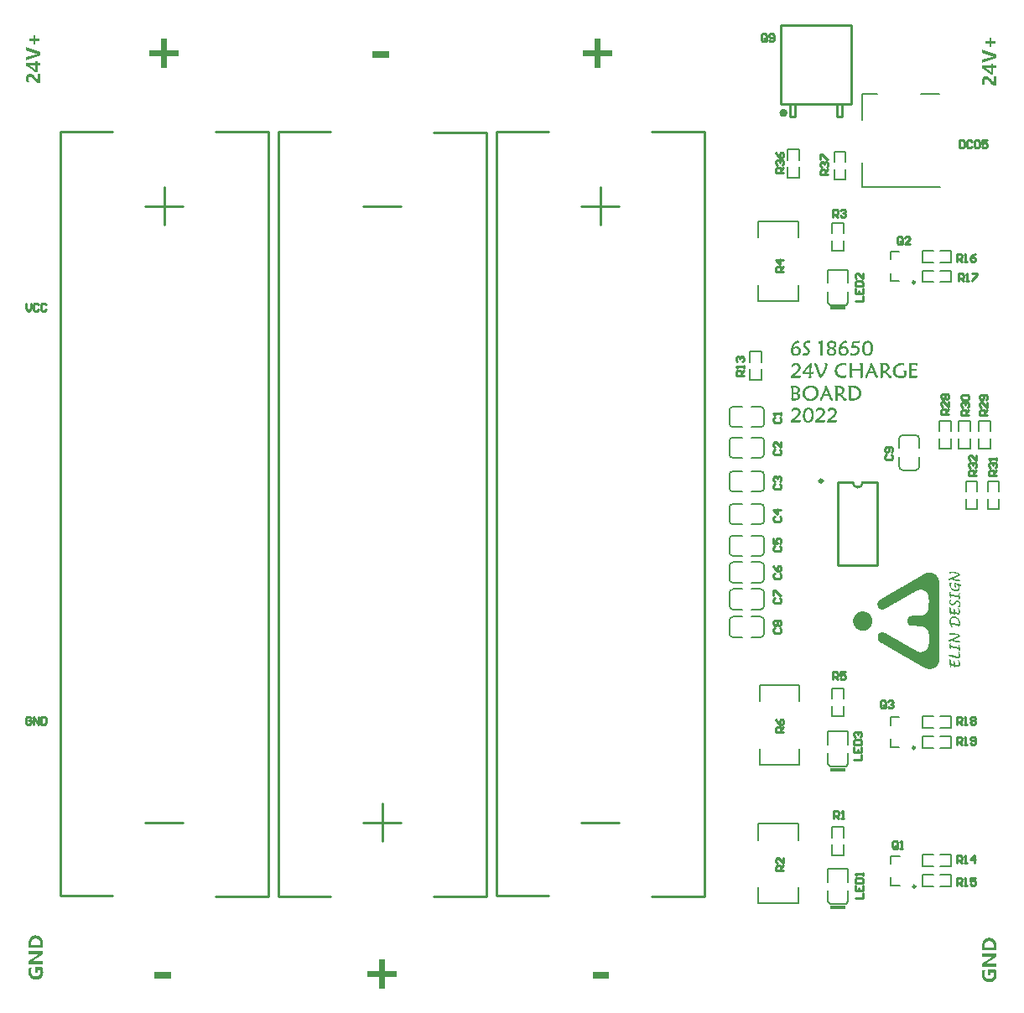
<source format=gto>
G04*
G04 #@! TF.GenerationSoftware,Altium Limited,Altium Designer,20.0.2 (26)*
G04*
G04 Layer_Color=65535*
%FSLAX25Y25*%
%MOIN*%
G70*
G01*
G75*
%ADD10C,0.00984*%
%ADD11C,0.00787*%
%ADD12C,0.01000*%
%ADD13C,0.01181*%
%ADD14C,0.01575*%
%ADD15C,0.00100*%
%ADD16C,0.00600*%
%ADD17R,0.06299X0.01181*%
G36*
X442665Y357298D02*
X442739Y357289D01*
X442822Y357279D01*
X442924Y357270D01*
X443025Y357242D01*
X443247Y357187D01*
X443488Y357095D01*
X443608Y357039D01*
X443719Y356974D01*
X443839Y356900D01*
X443941Y356808D01*
X443950Y356799D01*
X443969Y356789D01*
X443997Y356762D01*
X444024Y356715D01*
X444071Y356669D01*
X444117Y356613D01*
X444163Y356539D01*
X444219Y356466D01*
X444320Y356280D01*
X444413Y356068D01*
X444441Y355947D01*
X444468Y355818D01*
X444487Y355679D01*
X444496Y355540D01*
Y355531D01*
Y355504D01*
Y355466D01*
X444487Y355402D01*
X444478Y355337D01*
X444459Y355244D01*
X444441Y355152D01*
X444404Y355041D01*
X444367Y354930D01*
X444320Y354801D01*
X444265Y354671D01*
X444200Y354523D01*
X444117Y354384D01*
X444015Y354227D01*
X443913Y354079D01*
X443784Y353922D01*
X443775Y353912D01*
X443747Y353885D01*
X443710Y353838D01*
X443654Y353774D01*
X443580Y353700D01*
X443488Y353616D01*
X443377Y353505D01*
X443247Y353395D01*
X443109Y353274D01*
X442942Y353135D01*
X442766Y352997D01*
X442572Y352849D01*
X442359Y352691D01*
X442128Y352534D01*
X441878Y352377D01*
X441610Y352210D01*
X442535D01*
X442711Y352220D01*
X442914Y352229D01*
X443118Y352238D01*
X443331Y352257D01*
X443516Y352275D01*
X443534D01*
X443562Y352285D01*
X443599D01*
X443682Y352303D01*
X443802Y352331D01*
X443923Y352358D01*
X444061Y352395D01*
X444200Y352442D01*
X444330Y352497D01*
Y352488D01*
X444348Y352460D01*
X444357Y352423D01*
X444376Y352377D01*
X444422Y352275D01*
X444450Y352164D01*
Y352155D01*
X444459Y352146D01*
X444468Y352090D01*
X444478Y352007D01*
Y351924D01*
Y351914D01*
Y351877D01*
X444468Y351822D01*
X444450Y351757D01*
X444431Y351683D01*
X444394Y351618D01*
X444339Y351554D01*
X444274Y351498D01*
X444265Y351489D01*
X444237Y351480D01*
X444191Y351461D01*
X444117Y351443D01*
X444024Y351415D01*
X443904Y351396D01*
X443765Y351387D01*
X443599Y351378D01*
X443053D01*
X442859Y351387D01*
X442544D01*
X442443Y351396D01*
X442165D01*
X442017Y351406D01*
X441518D01*
X441434Y351396D01*
X441249Y351387D01*
X441166D01*
X441101Y351378D01*
X441027D01*
X440935Y351369D01*
X440741Y351360D01*
Y351369D01*
X440731Y351387D01*
X440713Y351415D01*
X440694Y351452D01*
X440657Y351535D01*
X440630Y351628D01*
Y351637D01*
Y351646D01*
X440620Y351702D01*
X440611Y351776D01*
X440602Y351850D01*
Y351859D01*
Y351868D01*
X440611Y351896D01*
Y351933D01*
X440648Y352026D01*
X440676Y352090D01*
X440713Y352155D01*
X440759Y352229D01*
X440815Y352312D01*
X440879Y352405D01*
X440963Y352497D01*
X441064Y352599D01*
X441175Y352701D01*
X441314Y352821D01*
X441462Y352932D01*
X441471Y352941D01*
X441499Y352960D01*
X441536Y352987D01*
X441582Y353015D01*
X441693Y353108D01*
X441814Y353200D01*
X441823Y353209D01*
X441851Y353228D01*
X441897Y353265D01*
X441962Y353320D01*
X442036Y353376D01*
X442128Y353450D01*
X442322Y353607D01*
X442544Y353801D01*
X442766Y354005D01*
X442970Y354218D01*
X443062Y354329D01*
X443146Y354431D01*
X443155Y354440D01*
X443164Y354458D01*
X443183Y354486D01*
X443210Y354523D01*
X443238Y354578D01*
X443275Y354634D01*
X443358Y354773D01*
X443432Y354930D01*
X443497Y355115D01*
X443543Y355300D01*
X443562Y355402D01*
Y355494D01*
Y355504D01*
Y355513D01*
Y355568D01*
X443543Y355642D01*
X443525Y355744D01*
X443488Y355855D01*
X443442Y355966D01*
X443368Y356077D01*
X443266Y356188D01*
X443257Y356197D01*
X443210Y356234D01*
X443146Y356271D01*
X443062Y356327D01*
X442951Y356373D01*
X442822Y356419D01*
X442674Y356447D01*
X442498Y356456D01*
X442433D01*
X442359Y356447D01*
X442276Y356438D01*
X442174Y356410D01*
X442063Y356382D01*
X441952Y356336D01*
X441841Y356271D01*
X441832Y356262D01*
X441795Y356234D01*
X441740Y356188D01*
X441675Y356123D01*
X441601Y356040D01*
X441508Y355929D01*
X441416Y355799D01*
X441323Y355642D01*
X441314Y355651D01*
X441277Y355661D01*
X441231Y355689D01*
X441175Y355726D01*
X441055Y355809D01*
X441009Y355855D01*
X440963Y355910D01*
Y355920D01*
X440944Y355938D01*
X440935Y355966D01*
X440916Y356003D01*
X440889Y356105D01*
X440870Y356225D01*
Y356234D01*
Y356243D01*
X440879Y356299D01*
X440898Y356382D01*
X440926Y356493D01*
X440981Y356613D01*
X441074Y356743D01*
X441120Y356808D01*
X441185Y356872D01*
X441259Y356928D01*
X441342Y356993D01*
X441351D01*
X441360Y357002D01*
X441388Y357020D01*
X441425Y357039D01*
X441471Y357067D01*
X441527Y357095D01*
X441666Y357150D01*
X441841Y357206D01*
X442045Y357261D01*
X442267Y357298D01*
X442517Y357307D01*
X442600D01*
X442665Y357298D01*
D02*
G37*
G36*
X437910D02*
X437984Y357289D01*
X438067Y357279D01*
X438169Y357270D01*
X438271Y357242D01*
X438493Y357187D01*
X438733Y357095D01*
X438854Y357039D01*
X438965Y356974D01*
X439085Y356900D01*
X439187Y356808D01*
X439196Y356799D01*
X439214Y356789D01*
X439242Y356762D01*
X439270Y356715D01*
X439316Y356669D01*
X439362Y356613D01*
X439409Y356539D01*
X439464Y356466D01*
X439566Y356280D01*
X439658Y356068D01*
X439686Y355947D01*
X439714Y355818D01*
X439732Y355679D01*
X439742Y355540D01*
Y355531D01*
Y355504D01*
Y355466D01*
X439732Y355402D01*
X439723Y355337D01*
X439705Y355244D01*
X439686Y355152D01*
X439649Y355041D01*
X439612Y354930D01*
X439566Y354801D01*
X439510Y354671D01*
X439446Y354523D01*
X439362Y354384D01*
X439261Y354227D01*
X439159Y354079D01*
X439029Y353922D01*
X439020Y353912D01*
X438992Y353885D01*
X438955Y353838D01*
X438900Y353774D01*
X438826Y353700D01*
X438733Y353616D01*
X438622Y353505D01*
X438493Y353395D01*
X438354Y353274D01*
X438188Y353135D01*
X438012Y352997D01*
X437818Y352849D01*
X437605Y352691D01*
X437374Y352534D01*
X437124Y352377D01*
X436856Y352210D01*
X437781D01*
X437956Y352220D01*
X438160Y352229D01*
X438363Y352238D01*
X438576Y352257D01*
X438761Y352275D01*
X438780D01*
X438807Y352285D01*
X438844D01*
X438928Y352303D01*
X439048Y352331D01*
X439168Y352358D01*
X439307Y352395D01*
X439446Y352442D01*
X439575Y352497D01*
Y352488D01*
X439594Y352460D01*
X439603Y352423D01*
X439621Y352377D01*
X439668Y352275D01*
X439695Y352164D01*
Y352155D01*
X439705Y352146D01*
X439714Y352090D01*
X439723Y352007D01*
Y351924D01*
Y351914D01*
Y351877D01*
X439714Y351822D01*
X439695Y351757D01*
X439677Y351683D01*
X439640Y351618D01*
X439584Y351554D01*
X439520Y351498D01*
X439510Y351489D01*
X439483Y351480D01*
X439436Y351461D01*
X439362Y351443D01*
X439270Y351415D01*
X439150Y351396D01*
X439011Y351387D01*
X438844Y351378D01*
X438299D01*
X438104Y351387D01*
X437790D01*
X437688Y351396D01*
X437411D01*
X437263Y351406D01*
X436763D01*
X436680Y351396D01*
X436495Y351387D01*
X436412D01*
X436347Y351378D01*
X436273D01*
X436180Y351369D01*
X435986Y351360D01*
Y351369D01*
X435977Y351387D01*
X435958Y351415D01*
X435940Y351452D01*
X435903Y351535D01*
X435875Y351628D01*
Y351637D01*
Y351646D01*
X435866Y351702D01*
X435857Y351776D01*
X435847Y351850D01*
Y351859D01*
Y351868D01*
X435857Y351896D01*
Y351933D01*
X435894Y352026D01*
X435921Y352090D01*
X435958Y352155D01*
X436005Y352229D01*
X436060Y352312D01*
X436125Y352405D01*
X436208Y352497D01*
X436310Y352599D01*
X436421Y352701D01*
X436560Y352821D01*
X436708Y352932D01*
X436717Y352941D01*
X436745Y352960D01*
X436782Y352987D01*
X436828Y353015D01*
X436939Y353108D01*
X437059Y353200D01*
X437068Y353209D01*
X437096Y353228D01*
X437142Y353265D01*
X437207Y353320D01*
X437281Y353376D01*
X437374Y353450D01*
X437568Y353607D01*
X437790Y353801D01*
X438012Y354005D01*
X438215Y354218D01*
X438308Y354329D01*
X438391Y354431D01*
X438400Y354440D01*
X438410Y354458D01*
X438428Y354486D01*
X438456Y354523D01*
X438484Y354578D01*
X438521Y354634D01*
X438604Y354773D01*
X438678Y354930D01*
X438743Y355115D01*
X438789Y355300D01*
X438807Y355402D01*
Y355494D01*
Y355504D01*
Y355513D01*
Y355568D01*
X438789Y355642D01*
X438770Y355744D01*
X438733Y355855D01*
X438687Y355966D01*
X438613Y356077D01*
X438511Y356188D01*
X438502Y356197D01*
X438456Y356234D01*
X438391Y356271D01*
X438308Y356327D01*
X438197Y356373D01*
X438067Y356419D01*
X437919Y356447D01*
X437744Y356456D01*
X437679D01*
X437605Y356447D01*
X437522Y356438D01*
X437420Y356410D01*
X437309Y356382D01*
X437198Y356336D01*
X437087Y356271D01*
X437078Y356262D01*
X437041Y356234D01*
X436985Y356188D01*
X436920Y356123D01*
X436846Y356040D01*
X436754Y355929D01*
X436661Y355799D01*
X436569Y355642D01*
X436560Y355651D01*
X436523Y355661D01*
X436476Y355689D01*
X436421Y355726D01*
X436301Y355809D01*
X436254Y355855D01*
X436208Y355910D01*
Y355920D01*
X436190Y355938D01*
X436180Y355966D01*
X436162Y356003D01*
X436134Y356105D01*
X436116Y356225D01*
Y356234D01*
Y356243D01*
X436125Y356299D01*
X436143Y356382D01*
X436171Y356493D01*
X436227Y356613D01*
X436319Y356743D01*
X436365Y356808D01*
X436430Y356872D01*
X436504Y356928D01*
X436587Y356993D01*
X436597D01*
X436606Y357002D01*
X436634Y357020D01*
X436671Y357039D01*
X436717Y357067D01*
X436772Y357095D01*
X436911Y357150D01*
X437087Y357206D01*
X437290Y357261D01*
X437512Y357298D01*
X437762Y357307D01*
X437845D01*
X437910Y357298D01*
D02*
G37*
G36*
X428244D02*
X428318Y357289D01*
X428401Y357279D01*
X428503Y357270D01*
X428605Y357242D01*
X428827Y357187D01*
X429067Y357095D01*
X429187Y357039D01*
X429298Y356974D01*
X429419Y356900D01*
X429520Y356808D01*
X429530Y356799D01*
X429548Y356789D01*
X429576Y356762D01*
X429604Y356715D01*
X429650Y356669D01*
X429696Y356613D01*
X429742Y356539D01*
X429798Y356466D01*
X429900Y356280D01*
X429992Y356068D01*
X430020Y355947D01*
X430048Y355818D01*
X430066Y355679D01*
X430075Y355540D01*
Y355531D01*
Y355504D01*
Y355466D01*
X430066Y355402D01*
X430057Y355337D01*
X430038Y355244D01*
X430020Y355152D01*
X429983Y355041D01*
X429946Y354930D01*
X429900Y354801D01*
X429844Y354671D01*
X429779Y354523D01*
X429696Y354384D01*
X429594Y354227D01*
X429493Y354079D01*
X429363Y353922D01*
X429354Y353912D01*
X429326Y353885D01*
X429289Y353838D01*
X429234Y353774D01*
X429160Y353700D01*
X429067Y353616D01*
X428956Y353505D01*
X428827Y353395D01*
X428688Y353274D01*
X428521Y353135D01*
X428346Y352997D01*
X428151Y352849D01*
X427939Y352691D01*
X427707Y352534D01*
X427458Y352377D01*
X427189Y352210D01*
X428114D01*
X428290Y352220D01*
X428494Y352229D01*
X428697Y352238D01*
X428910Y352257D01*
X429095Y352275D01*
X429113D01*
X429141Y352285D01*
X429178D01*
X429261Y352303D01*
X429382Y352331D01*
X429502Y352358D01*
X429641Y352395D01*
X429779Y352442D01*
X429909Y352497D01*
Y352488D01*
X429927Y352460D01*
X429937Y352423D01*
X429955Y352377D01*
X430001Y352275D01*
X430029Y352164D01*
Y352155D01*
X430038Y352146D01*
X430048Y352090D01*
X430057Y352007D01*
Y351924D01*
Y351914D01*
Y351877D01*
X430048Y351822D01*
X430029Y351757D01*
X430011Y351683D01*
X429974Y351618D01*
X429918Y351554D01*
X429853Y351498D01*
X429844Y351489D01*
X429816Y351480D01*
X429770Y351461D01*
X429696Y351443D01*
X429604Y351415D01*
X429483Y351396D01*
X429345Y351387D01*
X429178Y351378D01*
X428632D01*
X428438Y351387D01*
X428124D01*
X428022Y351396D01*
X427744D01*
X427596Y351406D01*
X427097D01*
X427014Y351396D01*
X426829Y351387D01*
X426745D01*
X426681Y351378D01*
X426607D01*
X426514Y351369D01*
X426320Y351360D01*
Y351369D01*
X426311Y351387D01*
X426292Y351415D01*
X426274Y351452D01*
X426237Y351535D01*
X426209Y351628D01*
Y351637D01*
Y351646D01*
X426200Y351702D01*
X426190Y351776D01*
X426181Y351850D01*
Y351859D01*
Y351868D01*
X426190Y351896D01*
Y351933D01*
X426227Y352026D01*
X426255Y352090D01*
X426292Y352155D01*
X426338Y352229D01*
X426394Y352312D01*
X426459Y352405D01*
X426542Y352497D01*
X426644Y352599D01*
X426755Y352701D01*
X426893Y352821D01*
X427041Y352932D01*
X427051Y352941D01*
X427078Y352960D01*
X427115Y352987D01*
X427162Y353015D01*
X427273Y353108D01*
X427393Y353200D01*
X427402Y353209D01*
X427430Y353228D01*
X427476Y353265D01*
X427541Y353320D01*
X427615Y353376D01*
X427707Y353450D01*
X427902Y353607D01*
X428124Y353801D01*
X428346Y354005D01*
X428549Y354218D01*
X428642Y354329D01*
X428725Y354431D01*
X428734Y354440D01*
X428743Y354458D01*
X428762Y354486D01*
X428790Y354523D01*
X428817Y354578D01*
X428854Y354634D01*
X428938Y354773D01*
X429012Y354930D01*
X429076Y355115D01*
X429123Y355300D01*
X429141Y355402D01*
Y355494D01*
Y355504D01*
Y355513D01*
Y355568D01*
X429123Y355642D01*
X429104Y355744D01*
X429067Y355855D01*
X429021Y355966D01*
X428947Y356077D01*
X428845Y356188D01*
X428836Y356197D01*
X428790Y356234D01*
X428725Y356271D01*
X428642Y356327D01*
X428531Y356373D01*
X428401Y356419D01*
X428253Y356447D01*
X428077Y356456D01*
X428013D01*
X427939Y356447D01*
X427855Y356438D01*
X427754Y356410D01*
X427643Y356382D01*
X427532Y356336D01*
X427421Y356271D01*
X427411Y356262D01*
X427374Y356234D01*
X427319Y356188D01*
X427254Y356123D01*
X427180Y356040D01*
X427088Y355929D01*
X426995Y355799D01*
X426903Y355642D01*
X426893Y355651D01*
X426856Y355661D01*
X426810Y355689D01*
X426755Y355726D01*
X426634Y355809D01*
X426588Y355855D01*
X426542Y355910D01*
Y355920D01*
X426523Y355938D01*
X426514Y355966D01*
X426496Y356003D01*
X426468Y356105D01*
X426449Y356225D01*
Y356234D01*
Y356243D01*
X426459Y356299D01*
X426477Y356382D01*
X426505Y356493D01*
X426560Y356613D01*
X426653Y356743D01*
X426699Y356808D01*
X426764Y356872D01*
X426838Y356928D01*
X426921Y356993D01*
X426930D01*
X426940Y357002D01*
X426967Y357020D01*
X427004Y357039D01*
X427051Y357067D01*
X427106Y357095D01*
X427245Y357150D01*
X427421Y357206D01*
X427624Y357261D01*
X427846Y357298D01*
X428096Y357307D01*
X428179D01*
X428244Y357298D01*
D02*
G37*
G36*
X433396Y357270D02*
X433479Y357261D01*
X433581Y357242D01*
X433683Y357215D01*
X433803Y357187D01*
X433923Y357150D01*
X434053Y357104D01*
X434182Y357039D01*
X434312Y356965D01*
X434441Y356882D01*
X434562Y356780D01*
X434673Y356669D01*
X434784Y356539D01*
X434793Y356530D01*
X434811Y356502D01*
X434839Y356466D01*
X434867Y356401D01*
X434913Y356327D01*
X434959Y356243D01*
X435006Y356133D01*
X435061Y356012D01*
X435117Y355873D01*
X435163Y355726D01*
X435209Y355559D01*
X435255Y355374D01*
X435283Y355180D01*
X435311Y354967D01*
X435329Y354745D01*
X435339Y354504D01*
Y354486D01*
Y354440D01*
Y354366D01*
X435329Y354264D01*
X435320Y354144D01*
X435302Y354005D01*
X435283Y353848D01*
X435265Y353672D01*
X435228Y353496D01*
X435181Y353302D01*
X435135Y353108D01*
X435070Y352913D01*
X435006Y352719D01*
X434913Y352525D01*
X434821Y352340D01*
X434710Y352164D01*
X434700Y352155D01*
X434682Y352127D01*
X434645Y352081D01*
X434599Y352026D01*
X434534Y351961D01*
X434460Y351877D01*
X434367Y351803D01*
X434266Y351720D01*
X434155Y351628D01*
X434025Y351554D01*
X433896Y351480D01*
X433748Y351406D01*
X433590Y351350D01*
X433424Y351304D01*
X433239Y351276D01*
X433054Y351267D01*
X433008D01*
X432961Y351276D01*
X432897D01*
X432813Y351295D01*
X432721Y351304D01*
X432619Y351332D01*
X432499Y351369D01*
X432379Y351406D01*
X432258Y351461D01*
X432129Y351517D01*
X431999Y351591D01*
X431870Y351683D01*
X431750Y351785D01*
X431629Y351905D01*
X431518Y352044D01*
X431509Y352053D01*
X431491Y352081D01*
X431463Y352127D01*
X431426Y352183D01*
X431389Y352266D01*
X431333Y352358D01*
X431287Y352469D01*
X431232Y352599D01*
X431176Y352738D01*
X431130Y352895D01*
X431074Y353062D01*
X431037Y353246D01*
X431000Y353450D01*
X430973Y353654D01*
X430954Y353885D01*
X430945Y354116D01*
Y354134D01*
Y354181D01*
Y354255D01*
X430954Y354356D01*
X430963Y354477D01*
X430982Y354625D01*
X431000Y354782D01*
X431019Y354958D01*
X431056Y355133D01*
X431093Y355328D01*
X431139Y355513D01*
X431204Y355707D01*
X431269Y355901D01*
X431352Y356086D01*
X431444Y356262D01*
X431555Y356429D01*
X431565Y356438D01*
X431583Y356466D01*
X431620Y356512D01*
X431666Y356558D01*
X431731Y356623D01*
X431805Y356697D01*
X431898Y356771D01*
X431990Y356854D01*
X432110Y356937D01*
X432231Y357011D01*
X432369Y357085D01*
X432517Y357150D01*
X432684Y357206D01*
X432850Y357242D01*
X433035Y357270D01*
X433230Y357279D01*
X433322D01*
X433396Y357270D01*
D02*
G37*
G36*
X440232Y365950D02*
X440278Y365932D01*
X440343Y365895D01*
X440408Y365858D01*
X440482Y365793D01*
X440546Y365710D01*
X440556Y365700D01*
X440583Y365663D01*
X440620Y365599D01*
X440667Y365515D01*
X440722Y365414D01*
X440796Y365275D01*
X440870Y365118D01*
X440944Y364933D01*
X440953Y364914D01*
X440963Y364886D01*
X440972Y364859D01*
X440990Y364812D01*
X441018Y364757D01*
X441046Y364692D01*
X441074Y364618D01*
X441101Y364535D01*
X441148Y364442D01*
X441185Y364331D01*
X441231Y364220D01*
X441286Y364091D01*
X441342Y363952D01*
X441397Y363804D01*
X441462Y363647D01*
Y363638D01*
X441471Y363619D01*
X441490Y363582D01*
X441508Y363527D01*
X441536Y363462D01*
X441564Y363388D01*
X441601Y363305D01*
X441638Y363212D01*
X441730Y362990D01*
X441832Y362750D01*
X441952Y362481D01*
X442073Y362204D01*
X442193Y361926D01*
X442322Y361649D01*
X442452Y361371D01*
X442581Y361122D01*
X442702Y360890D01*
X442766Y360789D01*
X442822Y360696D01*
X442877Y360613D01*
X442924Y360539D01*
X442970Y360474D01*
X443016Y360428D01*
X443007Y360419D01*
X442988Y360391D01*
X442951Y360345D01*
X442905Y360298D01*
X442794Y360187D01*
X442739Y360141D01*
X442683Y360104D01*
X442674D01*
X442655Y360095D01*
X442628Y360086D01*
X442591Y360067D01*
X442489Y360039D01*
X442369Y360030D01*
X442350D01*
X442322Y360039D01*
X442285Y360049D01*
X442248Y360076D01*
X442193Y360104D01*
X442137Y360150D01*
X442073Y360206D01*
X442008Y360280D01*
X441925Y360382D01*
X441851Y360493D01*
X441758Y360631D01*
X441666Y360798D01*
X441573Y360983D01*
X441481Y361205D01*
X441379Y361455D01*
Y361464D01*
X441360Y361501D01*
X441342Y361556D01*
X441314Y361621D01*
X441268Y361760D01*
X441240Y361825D01*
X441222Y361880D01*
X439187D01*
Y361871D01*
X439177Y361852D01*
X439159Y361815D01*
X439140Y361769D01*
X439113Y361723D01*
X439085Y361658D01*
X439020Y361510D01*
X438946Y361344D01*
X438881Y361168D01*
X438817Y361001D01*
X438761Y360844D01*
X438752Y360826D01*
X438743Y360779D01*
X438724Y360715D01*
X438706Y360622D01*
X438678Y360520D01*
X438659Y360419D01*
X438650Y360308D01*
X438641Y360206D01*
X438632Y360049D01*
X438548D01*
X438474Y360039D01*
X438391D01*
X438336Y360030D01*
X438289D01*
X438234Y360039D01*
X438169Y360049D01*
X438021Y360086D01*
X437947Y360113D01*
X437882Y360150D01*
X437873Y360160D01*
X437855Y360178D01*
X437836Y360206D01*
X437808Y360243D01*
X437771Y360298D01*
X437753Y360363D01*
X437734Y360437D01*
X437725Y360520D01*
Y360530D01*
X437734Y360548D01*
Y360585D01*
X437753Y360622D01*
X437762Y360678D01*
X437790Y360742D01*
X437827Y360835D01*
X437864Y360937D01*
X437919Y361057D01*
X437975Y361205D01*
X438049Y361371D01*
X438141Y361566D01*
X438243Y361788D01*
X438363Y362037D01*
X438502Y362315D01*
X438511Y362333D01*
X438539Y362389D01*
X438576Y362472D01*
X438632Y362583D01*
X438696Y362713D01*
X438780Y362879D01*
X438863Y363055D01*
X438965Y363258D01*
X439066Y363471D01*
X439168Y363693D01*
X439279Y363934D01*
X439399Y364174D01*
X439621Y364674D01*
X439843Y365164D01*
X439834Y365173D01*
X439816Y365201D01*
X439779Y365238D01*
X439732Y365284D01*
X439723Y365303D01*
X439686Y365349D01*
X439631Y365414D01*
X439557Y365515D01*
X439566Y365525D01*
X439584Y365552D01*
X439621Y365599D01*
X439658Y365654D01*
X439760Y365765D01*
X439806Y365821D01*
X439862Y365858D01*
X439871Y365867D01*
X439890Y365876D01*
X439917Y365895D01*
X439954Y365913D01*
X440038Y365941D01*
X440093Y365959D01*
X440186D01*
X440232Y365950D01*
D02*
G37*
G36*
X450869Y365978D02*
X450980D01*
X451110Y365959D01*
X451267Y365950D01*
X451443Y365922D01*
X451628Y365895D01*
X451822Y365848D01*
X452035Y365802D01*
X452248Y365737D01*
X452460Y365663D01*
X452664Y365580D01*
X452877Y365469D01*
X453071Y365358D01*
X453256Y365219D01*
X453265Y365210D01*
X453302Y365182D01*
X453348Y365136D01*
X453404Y365081D01*
X453478Y365007D01*
X453561Y364914D01*
X453644Y364803D01*
X453737Y364674D01*
X453829Y364535D01*
X453913Y364387D01*
X453996Y364220D01*
X454070Y364035D01*
X454125Y363841D01*
X454181Y363638D01*
X454209Y363416D01*
X454218Y363184D01*
Y363175D01*
Y363157D01*
Y363120D01*
Y363064D01*
X454209Y363009D01*
X454199Y362935D01*
X454190Y362851D01*
X454181Y362768D01*
X454144Y362574D01*
X454098Y362352D01*
X454024Y362130D01*
X453931Y361899D01*
Y361889D01*
X453922Y361871D01*
X453903Y361843D01*
X453876Y361797D01*
X453848Y361741D01*
X453811Y361686D01*
X453728Y361538D01*
X453607Y361381D01*
X453469Y361205D01*
X453302Y361020D01*
X453117Y360844D01*
X453108D01*
X453099Y360826D01*
X453071Y360807D01*
X453034Y360779D01*
X452988Y360742D01*
X452932Y360705D01*
X452793Y360613D01*
X452627Y360511D01*
X452433Y360400D01*
X452220Y360308D01*
X451979Y360215D01*
X451970D01*
X451952Y360206D01*
X451915Y360197D01*
X451868Y360187D01*
X451804Y360169D01*
X451730Y360150D01*
X451646Y360132D01*
X451554Y360113D01*
X451452Y360095D01*
X451341Y360076D01*
X451091Y360039D01*
X450823Y360021D01*
X450527Y360012D01*
X450324D01*
X450250Y360021D01*
X450083Y360030D01*
X449898Y360049D01*
X449713Y360067D01*
X449547Y360104D01*
X449473Y360123D01*
X449417Y360150D01*
X449408Y360160D01*
X449371Y360178D01*
X449334Y360215D01*
X449278Y360271D01*
X449232Y360345D01*
X449186Y360446D01*
X449149Y360567D01*
X449140Y360705D01*
Y360724D01*
Y360770D01*
Y360798D01*
X449149Y360835D01*
Y360890D01*
Y360955D01*
Y361029D01*
X449158Y361122D01*
Y361233D01*
X449167Y361353D01*
Y361501D01*
X449177Y361658D01*
Y361667D01*
Y361695D01*
Y361751D01*
X449186Y361815D01*
Y361899D01*
Y361991D01*
X449195Y362102D01*
Y362232D01*
Y362361D01*
X449204Y362500D01*
Y362805D01*
X449214Y363129D01*
Y363462D01*
Y363471D01*
Y363508D01*
Y363554D01*
Y363619D01*
Y363702D01*
Y363795D01*
X449204Y363897D01*
Y364017D01*
X449195Y364257D01*
X449186Y364507D01*
X449167Y364757D01*
X449158Y364868D01*
X449149Y364979D01*
Y364988D01*
Y365007D01*
X449140Y365034D01*
Y365071D01*
X449121Y365173D01*
X449103Y365303D01*
X449084Y365460D01*
X449047Y365617D01*
X449019Y365774D01*
X448973Y365932D01*
X449204D01*
X449352Y365941D01*
X449537D01*
X449732Y365950D01*
X450148Y365959D01*
X450231D01*
X450324Y365969D01*
X450425D01*
X450527Y365978D01*
X450657D01*
X450684Y365987D01*
X450786D01*
X450869Y365978D01*
D02*
G37*
G36*
X427772Y365959D02*
X427855D01*
X427957Y365950D01*
X428077Y365932D01*
X428198Y365913D01*
X428466Y365858D01*
X428743Y365784D01*
X429012Y365673D01*
X429141Y365599D01*
X429261Y365525D01*
X429271Y365515D01*
X429289Y365506D01*
X429317Y365478D01*
X429363Y365441D01*
X429409Y365404D01*
X429465Y365349D01*
X429576Y365219D01*
X429696Y365044D01*
X429789Y364849D01*
X429835Y364729D01*
X429863Y364609D01*
X429881Y364489D01*
X429890Y364350D01*
Y364341D01*
Y364331D01*
Y364304D01*
Y364267D01*
X429872Y364183D01*
X429853Y364072D01*
X429816Y363943D01*
X429770Y363804D01*
X429696Y363656D01*
X429594Y363517D01*
X429585Y363499D01*
X429539Y363462D01*
X429474Y363397D01*
X429382Y363323D01*
X429271Y363240D01*
X429132Y363157D01*
X428975Y363083D01*
X428790Y363018D01*
X428808D01*
X428836Y363009D01*
X428873Y362999D01*
X428965Y362972D01*
X429086Y362935D01*
X429215Y362879D01*
X429345Y362805D01*
X429483Y362713D01*
X429604Y362602D01*
X429613Y362583D01*
X429650Y362546D01*
X429696Y362481D01*
X429761Y362389D01*
X429816Y362269D01*
X429863Y362139D01*
X429900Y361982D01*
X429909Y361815D01*
Y361806D01*
Y361778D01*
Y361741D01*
X429900Y361686D01*
X429890Y361621D01*
X429872Y361547D01*
X429816Y361371D01*
X429779Y361270D01*
X429733Y361168D01*
X429678Y361057D01*
X429604Y360946D01*
X429520Y360844D01*
X429428Y360733D01*
X429317Y360631D01*
X429187Y360530D01*
X429178Y360520D01*
X429150Y360511D01*
X429113Y360483D01*
X429058Y360446D01*
X428984Y360409D01*
X428901Y360363D01*
X428808Y360317D01*
X428697Y360271D01*
X428568Y360224D01*
X428429Y360178D01*
X428281Y360132D01*
X428124Y360095D01*
X427957Y360058D01*
X427781Y360030D01*
X427587Y360021D01*
X427393Y360012D01*
X427291D01*
X427189Y360021D01*
X427060Y360030D01*
X426921Y360049D01*
X426782Y360076D01*
X426662Y360113D01*
X426560Y360169D01*
X426551Y360178D01*
X426523Y360197D01*
X426496Y360243D01*
X426459Y360308D01*
X426412Y360382D01*
X426385Y360493D01*
X426357Y360613D01*
X426348Y360770D01*
Y360779D01*
Y360798D01*
Y360844D01*
Y360881D01*
X426357Y360927D01*
Y360983D01*
Y361048D01*
Y361122D01*
X426366Y361214D01*
Y361316D01*
X426375Y361436D01*
Y361575D01*
X426385Y361723D01*
Y361732D01*
Y361760D01*
Y361806D01*
X426394Y361871D01*
Y361945D01*
Y362037D01*
X426403Y362139D01*
Y362250D01*
X426412Y362500D01*
Y362777D01*
X426422Y363064D01*
Y363351D01*
Y363360D01*
Y363397D01*
Y363453D01*
Y363527D01*
Y363619D01*
Y363721D01*
Y363832D01*
X426412Y363952D01*
Y364220D01*
X426403Y364489D01*
X426385Y364748D01*
X426375Y364868D01*
X426366Y364979D01*
Y364988D01*
Y365007D01*
X426357Y365034D01*
Y365071D01*
X426338Y365182D01*
X426320Y365312D01*
X426301Y365460D01*
X426264Y365617D01*
X426227Y365784D01*
X426181Y365932D01*
X426588D01*
X426773Y365941D01*
X426986D01*
X427421Y365959D01*
X427559D01*
X427578Y365969D01*
X427698D01*
X427772Y365959D01*
D02*
G37*
G36*
X445578Y365978D02*
X445652D01*
X445745Y365959D01*
X445847Y365950D01*
X445958Y365932D01*
X446189Y365876D01*
X446439Y365793D01*
X446559Y365747D01*
X446679Y365682D01*
X446799Y365617D01*
X446901Y365534D01*
X446910Y365525D01*
X446929Y365515D01*
X446947Y365488D01*
X446984Y365451D01*
X447031Y365404D01*
X447077Y365349D01*
X447123Y365284D01*
X447179Y365210D01*
X447271Y365034D01*
X447364Y364831D01*
X447401Y364711D01*
X447419Y364590D01*
X447438Y364452D01*
X447447Y364313D01*
Y364304D01*
Y364285D01*
Y364248D01*
X447438Y364202D01*
Y364146D01*
X447428Y364082D01*
X447401Y363924D01*
X447364Y363739D01*
X447299Y363545D01*
X447216Y363351D01*
X447105Y363166D01*
Y363157D01*
X447086Y363147D01*
X447040Y363092D01*
X446966Y363009D01*
X446855Y362907D01*
X446725Y362805D01*
X446559Y362694D01*
X446365Y362592D01*
X446152Y362518D01*
X446161D01*
X446198Y362509D01*
X446254Y362481D01*
X446337Y362435D01*
X446429Y362370D01*
X446550Y362278D01*
X446614Y362213D01*
X446688Y362148D01*
X446762Y362074D01*
X446846Y361982D01*
X446855Y361973D01*
X446864Y361963D01*
X446910Y361908D01*
X446957Y361852D01*
X446975Y361825D01*
X446994Y361806D01*
X447003Y361797D01*
X447012Y361788D01*
X447040Y361760D01*
X447077Y361723D01*
X447160Y361630D01*
X447271Y361510D01*
X447401Y361390D01*
X447539Y361260D01*
X447669Y361131D01*
X447798Y361020D01*
X447817Y361011D01*
X447854Y360983D01*
X447919Y360937D01*
X447993Y360881D01*
X448094Y360826D01*
X448196Y360770D01*
X448298Y360715D01*
X448409Y360678D01*
X448400Y360659D01*
X448390Y360613D01*
X448363Y360539D01*
X448326Y360456D01*
X448233Y360271D01*
X448187Y360187D01*
X448131Y360113D01*
X448122Y360104D01*
X448104Y360095D01*
X448076Y360067D01*
X448030Y360039D01*
X447974Y360012D01*
X447909Y359993D01*
X447845Y359975D01*
X447761Y359965D01*
X447734D01*
X447697Y359975D01*
X447650Y359984D01*
X447530Y360021D01*
X447465Y360049D01*
X447391Y360095D01*
X447382Y360104D01*
X447354Y360123D01*
X447317Y360150D01*
X447271Y360197D01*
X447206Y360261D01*
X447132Y360335D01*
X447049Y360419D01*
X446957Y360520D01*
X446947Y360530D01*
X446920Y360567D01*
X446883Y360622D01*
X446836Y360687D01*
X446772Y360770D01*
X446707Y360863D01*
X446550Y361066D01*
X446540Y361075D01*
X446503Y361112D01*
X446457Y361168D01*
X446383Y361242D01*
X446309Y361334D01*
X446207Y361427D01*
X446106Y361529D01*
X445995Y361640D01*
X445745Y361852D01*
X445625Y361945D01*
X445495Y362037D01*
X445375Y362111D01*
X445255Y362167D01*
X445144Y362204D01*
X445042Y362213D01*
X444959D01*
X444894Y362204D01*
X444848D01*
X444801Y362195D01*
X444755D01*
Y362185D01*
Y362158D01*
Y362121D01*
Y362065D01*
X444764Y361991D01*
Y361917D01*
X444774Y361741D01*
X444783Y361547D01*
X444792Y361344D01*
X444811Y361149D01*
X444829Y360974D01*
Y360955D01*
X444838Y360909D01*
X444857Y360835D01*
X444875Y360733D01*
X444894Y360631D01*
X444931Y360511D01*
X444959Y360400D01*
X445005Y360289D01*
X444996Y360280D01*
X444968Y360261D01*
X444912Y360243D01*
X444857Y360206D01*
X444718Y360141D01*
X444579Y360086D01*
X444570D01*
X444552Y360076D01*
X444515Y360067D01*
X444478D01*
X444376Y360049D01*
X444256Y360039D01*
X444209D01*
X444172Y360049D01*
X444117Y360058D01*
X443997Y360095D01*
X443941Y360123D01*
X443895Y360169D01*
Y360178D01*
X443876Y360197D01*
X443867Y360234D01*
X443849Y360289D01*
X443830Y360354D01*
X443821Y360446D01*
X443802Y360557D01*
Y360687D01*
Y360696D01*
Y360724D01*
Y360770D01*
Y360816D01*
X443812Y360863D01*
Y360927D01*
Y360992D01*
Y361085D01*
X443821Y361177D01*
Y361288D01*
X443830Y361418D01*
Y361566D01*
X443839Y361732D01*
Y361741D01*
Y361778D01*
Y361825D01*
X443849Y361889D01*
Y361973D01*
Y362074D01*
X443858Y362176D01*
Y362306D01*
Y362435D01*
X443867Y362574D01*
Y362861D01*
X443876Y363175D01*
Y363480D01*
Y363490D01*
Y363527D01*
Y363582D01*
Y363656D01*
Y363739D01*
Y363841D01*
Y363952D01*
X443867Y364063D01*
Y364313D01*
X443858Y364572D01*
X443839Y364812D01*
X443830Y364923D01*
X443821Y365025D01*
Y365034D01*
Y365044D01*
X443812Y365071D01*
Y365108D01*
X443793Y365201D01*
X443775Y365321D01*
X443756Y365460D01*
X443719Y365599D01*
X443691Y365756D01*
X443645Y365895D01*
X443747D01*
X443802Y365904D01*
X443858D01*
X444006Y365913D01*
X444182D01*
X444376Y365922D01*
X444589Y365941D01*
X444801Y365950D01*
X444857D01*
X444894Y365959D01*
X444986D01*
X445097Y365969D01*
X445208Y365978D01*
X445301D01*
X445384Y365987D01*
X445514D01*
X445578Y365978D01*
D02*
G37*
G36*
X434284Y366061D02*
X434377D01*
X434497Y366043D01*
X434636Y366024D01*
X434784Y366006D01*
X434950Y365969D01*
X435126Y365932D01*
X435302Y365876D01*
X435496Y365811D01*
X435681Y365737D01*
X435866Y365645D01*
X436051Y365534D01*
X436217Y365414D01*
X436384Y365275D01*
X436393Y365266D01*
X436421Y365238D01*
X436458Y365192D01*
X436513Y365127D01*
X436578Y365053D01*
X436652Y364951D01*
X436726Y364840D01*
X436809Y364720D01*
X436883Y364572D01*
X436957Y364415D01*
X437031Y364239D01*
X437096Y364054D01*
X437152Y363860D01*
X437189Y363647D01*
X437216Y363425D01*
X437226Y363184D01*
Y363175D01*
Y363157D01*
Y363120D01*
Y363073D01*
X437216Y363018D01*
Y362953D01*
X437198Y362787D01*
X437170Y362602D01*
X437124Y362398D01*
X437068Y362185D01*
X436994Y361963D01*
Y361954D01*
X436985Y361936D01*
X436967Y361908D01*
X436948Y361871D01*
X436902Y361769D01*
X436828Y361640D01*
X436735Y361501D01*
X436624Y361344D01*
X436504Y361205D01*
X436356Y361066D01*
X436347Y361057D01*
X436328Y361038D01*
X436301Y361001D01*
X436264Y360964D01*
X436217Y360909D01*
X436162Y360853D01*
X436023Y360715D01*
X435847Y360567D01*
X435662Y360419D01*
X435450Y360280D01*
X435218Y360169D01*
X435209D01*
X435191Y360160D01*
X435154Y360150D01*
X435107Y360132D01*
X435052Y360113D01*
X434987Y360086D01*
X434904Y360067D01*
X434811Y360049D01*
X434608Y360002D01*
X434377Y359956D01*
X434127Y359928D01*
X433849Y359919D01*
X433748D01*
X433692Y359928D01*
X433627D01*
X433470Y359947D01*
X433294Y359965D01*
X433100Y360002D01*
X432887Y360058D01*
X432684Y360123D01*
X432675D01*
X432656Y360132D01*
X432628Y360141D01*
X432591Y360160D01*
X432490Y360215D01*
X432360Y360289D01*
X432203Y360391D01*
X432036Y360520D01*
X431870Y360687D01*
X431703Y360872D01*
X431685Y360881D01*
X431639Y360927D01*
X431565Y360983D01*
X431472Y361075D01*
X431361Y361196D01*
X431259Y361334D01*
X431158Y361501D01*
X431065Y361695D01*
Y361704D01*
X431056Y361723D01*
X431047Y361751D01*
X431028Y361797D01*
X431010Y361843D01*
X430991Y361908D01*
X430973Y361982D01*
X430954Y362056D01*
X430917Y362241D01*
X430880Y362454D01*
X430852Y362685D01*
X430843Y362935D01*
Y362944D01*
Y362962D01*
Y362999D01*
Y363046D01*
X430852Y363110D01*
Y363175D01*
X430871Y363342D01*
X430899Y363536D01*
X430945Y363739D01*
X431000Y363961D01*
X431074Y364174D01*
Y364183D01*
X431084Y364202D01*
X431102Y364230D01*
X431121Y364267D01*
X431148Y364322D01*
X431176Y364378D01*
X431250Y364516D01*
X431352Y364674D01*
X431472Y364849D01*
X431620Y365025D01*
X431787Y365192D01*
X431796Y365201D01*
X431805Y365210D01*
X431833Y365238D01*
X431870Y365266D01*
X431962Y365340D01*
X432092Y365441D01*
X432240Y365543D01*
X432425Y365654D01*
X432619Y365756D01*
X432841Y365848D01*
X432850D01*
X432869Y365858D01*
X432906Y365867D01*
X432943Y365885D01*
X432998Y365904D01*
X433072Y365922D01*
X433146Y365941D01*
X433230Y365959D01*
X433424Y365996D01*
X433646Y366033D01*
X433886Y366061D01*
X434145Y366070D01*
X434210D01*
X434284Y366061D01*
D02*
G37*
G36*
X470563Y375107D02*
X470646D01*
X470831Y375070D01*
X470923Y375042D01*
X471007Y375005D01*
X471016Y374996D01*
X471034Y374987D01*
X471071Y374959D01*
X471108Y374922D01*
X471145Y374867D01*
X471182Y374811D01*
X471201Y374728D01*
X471210Y374644D01*
Y374626D01*
X471201Y374580D01*
X471192Y374506D01*
X471164Y374413D01*
Y374404D01*
X471155Y374395D01*
X471145Y374358D01*
X471136Y374321D01*
X471090Y374219D01*
X471016Y374090D01*
X471007D01*
X470979Y374099D01*
X470933Y374108D01*
X470886Y374117D01*
X470757Y374145D01*
X470618Y374173D01*
X470609D01*
X470590Y374182D01*
X470553D01*
X470507Y374191D01*
X470452Y374201D01*
X470396D01*
X470248Y374210D01*
X470137D01*
X470063Y374201D01*
X469971Y374191D01*
X469860Y374173D01*
X469730Y374154D01*
X469601Y374127D01*
X469453Y374090D01*
X469305Y374053D01*
X469157Y373997D01*
X468999Y373932D01*
X468842Y373858D01*
X468694Y373766D01*
X468546Y373673D01*
X468407Y373553D01*
X468398Y373544D01*
X468380Y373525D01*
X468343Y373488D01*
X468296Y373433D01*
X468241Y373368D01*
X468185Y373294D01*
X468121Y373201D01*
X468056Y373100D01*
X467982Y372989D01*
X467917Y372859D01*
X467862Y372730D01*
X467806Y372582D01*
X467760Y372415D01*
X467723Y372249D01*
X467704Y372073D01*
X467695Y371888D01*
Y371879D01*
Y371842D01*
Y371796D01*
X467704Y371722D01*
X467714Y371638D01*
X467732Y371546D01*
X467751Y371444D01*
X467769Y371324D01*
X467843Y371083D01*
X467889Y370954D01*
X467954Y370824D01*
X468019Y370704D01*
X468102Y370584D01*
X468195Y370463D01*
X468306Y370362D01*
X468315Y370353D01*
X468333Y370343D01*
X468370Y370316D01*
X468417Y370279D01*
X468481Y370241D01*
X468565Y370195D01*
X468657Y370140D01*
X468759Y370093D01*
X468879Y370047D01*
X469018Y369992D01*
X469157Y369946D01*
X469323Y369908D01*
X469490Y369871D01*
X469684Y369853D01*
X469878Y369834D01*
X470091Y369825D01*
X470193D01*
X470267Y369834D01*
X470359D01*
X470452Y369844D01*
X470655Y369871D01*
X470664D01*
X470701Y369881D01*
X470757Y369890D01*
X470822Y369908D01*
X470896Y369927D01*
X470979Y369946D01*
X471145Y370001D01*
Y370010D01*
X471155Y370029D01*
Y370057D01*
X471164Y370093D01*
X471173Y370186D01*
X471182Y370316D01*
Y370325D01*
Y370353D01*
X471192Y370390D01*
Y370436D01*
Y370500D01*
X471201Y370565D01*
Y370723D01*
Y370741D01*
Y370787D01*
Y370852D01*
X471192Y370935D01*
X471182Y371028D01*
X471173Y371129D01*
X471155Y371231D01*
X471136Y371333D01*
Y371342D01*
X471127Y371379D01*
X471108Y371426D01*
X471081Y371490D01*
X471053Y371564D01*
X471016Y371648D01*
X470914Y371814D01*
X470923Y371823D01*
X470960Y371842D01*
X471007Y371869D01*
X471062Y371906D01*
X471192Y371990D01*
X471266Y372027D01*
X471330Y372055D01*
X471340D01*
X471358Y372064D01*
X471386Y372082D01*
X471432Y372092D01*
X471515Y372119D01*
X471608Y372129D01*
X471654D01*
X471710Y372119D01*
X471774Y372101D01*
X471839Y372073D01*
X471913Y372036D01*
X471969Y371990D01*
X472024Y371916D01*
X472033Y371906D01*
X472043Y371879D01*
X472061Y371823D01*
X472089Y371749D01*
X472117Y371648D01*
X472135Y371527D01*
X472144Y371389D01*
X472154Y371213D01*
Y371203D01*
Y371185D01*
Y371157D01*
Y371111D01*
Y371056D01*
X472144Y370991D01*
Y370852D01*
X472126Y370676D01*
X472107Y370491D01*
X472089Y370306D01*
X472052Y370121D01*
Y370112D01*
Y370103D01*
X472033Y370047D01*
X472015Y369964D01*
X471978Y369862D01*
X471941Y369760D01*
X471895Y369650D01*
X471839Y369548D01*
X471784Y369474D01*
X471774Y369464D01*
X471737Y369437D01*
X471691Y369391D01*
X471617Y369335D01*
X471515Y369270D01*
X471404Y369215D01*
X471275Y369150D01*
X471118Y369104D01*
X471099D01*
X471071Y369094D01*
X471044Y369085D01*
X470951Y369067D01*
X470822Y369048D01*
X470664Y369030D01*
X470489Y369011D01*
X470276Y369002D01*
X470054Y368993D01*
X469989D01*
X469906Y369002D01*
X469804D01*
X469675Y369021D01*
X469527Y369030D01*
X469360Y369057D01*
X469175Y369085D01*
X468981Y369131D01*
X468787Y369178D01*
X468583Y369243D01*
X468380Y369317D01*
X468176Y369400D01*
X467973Y369501D01*
X467778Y369622D01*
X467603Y369751D01*
X467593Y369760D01*
X467566Y369788D01*
X467519Y369834D01*
X467455Y369890D01*
X467390Y369964D01*
X467307Y370057D01*
X467223Y370167D01*
X467140Y370297D01*
X467057Y370427D01*
X466974Y370584D01*
X466890Y370750D01*
X466826Y370926D01*
X466761Y371120D01*
X466715Y371333D01*
X466687Y371546D01*
X466678Y371777D01*
Y371786D01*
Y371805D01*
Y371842D01*
Y371888D01*
X466687Y371943D01*
Y372008D01*
X466705Y372165D01*
X466733Y372341D01*
X466779Y372545D01*
X466835Y372748D01*
X466909Y372961D01*
Y372970D01*
X466918Y372989D01*
X466937Y373017D01*
X466955Y373054D01*
X466983Y373109D01*
X467011Y373165D01*
X467085Y373294D01*
X467186Y373451D01*
X467307Y373627D01*
X467455Y373812D01*
X467621Y373988D01*
X467630Y373997D01*
X467649Y374015D01*
X467677Y374043D01*
X467714Y374080D01*
X467769Y374117D01*
X467834Y374173D01*
X467899Y374228D01*
X467982Y374293D01*
X468167Y374423D01*
X468380Y374561D01*
X468620Y374700D01*
X468888Y374820D01*
X468898D01*
X468925Y374830D01*
X468962Y374848D01*
X469018Y374867D01*
X469083Y374885D01*
X469166Y374913D01*
X469258Y374940D01*
X469360Y374968D01*
X469471Y374996D01*
X469591Y375024D01*
X469850Y375070D01*
X470137Y375107D01*
X470433Y375116D01*
X470498D01*
X470563Y375107D01*
D02*
G37*
G36*
X447502Y375116D02*
X447613D01*
X447743Y375098D01*
X447872Y375079D01*
X448002Y375051D01*
X448104Y375014D01*
X448113D01*
X448141Y374996D01*
X448187Y374968D01*
X448233Y374931D01*
X448279Y374876D01*
X448326Y374820D01*
X448353Y374737D01*
X448363Y374644D01*
Y374626D01*
X448353Y374580D01*
X448344Y374497D01*
X448307Y374404D01*
Y374395D01*
X448298Y374376D01*
X448279Y374348D01*
X448261Y374311D01*
X448233Y374256D01*
X448196Y374191D01*
X448104Y374043D01*
X448094Y374053D01*
X448057Y374062D01*
X448002Y374080D01*
X447928Y374108D01*
X447845Y374127D01*
X447761Y374154D01*
X447576Y374201D01*
X447567D01*
X447530Y374210D01*
X447484Y374219D01*
X447419Y374228D01*
X447345D01*
X447253Y374237D01*
X447049Y374247D01*
X446947D01*
X446864Y374237D01*
X446772Y374228D01*
X446670Y374219D01*
X446550Y374201D01*
X446420Y374173D01*
X446133Y374099D01*
X445985Y374053D01*
X445837Y373997D01*
X445689Y373923D01*
X445551Y373840D01*
X445412Y373747D01*
X445282Y373645D01*
X445273Y373636D01*
X445255Y373618D01*
X445218Y373581D01*
X445181Y373534D01*
X445125Y373479D01*
X445070Y373405D01*
X445014Y373322D01*
X444949Y373229D01*
X444885Y373118D01*
X444829Y373007D01*
X444774Y372878D01*
X444718Y372739D01*
X444681Y372591D01*
X444644Y372425D01*
X444626Y372258D01*
X444616Y372082D01*
Y372073D01*
Y372036D01*
Y371990D01*
X444626Y371925D01*
X444635Y371842D01*
X444653Y371749D01*
X444672Y371638D01*
X444700Y371527D01*
X444774Y371277D01*
X444820Y371148D01*
X444885Y371009D01*
X444959Y370880D01*
X445042Y370750D01*
X445134Y370630D01*
X445245Y370510D01*
X445255Y370500D01*
X445273Y370482D01*
X445310Y370454D01*
X445356Y370417D01*
X445421Y370371D01*
X445495Y370316D01*
X445588Y370260D01*
X445680Y370204D01*
X445791Y370149D01*
X445921Y370093D01*
X446050Y370038D01*
X446198Y369992D01*
X446346Y369955D01*
X446513Y369927D01*
X446679Y369908D01*
X446864Y369899D01*
X446975D01*
X447058Y369908D01*
X447142Y369918D01*
X447243Y369927D01*
X447447Y369964D01*
X447456D01*
X447493Y369983D01*
X447558Y370001D01*
X447632Y370020D01*
X447724Y370057D01*
X447826Y370103D01*
X447946Y370149D01*
X448076Y370214D01*
X448085Y370204D01*
X448104Y370177D01*
X448131Y370140D01*
X448168Y370093D01*
X448252Y369983D01*
X448279Y369927D01*
X448307Y369871D01*
Y369862D01*
X448316Y369853D01*
X448335Y369797D01*
X448353Y369724D01*
X448363Y369631D01*
Y369622D01*
X448353Y369585D01*
X448344Y369529D01*
X448316Y369464D01*
X448270Y369391D01*
X448196Y369307D01*
X448104Y369243D01*
X447974Y369178D01*
X447956Y369168D01*
X447909Y369159D01*
X447817Y369131D01*
X447706Y369104D01*
X447558Y369076D01*
X447382Y369057D01*
X447179Y369039D01*
X446947Y369030D01*
X446827D01*
X446772Y369039D01*
X446698D01*
X446531Y369057D01*
X446337Y369076D01*
X446124Y369104D01*
X445893Y369150D01*
X445671Y369215D01*
X445662D01*
X445643Y369224D01*
X445615Y369233D01*
X445569Y369252D01*
X445523Y369270D01*
X445467Y369289D01*
X445329Y369354D01*
X445171Y369427D01*
X444996Y369520D01*
X444829Y369631D01*
X444663Y369760D01*
X444653Y369770D01*
X444644Y369779D01*
X444616Y369807D01*
X444579Y369834D01*
X444487Y369927D01*
X444376Y370047D01*
X444246Y370195D01*
X444117Y370362D01*
X443997Y370547D01*
X443886Y370750D01*
Y370760D01*
X443876Y370778D01*
X443858Y370806D01*
X443849Y370852D01*
X443830Y370898D01*
X443802Y370963D01*
X443784Y371037D01*
X443756Y371120D01*
X443710Y371305D01*
X443664Y371518D01*
X443636Y371749D01*
X443627Y371999D01*
Y372008D01*
Y372036D01*
Y372073D01*
X443636Y372119D01*
Y372184D01*
X443645Y372258D01*
X443654Y372341D01*
X443664Y372434D01*
X443701Y372637D01*
X443756Y372859D01*
X443839Y373091D01*
X443941Y373322D01*
Y373331D01*
X443960Y373349D01*
X443978Y373377D01*
X443997Y373424D01*
X444034Y373479D01*
X444071Y373534D01*
X444182Y373682D01*
X444311Y373849D01*
X444468Y374025D01*
X444663Y374210D01*
X444885Y374395D01*
X444894D01*
X444903Y374413D01*
X444931Y374432D01*
X444968Y374450D01*
X445070Y374515D01*
X445199Y374598D01*
X445356Y374681D01*
X445551Y374774D01*
X445754Y374857D01*
X445985Y374931D01*
X445995D01*
X446013Y374940D01*
X446050Y374950D01*
X446096Y374959D01*
X446152Y374977D01*
X446226Y374996D01*
X446300Y375014D01*
X446392Y375033D01*
X446596Y375061D01*
X446818Y375098D01*
X447058Y375116D01*
X447317Y375126D01*
X447410D01*
X447502Y375116D01*
D02*
G37*
G36*
X476113Y375033D02*
X476270Y375005D01*
X476353Y374977D01*
X476418Y374950D01*
X476427D01*
X476446Y374931D01*
X476464Y374913D01*
X476501Y374876D01*
X476529Y374830D01*
X476547Y374774D01*
X476566Y374709D01*
X476575Y374626D01*
Y374617D01*
Y374607D01*
X476566Y374552D01*
X476557Y374469D01*
X476520Y374367D01*
Y374358D01*
X476510Y374339D01*
X476501Y374311D01*
X476483Y374274D01*
X476455Y374219D01*
X476427Y374164D01*
X476344Y374015D01*
X476335Y374025D01*
X476298Y374034D01*
X476242Y374053D01*
X476168Y374071D01*
X476085Y374099D01*
X475983Y374117D01*
X475770Y374164D01*
X475761D01*
X475715Y374173D01*
X475650Y374182D01*
X475567Y374191D01*
X475456D01*
X475336Y374201D01*
X475188Y374210D01*
X474771D01*
X474651Y374201D01*
X474494D01*
X474318Y374191D01*
X474207D01*
X474179Y372591D01*
X475030D01*
X475169Y372600D01*
X475456D01*
X475585Y372609D01*
X475641D01*
X475706Y372619D01*
X475780Y372628D01*
X475872Y372637D01*
X475965Y372646D01*
X476057Y372665D01*
X476150Y372684D01*
Y372674D01*
X476159Y372656D01*
X476177Y372619D01*
X476196Y372582D01*
X476233Y372498D01*
X476261Y372415D01*
X476270Y372397D01*
X476279Y372360D01*
X476288Y372304D01*
Y372249D01*
Y372239D01*
Y372212D01*
X476279Y372165D01*
X476270Y372119D01*
X476251Y372064D01*
X476224Y371999D01*
X476187Y371953D01*
X476131Y371906D01*
X476122D01*
X476103Y371888D01*
X476066Y371879D01*
X476011Y371860D01*
X475946Y371842D01*
X475863Y371823D01*
X475770Y371814D01*
X475659Y371805D01*
X475428D01*
X475326Y371814D01*
X475077D01*
X474993Y371823D01*
X474364D01*
X474272Y371814D01*
X474170D01*
Y371805D01*
Y371759D01*
Y371694D01*
Y371601D01*
Y371481D01*
X474161Y371333D01*
Y371157D01*
X474152Y370963D01*
Y370954D01*
Y370935D01*
Y370907D01*
Y370870D01*
Y370824D01*
Y370760D01*
X474142Y370630D01*
Y370463D01*
X474133Y370288D01*
Y370093D01*
X474124Y369899D01*
X474429D01*
X474549Y369890D01*
X475049D01*
X475151Y369899D01*
X475262D01*
X475382Y369908D01*
X475502Y369918D01*
X475613Y369936D01*
X475622D01*
X475669Y369946D01*
X475724Y369955D01*
X475798Y369973D01*
X475891Y370001D01*
X475992Y370029D01*
X476205Y370103D01*
X476214Y370093D01*
X476224Y370066D01*
X476251Y370029D01*
X476279Y369983D01*
X476335Y369871D01*
X476362Y369816D01*
X476381Y369760D01*
Y369751D01*
X476390Y369742D01*
X476409Y369687D01*
X476418Y369613D01*
X476427Y369538D01*
Y369529D01*
Y369501D01*
X476418Y369455D01*
X476409Y369400D01*
X476381Y369344D01*
X476353Y369289D01*
X476307Y369233D01*
X476251Y369187D01*
X476242D01*
X476214Y369168D01*
X476177Y369159D01*
X476113Y369141D01*
X476029Y369122D01*
X475928Y369104D01*
X475807Y369094D01*
X475659Y369085D01*
X475336D01*
X475215Y369094D01*
X474947D01*
X474864Y369104D01*
X474124D01*
X473985Y369094D01*
X473828D01*
X473671Y369085D01*
X473532D01*
X473504Y369094D01*
X473458D01*
X473375Y369122D01*
X473301Y369168D01*
X473291Y369187D01*
X473264Y369233D01*
X473254Y369270D01*
X473236Y369317D01*
X473227Y369381D01*
Y369446D01*
Y369464D01*
Y369492D01*
Y369529D01*
X473236Y369585D01*
Y369659D01*
Y369751D01*
X473245Y369871D01*
Y369890D01*
Y369927D01*
X473254Y369992D01*
Y370084D01*
X473264Y370195D01*
Y370325D01*
X473273Y370463D01*
X473282Y370630D01*
Y370796D01*
X473291Y370982D01*
X473301Y371370D01*
X473310Y371786D01*
Y372193D01*
Y372202D01*
Y372239D01*
Y372295D01*
Y372369D01*
Y372462D01*
Y372563D01*
Y372684D01*
X473301Y372804D01*
Y373072D01*
X473291Y373359D01*
X473282Y373636D01*
X473273Y373775D01*
X473264Y373895D01*
Y373904D01*
Y373923D01*
Y373960D01*
X473254Y374006D01*
Y374062D01*
X473245Y374127D01*
X473236Y374274D01*
X473217Y374441D01*
X473199Y374626D01*
X473180Y374802D01*
X473153Y374968D01*
X474087D01*
X474207Y374977D01*
X474623D01*
X474947Y374996D01*
X475289Y375005D01*
X475650Y375024D01*
X475687D01*
X475724Y375033D01*
X475826D01*
X475863Y375042D01*
X476039D01*
X476113Y375033D01*
D02*
G37*
G36*
X454412Y375014D02*
X454468Y375005D01*
X454523Y374987D01*
X454579Y374959D01*
X454634Y374922D01*
X454680Y374867D01*
X454690Y374857D01*
X454699Y374839D01*
X454717Y374802D01*
X454736Y374756D01*
X454754Y374681D01*
X454773Y374598D01*
X454791Y374506D01*
Y374385D01*
Y374358D01*
Y374321D01*
Y374284D01*
Y374247D01*
X454782Y374191D01*
Y374127D01*
Y374053D01*
X454773Y373969D01*
Y373868D01*
X454764Y373747D01*
Y373618D01*
X454754Y373470D01*
Y373461D01*
Y373433D01*
Y373387D01*
X454745Y373331D01*
Y373257D01*
Y373165D01*
X454736Y373063D01*
Y372961D01*
X454727Y372711D01*
Y372443D01*
X454717Y372156D01*
Y371869D01*
Y371860D01*
Y371823D01*
Y371759D01*
Y371685D01*
Y371592D01*
Y371490D01*
X454727Y371370D01*
Y371240D01*
Y370972D01*
X454745Y370695D01*
X454754Y370436D01*
X454764Y370316D01*
X454773Y370204D01*
Y370195D01*
Y370177D01*
X454782Y370149D01*
Y370112D01*
X454801Y370020D01*
X454819Y369890D01*
X454847Y369751D01*
X454884Y369613D01*
X454921Y369474D01*
X454976Y369344D01*
X454967Y369335D01*
X454939Y369317D01*
X454884Y369298D01*
X454828Y369261D01*
X454690Y369196D01*
X454551Y369141D01*
X454542D01*
X454523Y369131D01*
X454486Y369122D01*
X454440D01*
X454329Y369104D01*
X454199Y369094D01*
X454162D01*
X454116Y369104D01*
X454061Y369113D01*
X454005Y369131D01*
X453950Y369150D01*
X453894Y369187D01*
X453848Y369233D01*
Y369243D01*
X453829Y369261D01*
X453820Y369298D01*
X453802Y369344D01*
X453783Y369409D01*
X453765Y369492D01*
X453755Y369594D01*
X453746Y369705D01*
Y369724D01*
Y369751D01*
Y369807D01*
Y369844D01*
X453755Y369899D01*
Y369964D01*
Y370029D01*
Y370121D01*
Y370223D01*
X453765Y370334D01*
Y370463D01*
Y370473D01*
Y370500D01*
Y370537D01*
X453774Y370593D01*
Y370658D01*
Y370732D01*
Y370824D01*
X453783Y370917D01*
Y371129D01*
X453792Y371361D01*
X453802Y371610D01*
Y371851D01*
X450536D01*
Y371527D01*
Y371518D01*
Y371490D01*
Y371444D01*
Y371379D01*
Y371305D01*
Y371222D01*
X450546Y371120D01*
Y371019D01*
Y370796D01*
X450564Y370565D01*
X450573Y370343D01*
X450592Y370140D01*
Y370130D01*
Y370121D01*
X450601Y370093D01*
Y370057D01*
X450620Y369964D01*
X450638Y369853D01*
X450666Y369724D01*
X450694Y369594D01*
X450740Y369464D01*
X450786Y369344D01*
X450777Y369335D01*
X450740Y369317D01*
X450694Y369298D01*
X450638Y369261D01*
X450490Y369196D01*
X450351Y369141D01*
X450342D01*
X450324Y369131D01*
X450287Y369122D01*
X450250D01*
X450148Y369104D01*
X450028Y369094D01*
X449981D01*
X449944Y369104D01*
X449889Y369113D01*
X449824Y369131D01*
X449769Y369150D01*
X449713Y369187D01*
X449667Y369233D01*
Y369243D01*
X449648Y369261D01*
X449639Y369298D01*
X449621Y369354D01*
X449602Y369418D01*
X449593Y369511D01*
X449574Y369613D01*
Y369742D01*
Y369751D01*
Y369779D01*
Y369844D01*
Y369890D01*
X449584Y369936D01*
Y370001D01*
Y370084D01*
Y370167D01*
X449593Y370269D01*
Y370380D01*
X449602Y370519D01*
Y370658D01*
X449611Y370824D01*
Y370833D01*
Y370861D01*
Y370917D01*
X449621Y370982D01*
Y371056D01*
X449630Y371157D01*
Y371259D01*
X449639Y371379D01*
Y371629D01*
X449648Y371916D01*
X449658Y372202D01*
Y372489D01*
Y372498D01*
Y372526D01*
Y372582D01*
Y372646D01*
Y372721D01*
Y372813D01*
X449648Y372915D01*
Y373017D01*
X449639Y373257D01*
X449630Y373488D01*
X449611Y373729D01*
X449602Y373831D01*
X449593Y373932D01*
Y373941D01*
Y373951D01*
X449584Y373978D01*
Y374015D01*
X449565Y374108D01*
X449547Y374228D01*
X449519Y374358D01*
X449491Y374497D01*
X449445Y374626D01*
X449399Y374756D01*
X449408Y374765D01*
X449436Y374783D01*
X449482Y374802D01*
X449537Y374839D01*
X449676Y374903D01*
X449815Y374959D01*
X449824D01*
X449843Y374968D01*
X449880Y374977D01*
X449926Y374996D01*
X450028Y375014D01*
X450139Y375024D01*
X450185D01*
X450222Y375014D01*
X450277Y375005D01*
X450342Y374987D01*
X450398Y374959D01*
X450453Y374922D01*
X450499Y374867D01*
X450509Y374857D01*
X450518Y374839D01*
X450536Y374802D01*
X450555Y374756D01*
X450573Y374691D01*
X450592Y374607D01*
X450610Y374506D01*
Y374395D01*
Y374376D01*
Y374348D01*
Y374302D01*
X450601Y374265D01*
Y374219D01*
Y374164D01*
Y374099D01*
X450592Y374025D01*
Y373932D01*
Y373831D01*
X450583Y373720D01*
Y373710D01*
Y373692D01*
Y373655D01*
Y373608D01*
X450573Y373553D01*
Y373488D01*
X450564Y373340D01*
X450555Y373165D01*
Y372970D01*
X450546Y372776D01*
X450536Y372591D01*
X453802D01*
Y372822D01*
Y372832D01*
Y372859D01*
Y372896D01*
Y372942D01*
Y373007D01*
Y373081D01*
X453792Y373257D01*
Y373442D01*
X453783Y373645D01*
X453765Y373840D01*
X453746Y374015D01*
Y374025D01*
Y374034D01*
X453737Y374090D01*
X453718Y374173D01*
X453700Y374274D01*
X453681Y374395D01*
X453644Y374515D01*
X453617Y374644D01*
X453570Y374756D01*
X453580Y374765D01*
X453617Y374783D01*
X453663Y374811D01*
X453718Y374839D01*
X453866Y374913D01*
X453940Y374940D01*
X454005Y374968D01*
X454014D01*
X454033Y374977D01*
X454070Y374987D01*
X454116Y374996D01*
X454218Y375014D01*
X454329Y375024D01*
X454366D01*
X454412Y375014D01*
D02*
G37*
G36*
X434182Y374996D02*
X434219Y374987D01*
X434303Y374959D01*
X434340Y374922D01*
X434367Y374885D01*
Y374876D01*
X434377Y374867D01*
X434395Y374839D01*
X434404Y374802D01*
X434423Y374746D01*
X434432Y374691D01*
X434441Y374617D01*
Y374534D01*
Y374524D01*
Y374506D01*
Y374469D01*
X434432Y374432D01*
Y374367D01*
X434423Y374284D01*
X434414Y374182D01*
Y374164D01*
Y374117D01*
X434404Y374053D01*
X434395Y373951D01*
Y373831D01*
X434386Y373682D01*
X434377Y373525D01*
X434367Y373340D01*
X434358Y373146D01*
X434349Y372942D01*
X434340Y372721D01*
Y372489D01*
X434321Y372008D01*
Y371518D01*
Y371416D01*
X434395D01*
X434441Y371426D01*
X434506D01*
X434571Y371435D01*
X434719Y371453D01*
X434728D01*
X434756Y371462D01*
X434802Y371472D01*
X434848Y371481D01*
X434913Y371499D01*
X434987Y371518D01*
X435144Y371573D01*
Y371564D01*
X435163Y371546D01*
X435172Y371518D01*
X435191Y371481D01*
X435237Y371389D01*
X435265Y371305D01*
X435274Y371287D01*
X435283Y371240D01*
X435292Y371185D01*
X435302Y371120D01*
Y371111D01*
Y371074D01*
X435292Y371028D01*
X435283Y370972D01*
X435255Y370907D01*
X435228Y370852D01*
X435181Y370787D01*
X435126Y370741D01*
X435117D01*
X435089Y370723D01*
X435052Y370704D01*
X434996Y370686D01*
X434913Y370667D01*
X434821Y370649D01*
X434710Y370639D01*
X434580Y370630D01*
X434414D01*
X434349Y370639D01*
X434330D01*
Y370630D01*
Y370602D01*
Y370547D01*
Y370482D01*
Y370390D01*
Y370279D01*
X434340Y370149D01*
Y370001D01*
Y369983D01*
Y369936D01*
X434349Y369862D01*
Y369788D01*
Y369705D01*
X434358Y369631D01*
Y369566D01*
Y369538D01*
Y369529D01*
Y369492D01*
X434349Y369437D01*
Y369372D01*
X434312Y369233D01*
X434293Y369159D01*
X434256Y369104D01*
Y369094D01*
X434238Y369085D01*
X434219Y369067D01*
X434182Y369039D01*
X434136Y369011D01*
X434081Y368993D01*
X434016Y368984D01*
X433933Y368974D01*
X433886D01*
X433849Y368984D01*
X433757Y369002D01*
X433646Y369030D01*
X433637D01*
X433618Y369039D01*
X433590Y369057D01*
X433544Y369076D01*
X433489Y369094D01*
X433424Y369131D01*
X433350Y369159D01*
X433267Y369205D01*
X433276Y369215D01*
X433285Y369252D01*
X433304Y369307D01*
X433322Y369381D01*
X433350Y369474D01*
X433368Y369576D01*
X433396Y369696D01*
X433415Y369825D01*
Y369844D01*
X433424Y369890D01*
X433433Y369964D01*
X433442Y370066D01*
X433452Y370186D01*
X433470Y370325D01*
Y370491D01*
X433479Y370658D01*
X432767D01*
X432545Y370667D01*
X432277D01*
X432221Y370676D01*
X431805D01*
X431703Y370667D01*
X431602D01*
X431509Y370658D01*
X431472D01*
X431426Y370649D01*
X431370D01*
X431241Y370630D01*
X431111Y370602D01*
X431102Y370612D01*
X431084Y370630D01*
X431056Y370658D01*
X431019Y370704D01*
X430945Y370796D01*
X430908Y370852D01*
X430880Y370898D01*
Y370907D01*
X430871Y370926D01*
X430862Y370954D01*
X430852Y370991D01*
X430834Y371074D01*
X430825Y371185D01*
Y371194D01*
Y371203D01*
X430834Y371222D01*
X430843Y371259D01*
X430852Y371305D01*
X430880Y371361D01*
X430908Y371426D01*
X430954Y371509D01*
X431010Y371601D01*
X431084Y371703D01*
X431167Y371823D01*
X431269Y371953D01*
X431389Y372101D01*
X431528Y372267D01*
X431685Y372443D01*
X431870Y372637D01*
X431879Y372646D01*
X431898Y372665D01*
X431925Y372711D01*
X431962Y372758D01*
X432009Y372813D01*
X432064Y372887D01*
X432184Y373044D01*
X432314Y373211D01*
X432453Y373387D01*
X432573Y373544D01*
X432638Y373618D01*
X432684Y373682D01*
X432693Y373692D01*
X432721Y373729D01*
X432776Y373775D01*
X432841Y373831D01*
X432850Y373840D01*
X432878Y373877D01*
X432934Y373941D01*
X432998Y374015D01*
X433072Y374099D01*
X433156Y374201D01*
X433359Y374423D01*
X433572Y374635D01*
X433674Y374737D01*
X433785Y374820D01*
X433877Y374894D01*
X433970Y374959D01*
X434053Y374996D01*
X434127Y375005D01*
X434155D01*
X434182Y374996D01*
D02*
G37*
G36*
X440260Y375005D02*
X440315Y374996D01*
X440380Y374977D01*
X440454Y374950D01*
X440509Y374913D01*
X440565Y374857D01*
X440574Y374848D01*
X440583Y374830D01*
X440602Y374793D01*
X440630Y374746D01*
X440657Y374681D01*
X440676Y374598D01*
X440685Y374497D01*
X440694Y374385D01*
Y374376D01*
Y374348D01*
Y374302D01*
X440685Y374247D01*
Y374173D01*
X440676Y374080D01*
X440657Y373978D01*
X440648Y373868D01*
X440620Y373738D01*
X440593Y373599D01*
X440565Y373451D01*
X440519Y373285D01*
X440426Y372942D01*
X440361Y372767D01*
X440287Y372572D01*
Y372563D01*
X440269Y372526D01*
X440241Y372471D01*
X440213Y372388D01*
X440167Y372295D01*
X440112Y372175D01*
X440047Y372036D01*
X439973Y371879D01*
X439890Y371712D01*
X439797Y371527D01*
X439686Y371324D01*
X439566Y371102D01*
X439446Y370880D01*
X439307Y370639D01*
X439150Y370380D01*
X438992Y370121D01*
Y370112D01*
X438974Y370093D01*
X438955Y370057D01*
X438928Y370010D01*
X438891Y369955D01*
X438854Y369899D01*
X438761Y369751D01*
X438659Y369603D01*
X438558Y369446D01*
X438456Y369317D01*
X438410Y369252D01*
X438373Y369205D01*
X438363Y369196D01*
X438336Y369168D01*
X438299Y369131D01*
X438252Y369094D01*
X438206Y369048D01*
X438141Y369011D01*
X438086Y368984D01*
X438021Y368974D01*
X438012D01*
X437993Y368984D01*
X437956Y368993D01*
X437901Y369011D01*
X437845Y369048D01*
X437781Y369104D01*
X437716Y369168D01*
X437642Y369270D01*
X437633Y369289D01*
X437605Y369326D01*
X437568Y369391D01*
X437522Y369492D01*
X437457Y369613D01*
X437383Y369760D01*
X437309Y369936D01*
X437226Y370130D01*
Y370140D01*
X437207Y370167D01*
X437189Y370214D01*
X437170Y370288D01*
X437133Y370371D01*
X437096Y370463D01*
X437050Y370584D01*
X437004Y370723D01*
X436939Y370870D01*
X436883Y371037D01*
X436809Y371213D01*
X436745Y371407D01*
X436661Y371610D01*
X436587Y371832D01*
X436504Y372064D01*
X436412Y372313D01*
Y372323D01*
X436402Y372332D01*
X436393Y372360D01*
X436384Y372397D01*
X436347Y372498D01*
X436301Y372628D01*
X436236Y372776D01*
X436171Y372952D01*
X436097Y373137D01*
X436014Y373340D01*
X435847Y373738D01*
X435755Y373923D01*
X435662Y374108D01*
X435579Y374265D01*
X435496Y374404D01*
X435422Y374515D01*
X435385Y374552D01*
X435348Y374589D01*
X435357Y374598D01*
X435376Y374626D01*
X435403Y374672D01*
X435450Y374728D01*
X435551Y374839D01*
X435607Y374885D01*
X435662Y374922D01*
X435672D01*
X435690Y374940D01*
X435718Y374950D01*
X435764Y374968D01*
X435866Y374996D01*
X435995Y375014D01*
X436014D01*
X436042Y375005D01*
X436079Y374996D01*
X436116Y374977D01*
X436162Y374950D01*
X436217Y374903D01*
X436282Y374857D01*
X436347Y374783D01*
X436412Y374700D01*
X436486Y374598D01*
X436560Y374478D01*
X436643Y374330D01*
X436717Y374164D01*
X436800Y373960D01*
X436874Y373738D01*
Y373729D01*
X436883Y373710D01*
X436893Y373682D01*
X436911Y373645D01*
X436939Y373571D01*
X436948Y373534D01*
X436957Y373507D01*
Y373498D01*
X436967Y373470D01*
X436985Y373424D01*
X437004Y373368D01*
X437031Y373294D01*
X437059Y373211D01*
X437096Y373109D01*
X437133Y372998D01*
X437170Y372887D01*
X437216Y372758D01*
X437309Y372480D01*
X437411Y372193D01*
X437512Y371888D01*
X437623Y371583D01*
X437725Y371296D01*
X437827Y371019D01*
X437873Y370898D01*
X437919Y370778D01*
X437956Y370667D01*
X438003Y370565D01*
X438030Y370482D01*
X438067Y370408D01*
X438095Y370353D01*
X438114Y370306D01*
X438132Y370279D01*
X438141Y370269D01*
X438151D01*
X438169Y370288D01*
X438188Y370316D01*
X438215Y370343D01*
X438252Y370390D01*
X438299Y370445D01*
X438308Y370454D01*
X438326Y370482D01*
X438354Y370519D01*
X438391Y370574D01*
X438437Y370639D01*
X438484Y370723D01*
X438539Y370815D01*
X438604Y370917D01*
X438613Y370926D01*
X438632Y370963D01*
X438659Y371019D01*
X438706Y371093D01*
X438752Y371185D01*
X438807Y371296D01*
X438872Y371416D01*
X438946Y371546D01*
X439085Y371832D01*
X439233Y372138D01*
X439362Y372452D01*
X439473Y372748D01*
Y372758D01*
X439483Y372785D01*
X439501Y372822D01*
X439510Y372878D01*
X439538Y372952D01*
X439557Y373035D01*
X439575Y373118D01*
X439603Y373220D01*
X439649Y373451D01*
X439695Y373692D01*
X439723Y373951D01*
X439732Y374210D01*
Y374219D01*
Y374237D01*
Y374265D01*
Y374311D01*
X439723Y374404D01*
X439705Y374515D01*
Y374524D01*
Y374543D01*
X439695Y374580D01*
X439686Y374617D01*
X439677Y374672D01*
X439668Y374737D01*
X439640Y374876D01*
X439649D01*
X439668Y374885D01*
X439705Y374903D01*
X439751Y374922D01*
X439843Y374959D01*
X439936Y374987D01*
X439945D01*
X439954Y374996D01*
X440010Y375005D01*
X440084Y375014D01*
X440204D01*
X440260Y375005D01*
D02*
G37*
G36*
X428244Y375014D02*
X428318Y375005D01*
X428401Y374996D01*
X428503Y374987D01*
X428605Y374959D01*
X428827Y374903D01*
X429067Y374811D01*
X429187Y374756D01*
X429298Y374691D01*
X429419Y374617D01*
X429520Y374524D01*
X429530Y374515D01*
X429548Y374506D01*
X429576Y374478D01*
X429604Y374432D01*
X429650Y374385D01*
X429696Y374330D01*
X429742Y374256D01*
X429798Y374182D01*
X429900Y373997D01*
X429992Y373784D01*
X430020Y373664D01*
X430048Y373534D01*
X430066Y373396D01*
X430075Y373257D01*
Y373248D01*
Y373220D01*
Y373183D01*
X430066Y373118D01*
X430057Y373054D01*
X430038Y372961D01*
X430020Y372868D01*
X429983Y372758D01*
X429946Y372646D01*
X429900Y372517D01*
X429844Y372388D01*
X429779Y372239D01*
X429696Y372101D01*
X429594Y371943D01*
X429493Y371796D01*
X429363Y371638D01*
X429354Y371629D01*
X429326Y371601D01*
X429289Y371555D01*
X429234Y371490D01*
X429160Y371416D01*
X429067Y371333D01*
X428956Y371222D01*
X428827Y371111D01*
X428688Y370991D01*
X428521Y370852D01*
X428346Y370713D01*
X428151Y370565D01*
X427939Y370408D01*
X427707Y370251D01*
X427458Y370093D01*
X427189Y369927D01*
X428114D01*
X428290Y369936D01*
X428494Y369946D01*
X428697Y369955D01*
X428910Y369973D01*
X429095Y369992D01*
X429113D01*
X429141Y370001D01*
X429178D01*
X429261Y370020D01*
X429382Y370047D01*
X429502Y370075D01*
X429641Y370112D01*
X429779Y370158D01*
X429909Y370214D01*
Y370204D01*
X429927Y370177D01*
X429937Y370140D01*
X429955Y370093D01*
X430001Y369992D01*
X430029Y369881D01*
Y369871D01*
X430038Y369862D01*
X430048Y369807D01*
X430057Y369724D01*
Y369640D01*
Y369631D01*
Y369594D01*
X430048Y369538D01*
X430029Y369474D01*
X430011Y369400D01*
X429974Y369335D01*
X429918Y369270D01*
X429853Y369215D01*
X429844Y369205D01*
X429816Y369196D01*
X429770Y369178D01*
X429696Y369159D01*
X429604Y369131D01*
X429483Y369113D01*
X429345Y369104D01*
X429178Y369094D01*
X428632D01*
X428438Y369104D01*
X428124D01*
X428022Y369113D01*
X427744D01*
X427596Y369122D01*
X427097D01*
X427014Y369113D01*
X426829Y369104D01*
X426745D01*
X426681Y369094D01*
X426607D01*
X426514Y369085D01*
X426320Y369076D01*
Y369085D01*
X426311Y369104D01*
X426292Y369131D01*
X426274Y369168D01*
X426237Y369252D01*
X426209Y369344D01*
Y369354D01*
Y369363D01*
X426200Y369418D01*
X426190Y369492D01*
X426181Y369566D01*
Y369576D01*
Y369585D01*
X426190Y369613D01*
Y369650D01*
X426227Y369742D01*
X426255Y369807D01*
X426292Y369871D01*
X426338Y369946D01*
X426394Y370029D01*
X426459Y370121D01*
X426542Y370214D01*
X426644Y370316D01*
X426755Y370417D01*
X426893Y370537D01*
X427041Y370649D01*
X427051Y370658D01*
X427078Y370676D01*
X427115Y370704D01*
X427162Y370732D01*
X427273Y370824D01*
X427393Y370917D01*
X427402Y370926D01*
X427430Y370944D01*
X427476Y370982D01*
X427541Y371037D01*
X427615Y371093D01*
X427707Y371166D01*
X427902Y371324D01*
X428124Y371518D01*
X428346Y371722D01*
X428549Y371934D01*
X428642Y372045D01*
X428725Y372147D01*
X428734Y372156D01*
X428743Y372175D01*
X428762Y372202D01*
X428790Y372239D01*
X428817Y372295D01*
X428854Y372351D01*
X428938Y372489D01*
X429012Y372646D01*
X429076Y372832D01*
X429123Y373017D01*
X429141Y373118D01*
Y373211D01*
Y373220D01*
Y373229D01*
Y373285D01*
X429123Y373359D01*
X429104Y373461D01*
X429067Y373571D01*
X429021Y373682D01*
X428947Y373794D01*
X428845Y373904D01*
X428836Y373914D01*
X428790Y373951D01*
X428725Y373988D01*
X428642Y374043D01*
X428531Y374090D01*
X428401Y374136D01*
X428253Y374164D01*
X428077Y374173D01*
X428013D01*
X427939Y374164D01*
X427855Y374154D01*
X427754Y374127D01*
X427643Y374099D01*
X427532Y374053D01*
X427421Y373988D01*
X427411Y373978D01*
X427374Y373951D01*
X427319Y373904D01*
X427254Y373840D01*
X427180Y373757D01*
X427088Y373645D01*
X426995Y373516D01*
X426903Y373359D01*
X426893Y373368D01*
X426856Y373377D01*
X426810Y373405D01*
X426755Y373442D01*
X426634Y373525D01*
X426588Y373571D01*
X426542Y373627D01*
Y373636D01*
X426523Y373655D01*
X426514Y373682D01*
X426496Y373720D01*
X426468Y373821D01*
X426449Y373941D01*
Y373951D01*
Y373960D01*
X426459Y374015D01*
X426477Y374099D01*
X426505Y374210D01*
X426560Y374330D01*
X426653Y374460D01*
X426699Y374524D01*
X426764Y374589D01*
X426838Y374644D01*
X426921Y374709D01*
X426930D01*
X426940Y374718D01*
X426967Y374737D01*
X427004Y374756D01*
X427051Y374783D01*
X427106Y374811D01*
X427245Y374867D01*
X427421Y374922D01*
X427624Y374977D01*
X427846Y375014D01*
X428096Y375024D01*
X428179D01*
X428244Y375014D01*
D02*
G37*
G36*
X458186Y375005D02*
X458232Y374987D01*
X458297Y374950D01*
X458362Y374913D01*
X458436Y374848D01*
X458501Y374765D01*
X458510Y374756D01*
X458538Y374718D01*
X458575Y374654D01*
X458621Y374570D01*
X458676Y374469D01*
X458750Y374330D01*
X458824Y374173D01*
X458898Y373988D01*
X458908Y373969D01*
X458917Y373941D01*
X458926Y373914D01*
X458945Y373868D01*
X458972Y373812D01*
X459000Y373747D01*
X459028Y373673D01*
X459056Y373590D01*
X459102Y373498D01*
X459139Y373387D01*
X459185Y373275D01*
X459241Y373146D01*
X459296Y373007D01*
X459352Y372859D01*
X459416Y372702D01*
Y372693D01*
X459426Y372674D01*
X459444Y372637D01*
X459463Y372582D01*
X459490Y372517D01*
X459518Y372443D01*
X459555Y372360D01*
X459592Y372267D01*
X459685Y372045D01*
X459786Y371805D01*
X459907Y371536D01*
X460027Y371259D01*
X460147Y370982D01*
X460277Y370704D01*
X460406Y370427D01*
X460536Y370177D01*
X460656Y369946D01*
X460721Y369844D01*
X460776Y369751D01*
X460832Y369668D01*
X460878Y369594D01*
X460924Y369529D01*
X460970Y369483D01*
X460961Y369474D01*
X460943Y369446D01*
X460906Y369400D01*
X460859Y369354D01*
X460748Y369243D01*
X460693Y369196D01*
X460637Y369159D01*
X460628D01*
X460610Y369150D01*
X460582Y369141D01*
X460545Y369122D01*
X460443Y369094D01*
X460323Y369085D01*
X460304D01*
X460277Y369094D01*
X460240Y369104D01*
X460203Y369131D01*
X460147Y369159D01*
X460092Y369205D01*
X460027Y369261D01*
X459962Y369335D01*
X459879Y369437D01*
X459805Y369548D01*
X459712Y369687D01*
X459620Y369853D01*
X459527Y370038D01*
X459435Y370260D01*
X459333Y370510D01*
Y370519D01*
X459315Y370556D01*
X459296Y370612D01*
X459268Y370676D01*
X459222Y370815D01*
X459194Y370880D01*
X459176Y370935D01*
X457141D01*
Y370926D01*
X457132Y370907D01*
X457113Y370870D01*
X457095Y370824D01*
X457067Y370778D01*
X457039Y370713D01*
X456974Y370565D01*
X456900Y370399D01*
X456836Y370223D01*
X456771Y370057D01*
X456715Y369899D01*
X456706Y369881D01*
X456697Y369834D01*
X456678Y369770D01*
X456660Y369677D01*
X456632Y369576D01*
X456614Y369474D01*
X456604Y369363D01*
X456595Y369261D01*
X456586Y369104D01*
X456503D01*
X456429Y369094D01*
X456345D01*
X456290Y369085D01*
X456244D01*
X456188Y369094D01*
X456123Y369104D01*
X455975Y369141D01*
X455901Y369168D01*
X455837Y369205D01*
X455827Y369215D01*
X455809Y369233D01*
X455790Y369261D01*
X455763Y369298D01*
X455726Y369354D01*
X455707Y369418D01*
X455689Y369492D01*
X455679Y369576D01*
Y369585D01*
X455689Y369603D01*
Y369640D01*
X455707Y369677D01*
X455716Y369733D01*
X455744Y369797D01*
X455781Y369890D01*
X455818Y369992D01*
X455874Y370112D01*
X455929Y370260D01*
X456003Y370427D01*
X456096Y370621D01*
X456197Y370843D01*
X456318Y371093D01*
X456456Y371370D01*
X456466Y371389D01*
X456493Y371444D01*
X456530Y371527D01*
X456586Y371638D01*
X456651Y371768D01*
X456734Y371934D01*
X456817Y372110D01*
X456919Y372313D01*
X457021Y372526D01*
X457122Y372748D01*
X457233Y372989D01*
X457354Y373229D01*
X457576Y373729D01*
X457798Y374219D01*
X457788Y374228D01*
X457770Y374256D01*
X457733Y374293D01*
X457687Y374339D01*
X457677Y374358D01*
X457640Y374404D01*
X457585Y374469D01*
X457511Y374570D01*
X457520Y374580D01*
X457539Y374607D01*
X457576Y374654D01*
X457613Y374709D01*
X457714Y374820D01*
X457761Y374876D01*
X457816Y374913D01*
X457825Y374922D01*
X457844Y374931D01*
X457872Y374950D01*
X457909Y374968D01*
X457992Y374996D01*
X458047Y375014D01*
X458140D01*
X458186Y375005D01*
D02*
G37*
G36*
X463533Y375033D02*
X463607D01*
X463699Y375014D01*
X463801Y375005D01*
X463912Y374987D01*
X464143Y374931D01*
X464393Y374848D01*
X464513Y374802D01*
X464633Y374737D01*
X464754Y374672D01*
X464855Y374589D01*
X464865Y374580D01*
X464883Y374570D01*
X464902Y374543D01*
X464939Y374506D01*
X464985Y374460D01*
X465031Y374404D01*
X465077Y374339D01*
X465133Y374265D01*
X465225Y374090D01*
X465318Y373886D01*
X465355Y373766D01*
X465373Y373645D01*
X465392Y373507D01*
X465401Y373368D01*
Y373359D01*
Y373340D01*
Y373303D01*
X465392Y373257D01*
Y373201D01*
X465383Y373137D01*
X465355Y372979D01*
X465318Y372795D01*
X465253Y372600D01*
X465170Y372406D01*
X465059Y372221D01*
Y372212D01*
X465040Y372202D01*
X464994Y372147D01*
X464920Y372064D01*
X464809Y371962D01*
X464680Y371860D01*
X464513Y371749D01*
X464319Y371648D01*
X464106Y371573D01*
X464115D01*
X464152Y371564D01*
X464208Y371536D01*
X464291Y371490D01*
X464384Y371426D01*
X464504Y371333D01*
X464569Y371268D01*
X464643Y371203D01*
X464717Y371129D01*
X464800Y371037D01*
X464809Y371028D01*
X464818Y371019D01*
X464865Y370963D01*
X464911Y370907D01*
X464929Y370880D01*
X464948Y370861D01*
X464957Y370852D01*
X464966Y370843D01*
X464994Y370815D01*
X465031Y370778D01*
X465114Y370686D01*
X465225Y370565D01*
X465355Y370445D01*
X465494Y370316D01*
X465623Y370186D01*
X465753Y370075D01*
X465771Y370066D01*
X465808Y370038D01*
X465873Y369992D01*
X465947Y369936D01*
X466049Y369881D01*
X466150Y369825D01*
X466252Y369770D01*
X466363Y369733D01*
X466354Y369714D01*
X466345Y369668D01*
X466317Y369594D01*
X466280Y369511D01*
X466187Y369326D01*
X466141Y369243D01*
X466086Y369168D01*
X466076Y369159D01*
X466058Y369150D01*
X466030Y369122D01*
X465984Y369094D01*
X465928Y369067D01*
X465864Y369048D01*
X465799Y369030D01*
X465716Y369021D01*
X465688D01*
X465651Y369030D01*
X465605Y369039D01*
X465484Y369076D01*
X465420Y369104D01*
X465346Y369150D01*
X465336Y369159D01*
X465309Y369178D01*
X465272Y369205D01*
X465225Y369252D01*
X465161Y369317D01*
X465087Y369391D01*
X465003Y369474D01*
X464911Y369576D01*
X464902Y369585D01*
X464874Y369622D01*
X464837Y369677D01*
X464791Y369742D01*
X464726Y369825D01*
X464661Y369918D01*
X464504Y370121D01*
X464495Y370130D01*
X464458Y370167D01*
X464411Y370223D01*
X464337Y370297D01*
X464263Y370390D01*
X464162Y370482D01*
X464060Y370584D01*
X463949Y370695D01*
X463699Y370907D01*
X463579Y371000D01*
X463449Y371093D01*
X463329Y371166D01*
X463209Y371222D01*
X463098Y371259D01*
X462996Y371268D01*
X462913D01*
X462848Y371259D01*
X462802D01*
X462756Y371250D01*
X462709D01*
Y371240D01*
Y371213D01*
Y371176D01*
Y371120D01*
X462719Y371046D01*
Y370972D01*
X462728Y370796D01*
X462737Y370602D01*
X462746Y370399D01*
X462765Y370204D01*
X462783Y370029D01*
Y370010D01*
X462793Y369964D01*
X462811Y369890D01*
X462830Y369788D01*
X462848Y369687D01*
X462885Y369566D01*
X462913Y369455D01*
X462959Y369344D01*
X462950Y369335D01*
X462922Y369317D01*
X462867Y369298D01*
X462811Y369261D01*
X462672Y369196D01*
X462534Y369141D01*
X462524D01*
X462506Y369131D01*
X462469Y369122D01*
X462432D01*
X462330Y369104D01*
X462210Y369094D01*
X462164D01*
X462127Y369104D01*
X462071Y369113D01*
X461951Y369150D01*
X461895Y369178D01*
X461849Y369224D01*
Y369233D01*
X461831Y369252D01*
X461821Y369289D01*
X461803Y369344D01*
X461784Y369409D01*
X461775Y369501D01*
X461757Y369613D01*
Y369742D01*
Y369751D01*
Y369779D01*
Y369825D01*
Y369871D01*
X461766Y369918D01*
Y369983D01*
Y370047D01*
Y370140D01*
X461775Y370232D01*
Y370343D01*
X461784Y370473D01*
Y370621D01*
X461794Y370787D01*
Y370796D01*
Y370833D01*
Y370880D01*
X461803Y370944D01*
Y371028D01*
Y371129D01*
X461812Y371231D01*
Y371361D01*
Y371490D01*
X461821Y371629D01*
Y371916D01*
X461831Y372230D01*
Y372535D01*
Y372545D01*
Y372582D01*
Y372637D01*
Y372711D01*
Y372795D01*
Y372896D01*
Y373007D01*
X461821Y373118D01*
Y373368D01*
X461812Y373627D01*
X461794Y373868D01*
X461784Y373978D01*
X461775Y374080D01*
Y374090D01*
Y374099D01*
X461766Y374127D01*
Y374164D01*
X461747Y374256D01*
X461729Y374376D01*
X461710Y374515D01*
X461673Y374654D01*
X461646Y374811D01*
X461599Y374950D01*
X461701D01*
X461757Y374959D01*
X461812D01*
X461960Y374968D01*
X462136D01*
X462330Y374977D01*
X462543Y374996D01*
X462756Y375005D01*
X462811D01*
X462848Y375014D01*
X462941D01*
X463052Y375024D01*
X463163Y375033D01*
X463255D01*
X463338Y375042D01*
X463468D01*
X463533Y375033D01*
D02*
G37*
G36*
X453395Y383891D02*
X453404Y383873D01*
X453422Y383836D01*
X453441Y383799D01*
X453487Y383706D01*
X453524Y383623D01*
X453533Y383605D01*
X453543Y383558D01*
X453552Y383503D01*
X453561Y383429D01*
Y383419D01*
Y383383D01*
X453552Y383327D01*
X453533Y383262D01*
X453506Y383188D01*
X453459Y383114D01*
X453404Y383050D01*
X453321Y383003D01*
X453311D01*
X453274Y382985D01*
X453210Y382976D01*
X453117Y382957D01*
X452988Y382939D01*
X452904Y382929D01*
X452821Y382920D01*
X452729Y382911D01*
X452618D01*
X452497Y382902D01*
X451720D01*
X451656Y382911D01*
X451498D01*
X451323Y382920D01*
Y382911D01*
X451313Y382883D01*
X451304Y382846D01*
X451295Y382790D01*
X451286Y382716D01*
X451267Y382624D01*
X451249Y382522D01*
X451221Y382402D01*
Y382383D01*
X451212Y382347D01*
X451193Y382273D01*
X451175Y382189D01*
X451156Y382087D01*
X451128Y381977D01*
X451064Y381727D01*
X451073D01*
X451091Y381736D01*
X451119Y381745D01*
X451165Y381754D01*
X451267Y381773D01*
X451406Y381791D01*
X451415D01*
X451443Y381801D01*
X451480D01*
X451526Y381810D01*
X451637Y381819D01*
X451831D01*
X451887Y381810D01*
X451961D01*
X452044Y381801D01*
X452137Y381782D01*
X452238Y381764D01*
X452451Y381708D01*
X452673Y381634D01*
X452895Y381523D01*
X452997Y381449D01*
X453099Y381375D01*
X453108Y381366D01*
X453117Y381357D01*
X453145Y381329D01*
X453182Y381292D01*
X453219Y381255D01*
X453256Y381200D01*
X453358Y381070D01*
X453450Y380894D01*
X453524Y380700D01*
X453589Y380459D01*
X453598Y380339D01*
X453607Y380201D01*
Y380182D01*
Y380127D01*
X453598Y380052D01*
X453589Y379951D01*
X453570Y379831D01*
X453543Y379692D01*
X453506Y379553D01*
X453459Y379414D01*
X453450Y379396D01*
X453432Y379349D01*
X453395Y379285D01*
X453348Y379202D01*
X453293Y379100D01*
X453210Y378989D01*
X453126Y378878D01*
X453025Y378767D01*
Y378758D01*
X453006Y378748D01*
X452951Y378693D01*
X452867Y378619D01*
X452747Y378526D01*
X452608Y378415D01*
X452442Y378304D01*
X452257Y378203D01*
X452063Y378110D01*
X452053D01*
X452035Y378101D01*
X452007Y378092D01*
X451970Y378073D01*
X451924Y378064D01*
X451859Y378045D01*
X451720Y378008D01*
X451545Y377962D01*
X451350Y377934D01*
X451138Y377906D01*
X450906Y377897D01*
X450823D01*
X450740Y377906D01*
X450629Y377916D01*
X450509Y377934D01*
X450379Y377953D01*
X450250Y377990D01*
X450139Y378036D01*
X450129Y378045D01*
X450092Y378064D01*
X450055Y378092D01*
X450000Y378138D01*
X449954Y378193D01*
X449907Y378267D01*
X449870Y378350D01*
X449861Y378443D01*
Y378452D01*
Y378462D01*
X449870Y378526D01*
X449889Y378609D01*
X449926Y378711D01*
Y378720D01*
X449935Y378739D01*
X449954Y378767D01*
X449981Y378813D01*
X450018Y378869D01*
X450055Y378924D01*
X450111Y378998D01*
X450176Y379072D01*
X450185Y379063D01*
X450213Y379044D01*
X450259Y379016D01*
X450324Y378979D01*
X450462Y378896D01*
X450536Y378850D01*
X450610Y378822D01*
X450620D01*
X450647Y378813D01*
X450684Y378804D01*
X450749Y378795D01*
X450814Y378776D01*
X450888Y378767D01*
X451073Y378758D01*
X451138D01*
X451193Y378767D01*
X451249D01*
X451323Y378776D01*
X451480Y378804D01*
X451665Y378850D01*
X451859Y378915D01*
X452053Y379007D01*
X452229Y379137D01*
X452238Y379146D01*
X452248Y379155D01*
X452303Y379211D01*
X452377Y379294D01*
X452460Y379405D01*
X452544Y379544D01*
X452618Y379710D01*
X452673Y379895D01*
X452682Y379997D01*
X452692Y380099D01*
Y380108D01*
Y380117D01*
Y380173D01*
X452673Y380256D01*
X452655Y380348D01*
X452618Y380459D01*
X452571Y380580D01*
X452497Y380691D01*
X452396Y380792D01*
X452386Y380802D01*
X452340Y380830D01*
X452275Y380876D01*
X452183Y380922D01*
X452072Y380959D01*
X451933Y381005D01*
X451767Y381033D01*
X451582Y381042D01*
X451461D01*
X451378Y381033D01*
X451267Y381024D01*
X451156Y381014D01*
X451027Y380996D01*
X450888Y380968D01*
X450869D01*
X450832Y380959D01*
X450768Y380950D01*
X450703Y380931D01*
X450629Y380922D01*
X450564Y380904D01*
X450509Y380894D01*
X450453D01*
X450398Y380904D01*
X450324Y380922D01*
X450250Y380968D01*
X450240Y380987D01*
X450213Y381033D01*
X450185Y381098D01*
X450176Y381200D01*
Y381209D01*
Y381227D01*
X450185Y381264D01*
X450194Y381292D01*
Y381338D01*
X450203Y381384D01*
X450222Y381449D01*
X450231Y381523D01*
X450250Y381607D01*
X450268Y381708D01*
X450296Y381828D01*
X450324Y381958D01*
X450351Y382106D01*
Y382115D01*
X450361Y382143D01*
X450370Y382189D01*
X450379Y382254D01*
X450398Y382328D01*
X450416Y382411D01*
X450444Y382513D01*
X450462Y382624D01*
X450490Y382753D01*
X450518Y382874D01*
X450573Y383160D01*
X450638Y383447D01*
X450694Y383752D01*
X450758D01*
X450832Y383743D01*
X450925D01*
X451017Y383734D01*
X451119D01*
X451221Y383725D01*
X451452D01*
X451526Y383716D01*
X451979D01*
X452118Y383725D01*
X452266D01*
X452423Y383734D01*
X452581Y383743D01*
X452729Y383752D01*
X452747D01*
X452793Y383762D01*
X452858Y383771D01*
X452951Y383789D01*
X453052Y383808D01*
X453154Y383836D01*
X453385Y383900D01*
X453395Y383891D01*
D02*
G37*
G36*
X433331Y383919D02*
X433405Y383910D01*
X433581Y383873D01*
X433664Y383845D01*
X433738Y383799D01*
X433748Y383789D01*
X433766Y383780D01*
X433803Y383743D01*
X433840Y383706D01*
X433868Y383660D01*
X433905Y383595D01*
X433923Y383521D01*
X433933Y383429D01*
Y383410D01*
X433923Y383364D01*
X433905Y383299D01*
X433868Y383207D01*
Y383197D01*
X433859Y383188D01*
X433840Y383151D01*
X433822Y383114D01*
X433766Y383013D01*
X433674Y382883D01*
X433664D01*
X433637Y382892D01*
X433590Y382902D01*
X433544Y382920D01*
X433415Y382948D01*
X433294Y382976D01*
X433285D01*
X433267Y382985D01*
X433239D01*
X433202Y382994D01*
X433100Y383003D01*
X432989Y383013D01*
X432915D01*
X432823Y383003D01*
X432721Y382985D01*
X432601Y382957D01*
X432480Y382920D01*
X432360Y382874D01*
X432258Y382800D01*
X432249Y382790D01*
X432221Y382763D01*
X432175Y382716D01*
X432129Y382652D01*
X432083Y382569D01*
X432036Y382476D01*
X432009Y382365D01*
X431999Y382236D01*
Y382226D01*
Y382199D01*
X432009Y382152D01*
Y382106D01*
X432046Y381967D01*
X432064Y381903D01*
X432101Y381828D01*
X432110Y381819D01*
X432120Y381801D01*
X432157Y381764D01*
X432194Y381708D01*
X432249Y381644D01*
X432323Y381570D01*
X432416Y381486D01*
X432517Y381394D01*
X432527Y381384D01*
X432554Y381366D01*
X432591Y381338D01*
X432647Y381292D01*
X432656Y381283D01*
X432693Y381246D01*
X432749Y381200D01*
X432823Y381135D01*
X432906Y381051D01*
X433008Y380959D01*
X433109Y380848D01*
X433211Y380737D01*
X433415Y380478D01*
X433516Y380348D01*
X433600Y380210D01*
X433674Y380071D01*
X433729Y379932D01*
X433766Y379803D01*
X433775Y379673D01*
Y379664D01*
Y379627D01*
Y379581D01*
X433766Y379516D01*
X433757Y379442D01*
X433738Y379359D01*
X433683Y379183D01*
Y379174D01*
X433664Y379146D01*
X433646Y379090D01*
X433609Y379026D01*
X433563Y378952D01*
X433507Y378859D01*
X433442Y378767D01*
X433359Y378665D01*
X433350Y378646D01*
X433313Y378609D01*
X433257Y378545D01*
X433174Y378462D01*
X433082Y378369D01*
X432961Y378276D01*
X432813Y378184D01*
X432656Y378101D01*
X432647D01*
X432638Y378092D01*
X432610Y378082D01*
X432582Y378073D01*
X432490Y378036D01*
X432369Y377999D01*
X432221Y377962D01*
X432055Y377925D01*
X431879Y377906D01*
X431685Y377897D01*
X431620D01*
X431555Y377906D01*
X431472Y377916D01*
X431380Y377925D01*
X431287Y377953D01*
X431195Y377980D01*
X431111Y378027D01*
X431102Y378036D01*
X431084Y378054D01*
X431047Y378082D01*
X431019Y378129D01*
X430982Y378193D01*
X430945Y378258D01*
X430926Y378341D01*
X430917Y378443D01*
Y378452D01*
Y378462D01*
X430926Y378517D01*
X430936Y378591D01*
X430954Y378683D01*
Y378693D01*
X430963Y378711D01*
X430973Y378739D01*
X430991Y378776D01*
X431056Y378869D01*
X431139Y378998D01*
X431148D01*
X431176Y378979D01*
X431222Y378961D01*
X431278Y378942D01*
X431407Y378896D01*
X431537Y378859D01*
X431546D01*
X431565Y378850D01*
X431602D01*
X431648Y378841D01*
X431759Y378832D01*
X431888Y378822D01*
X431962D01*
X432046Y378832D01*
X432138Y378850D01*
X432249Y378869D01*
X432369Y378896D01*
X432480Y378942D01*
X432582Y379007D01*
X432591Y379016D01*
X432619Y379044D01*
X432665Y379090D01*
X432712Y379146D01*
X432749Y379220D01*
X432795Y379312D01*
X432823Y379414D01*
X432832Y379525D01*
Y379535D01*
Y379544D01*
X432823Y379599D01*
X432795Y379682D01*
X432749Y379794D01*
X432712Y379858D01*
X432665Y379932D01*
X432610Y380015D01*
X432545Y380099D01*
X432462Y380191D01*
X432369Y380284D01*
X432268Y380385D01*
X432147Y380487D01*
X432138D01*
X432120Y380506D01*
X432110Y380515D01*
X432073Y380543D01*
X432018Y380589D01*
X431953Y380654D01*
X431870Y380728D01*
X431777Y380811D01*
X431685Y380913D01*
X431583Y381024D01*
X431389Y381255D01*
X431296Y381384D01*
X431213Y381514D01*
X431148Y381653D01*
X431093Y381782D01*
X431056Y381912D01*
X431047Y382041D01*
Y382060D01*
Y382097D01*
X431056Y382152D01*
X431065Y382236D01*
X431074Y382319D01*
X431102Y382420D01*
X431130Y382531D01*
X431176Y382643D01*
X431185Y382652D01*
X431204Y382698D01*
X431232Y382753D01*
X431269Y382818D01*
X431324Y382892D01*
X431380Y382976D01*
X431454Y383059D01*
X431537Y383133D01*
X431546Y383142D01*
X431555Y383151D01*
X431602Y383197D01*
X431685Y383272D01*
X431787Y383364D01*
X431907Y383466D01*
X432036Y383558D01*
X432184Y383651D01*
X432342Y383734D01*
X432351D01*
X432360Y383743D01*
X432416Y383762D01*
X432499Y383799D01*
X432610Y383836D01*
X432739Y383863D01*
X432887Y383900D01*
X433045Y383919D01*
X433211Y383928D01*
X433267D01*
X433331Y383919D01*
D02*
G37*
G36*
X438669Y383863D02*
X438706Y383854D01*
X438789Y383826D01*
X438835Y383789D01*
X438863Y383752D01*
Y383743D01*
X438872Y383734D01*
X438891Y383706D01*
X438909Y383669D01*
X438918Y383614D01*
X438937Y383549D01*
X438946Y383475D01*
Y383383D01*
Y383373D01*
Y383346D01*
Y383318D01*
X438937Y383262D01*
Y383197D01*
X438928Y383105D01*
X438918Y382994D01*
Y382976D01*
Y382939D01*
X438909Y382864D01*
X438900Y382763D01*
Y382652D01*
X438891Y382504D01*
X438881Y382347D01*
X438872Y382171D01*
X438863Y381977D01*
X438854Y381773D01*
X438844Y381551D01*
Y381329D01*
X438826Y380857D01*
Y380367D01*
Y380358D01*
Y380321D01*
Y380265D01*
Y380201D01*
Y380117D01*
Y380015D01*
Y379914D01*
X438835Y379803D01*
Y379553D01*
X438844Y379312D01*
X438854Y379090D01*
X438863Y378989D01*
X438872Y378896D01*
Y378887D01*
Y378878D01*
X438881Y378822D01*
X438891Y378748D01*
X438909Y378646D01*
X438937Y378526D01*
X438965Y378406D01*
X439002Y378286D01*
X439048Y378175D01*
X439039Y378166D01*
X439011Y378156D01*
X438965Y378129D01*
X438918Y378101D01*
X438789Y378045D01*
X438659Y377999D01*
X438650D01*
X438632Y377990D01*
X438604Y377980D01*
X438558D01*
X438465Y377962D01*
X438345Y377953D01*
X438299D01*
X438252Y377962D01*
X438197Y377971D01*
X438077Y378008D01*
X438021Y378036D01*
X437975Y378073D01*
Y378082D01*
X437956Y378101D01*
X437947Y378129D01*
X437929Y378184D01*
X437910Y378249D01*
X437892Y378332D01*
X437882Y378434D01*
X437873Y378554D01*
Y378563D01*
Y378600D01*
Y378637D01*
Y378674D01*
Y378730D01*
X437882Y378795D01*
Y378878D01*
Y378970D01*
X437892Y379081D01*
Y379211D01*
X437901Y379359D01*
Y379525D01*
X437910Y379710D01*
X437919Y379914D01*
Y379923D01*
Y379969D01*
Y380025D01*
X437929Y380108D01*
Y380210D01*
X437938Y380330D01*
Y380469D01*
X437947Y380617D01*
Y380783D01*
Y380950D01*
X437956Y381311D01*
X437966Y381690D01*
Y382060D01*
Y382069D01*
Y382106D01*
Y382161D01*
Y382236D01*
Y382319D01*
Y382402D01*
X437956Y382578D01*
Y382587D01*
Y382615D01*
Y382661D01*
X437947Y382707D01*
Y382827D01*
X437938Y382883D01*
Y382889D01*
X437892Y382874D01*
X437808Y382837D01*
X437716Y382809D01*
X437614Y382772D01*
X437522Y382735D01*
X437448Y382716D01*
X437392Y382707D01*
X437364D01*
X437309Y382716D01*
X437235Y382744D01*
X437170Y382790D01*
X437161Y382809D01*
X437142Y382855D01*
X437115Y382929D01*
X437105Y383031D01*
Y383050D01*
Y383086D01*
X437115Y383151D01*
X437124Y383225D01*
Y383235D01*
X437133Y383244D01*
X437142Y383299D01*
X437170Y383392D01*
X437207Y383503D01*
X437226D01*
X437281Y383521D01*
X437355Y383540D01*
X437466Y383558D01*
X437596Y383595D01*
X437734Y383632D01*
X437892Y383679D01*
X438049Y383725D01*
X438058D01*
X438067Y383734D01*
X438123Y383752D01*
X438197Y383771D01*
X438289Y383799D01*
X438382Y383826D01*
X438474Y383854D01*
X438548Y383863D01*
X438604Y383873D01*
X438632D01*
X438669Y383863D01*
D02*
G37*
G36*
X456947Y383845D02*
X457030Y383836D01*
X457132Y383817D01*
X457233Y383789D01*
X457354Y383762D01*
X457474Y383725D01*
X457603Y383679D01*
X457733Y383614D01*
X457862Y383540D01*
X457992Y383456D01*
X458112Y383355D01*
X458223Y383244D01*
X458334Y383114D01*
X458343Y383105D01*
X458362Y383077D01*
X458390Y383040D01*
X458417Y382976D01*
X458464Y382902D01*
X458510Y382818D01*
X458556Y382707D01*
X458612Y382587D01*
X458667Y382448D01*
X458713Y382300D01*
X458760Y382134D01*
X458806Y381949D01*
X458834Y381754D01*
X458861Y381542D01*
X458880Y381320D01*
X458889Y381079D01*
Y381061D01*
Y381014D01*
Y380941D01*
X458880Y380839D01*
X458871Y380718D01*
X458852Y380580D01*
X458834Y380422D01*
X458815Y380247D01*
X458778Y380071D01*
X458732Y379877D01*
X458686Y379682D01*
X458621Y379488D01*
X458556Y379294D01*
X458464Y379100D01*
X458371Y378915D01*
X458260Y378739D01*
X458251Y378730D01*
X458232Y378702D01*
X458195Y378656D01*
X458149Y378600D01*
X458084Y378536D01*
X458010Y378452D01*
X457918Y378378D01*
X457816Y378295D01*
X457705Y378203D01*
X457576Y378129D01*
X457446Y378054D01*
X457298Y377980D01*
X457141Y377925D01*
X456974Y377879D01*
X456789Y377851D01*
X456604Y377842D01*
X456558D01*
X456512Y377851D01*
X456447D01*
X456364Y377870D01*
X456271Y377879D01*
X456170Y377906D01*
X456049Y377943D01*
X455929Y377980D01*
X455809Y378036D01*
X455679Y378092D01*
X455550Y378166D01*
X455420Y378258D01*
X455300Y378360D01*
X455180Y378480D01*
X455069Y378619D01*
X455060Y378628D01*
X455041Y378656D01*
X455013Y378702D01*
X454976Y378758D01*
X454939Y378841D01*
X454884Y378933D01*
X454838Y379044D01*
X454782Y379174D01*
X454727Y379312D01*
X454680Y379470D01*
X454625Y379636D01*
X454588Y379821D01*
X454551Y380025D01*
X454523Y380228D01*
X454505Y380459D01*
X454495Y380691D01*
Y380709D01*
Y380755D01*
Y380830D01*
X454505Y380931D01*
X454514Y381051D01*
X454532Y381200D01*
X454551Y381357D01*
X454569Y381533D01*
X454606Y381708D01*
X454643Y381903D01*
X454690Y382087D01*
X454754Y382282D01*
X454819Y382476D01*
X454902Y382661D01*
X454995Y382837D01*
X455106Y383003D01*
X455115Y383013D01*
X455134Y383040D01*
X455171Y383086D01*
X455217Y383133D01*
X455282Y383197D01*
X455356Y383272D01*
X455448Y383346D01*
X455541Y383429D01*
X455661Y383512D01*
X455781Y383586D01*
X455920Y383660D01*
X456068Y383725D01*
X456234Y383780D01*
X456401Y383817D01*
X456586Y383845D01*
X456780Y383854D01*
X456873D01*
X456947Y383845D01*
D02*
G37*
G36*
X448011Y383891D02*
X448067D01*
X448178Y383854D01*
X448233Y383826D01*
X448279Y383789D01*
X448289D01*
X448298Y383771D01*
X448316Y383743D01*
X448344Y383716D01*
X448372Y383669D01*
X448390Y383614D01*
X448400Y383549D01*
X448409Y383475D01*
Y383466D01*
Y383429D01*
X448400Y383383D01*
X448390Y383327D01*
Y383318D01*
X448381Y383272D01*
X448372Y383207D01*
X448344Y383114D01*
X448298D01*
X448252Y383105D01*
X448187Y383096D01*
X448104Y383077D01*
X448011Y383059D01*
X447900Y383031D01*
X447789Y383003D01*
X447539Y382920D01*
X447290Y382809D01*
X447160Y382744D01*
X447040Y382661D01*
X446920Y382578D01*
X446809Y382476D01*
X446799Y382467D01*
X446781Y382448D01*
X446753Y382420D01*
X446716Y382374D01*
X446670Y382319D01*
X446624Y382254D01*
X446568Y382180D01*
X446503Y382087D01*
X446448Y381986D01*
X446383Y381875D01*
X446318Y381754D01*
X446263Y381625D01*
X446198Y381486D01*
X446152Y381338D01*
X446096Y381172D01*
X446059Y381005D01*
X446069Y381014D01*
X446087Y381051D01*
X446124Y381098D01*
X446170Y381163D01*
X446235Y381237D01*
X446328Y381311D01*
X446429Y381375D01*
X446559Y381440D01*
X446577Y381449D01*
X446624Y381468D01*
X446707Y381486D01*
X446809Y381523D01*
X446929Y381551D01*
X447068Y381570D01*
X447225Y381588D01*
X447391Y381597D01*
X447465D01*
X447521Y381588D01*
X447595Y381579D01*
X447669Y381570D01*
X447854Y381542D01*
X448057Y381486D01*
X448270Y381403D01*
X448372Y381347D01*
X448474Y381283D01*
X448575Y381209D01*
X448668Y381125D01*
X448677Y381116D01*
X448686Y381107D01*
X448714Y381079D01*
X448742Y381042D01*
X448779Y380996D01*
X448816Y380941D01*
X448862Y380867D01*
X448908Y380792D01*
X448945Y380709D01*
X448992Y380617D01*
X449066Y380395D01*
X449121Y380145D01*
X449130Y380006D01*
X449140Y379858D01*
Y379849D01*
Y379821D01*
Y379775D01*
X449130Y379710D01*
X449121Y379636D01*
X449112Y379553D01*
X449093Y379451D01*
X449066Y379349D01*
X448992Y379118D01*
X448945Y378998D01*
X448890Y378878D01*
X448825Y378758D01*
X448742Y378637D01*
X448649Y378517D01*
X448548Y378406D01*
X448538Y378397D01*
X448520Y378378D01*
X448483Y378350D01*
X448437Y378323D01*
X448381Y378276D01*
X448316Y378230D01*
X448233Y378175D01*
X448141Y378129D01*
X448030Y378073D01*
X447919Y378017D01*
X447789Y377971D01*
X447660Y377934D01*
X447512Y377897D01*
X447364Y377870D01*
X447197Y377851D01*
X447031Y377842D01*
X446938D01*
X446873Y377851D01*
X446799Y377860D01*
X446707Y377870D01*
X446605Y377888D01*
X446503Y377916D01*
X446272Y377980D01*
X446152Y378027D01*
X446032Y378082D01*
X445911Y378147D01*
X445800Y378230D01*
X445689Y378313D01*
X445588Y378415D01*
X445578Y378425D01*
X445569Y378443D01*
X445541Y378480D01*
X445504Y378526D01*
X445467Y378582D01*
X445430Y378656D01*
X445384Y378739D01*
X445338Y378832D01*
X445282Y378942D01*
X445236Y379063D01*
X445199Y379202D01*
X445162Y379340D01*
X445125Y379498D01*
X445097Y379673D01*
X445088Y379849D01*
X445079Y380043D01*
Y380052D01*
Y380089D01*
Y380145D01*
X445088Y380219D01*
Y380311D01*
X445097Y380413D01*
X445116Y380543D01*
X445134Y380672D01*
X445153Y380811D01*
X445181Y380968D01*
X445255Y381292D01*
X445366Y381625D01*
X445430Y381791D01*
X445504Y381958D01*
X445514Y381967D01*
X445523Y381995D01*
X445551Y382041D01*
X445588Y382106D01*
X445625Y382180D01*
X445680Y382273D01*
X445745Y382365D01*
X445810Y382467D01*
X445976Y382698D01*
X446180Y382939D01*
X446420Y383170D01*
X446688Y383392D01*
X446707Y383401D01*
X446744Y383429D01*
X446809Y383475D01*
X446892Y383521D01*
X446994Y383586D01*
X447105Y383642D01*
X447354Y383762D01*
X447373Y383771D01*
X447410Y383780D01*
X447475Y383808D01*
X447558Y383836D01*
X447650Y383854D01*
X447743Y383882D01*
X447845Y383891D01*
X447937Y383900D01*
X447974D01*
X448011Y383891D01*
D02*
G37*
G36*
X429113D02*
X429169D01*
X429280Y383854D01*
X429335Y383826D01*
X429382Y383789D01*
X429391D01*
X429400Y383771D01*
X429419Y383743D01*
X429446Y383716D01*
X429474Y383669D01*
X429493Y383614D01*
X429502Y383549D01*
X429511Y383475D01*
Y383466D01*
Y383429D01*
X429502Y383383D01*
X429493Y383327D01*
Y383318D01*
X429483Y383272D01*
X429474Y383207D01*
X429446Y383114D01*
X429400D01*
X429354Y383105D01*
X429289Y383096D01*
X429206Y383077D01*
X429113Y383059D01*
X429002Y383031D01*
X428891Y383003D01*
X428642Y382920D01*
X428392Y382809D01*
X428262Y382744D01*
X428142Y382661D01*
X428022Y382578D01*
X427911Y382476D01*
X427902Y382467D01*
X427883Y382448D01*
X427855Y382420D01*
X427818Y382374D01*
X427772Y382319D01*
X427726Y382254D01*
X427670Y382180D01*
X427606Y382087D01*
X427550Y381986D01*
X427485Y381875D01*
X427421Y381754D01*
X427365Y381625D01*
X427300Y381486D01*
X427254Y381338D01*
X427199Y381172D01*
X427162Y381005D01*
X427171Y381014D01*
X427189Y381051D01*
X427226Y381098D01*
X427273Y381163D01*
X427337Y381237D01*
X427430Y381311D01*
X427532Y381375D01*
X427661Y381440D01*
X427680Y381449D01*
X427726Y381468D01*
X427809Y381486D01*
X427911Y381523D01*
X428031Y381551D01*
X428170Y381570D01*
X428327Y381588D01*
X428494Y381597D01*
X428568D01*
X428623Y381588D01*
X428697Y381579D01*
X428771Y381570D01*
X428956Y381542D01*
X429160Y381486D01*
X429372Y381403D01*
X429474Y381347D01*
X429576Y381283D01*
X429678Y381209D01*
X429770Y381125D01*
X429779Y381116D01*
X429789Y381107D01*
X429816Y381079D01*
X429844Y381042D01*
X429881Y380996D01*
X429918Y380941D01*
X429964Y380867D01*
X430011Y380792D01*
X430048Y380709D01*
X430094Y380617D01*
X430168Y380395D01*
X430223Y380145D01*
X430233Y380006D01*
X430242Y379858D01*
Y379849D01*
Y379821D01*
Y379775D01*
X430233Y379710D01*
X430223Y379636D01*
X430214Y379553D01*
X430196Y379451D01*
X430168Y379349D01*
X430094Y379118D01*
X430048Y378998D01*
X429992Y378878D01*
X429927Y378758D01*
X429844Y378637D01*
X429752Y378517D01*
X429650Y378406D01*
X429641Y378397D01*
X429622Y378378D01*
X429585Y378350D01*
X429539Y378323D01*
X429483Y378276D01*
X429419Y378230D01*
X429335Y378175D01*
X429243Y378129D01*
X429132Y378073D01*
X429021Y378017D01*
X428891Y377971D01*
X428762Y377934D01*
X428614Y377897D01*
X428466Y377870D01*
X428299Y377851D01*
X428133Y377842D01*
X428040D01*
X427976Y377851D01*
X427902Y377860D01*
X427809Y377870D01*
X427707Y377888D01*
X427606Y377916D01*
X427374Y377980D01*
X427254Y378027D01*
X427134Y378082D01*
X427014Y378147D01*
X426903Y378230D01*
X426792Y378313D01*
X426690Y378415D01*
X426681Y378425D01*
X426671Y378443D01*
X426644Y378480D01*
X426607Y378526D01*
X426570Y378582D01*
X426533Y378656D01*
X426486Y378739D01*
X426440Y378832D01*
X426385Y378942D01*
X426338Y379063D01*
X426301Y379202D01*
X426264Y379340D01*
X426227Y379498D01*
X426200Y379673D01*
X426190Y379849D01*
X426181Y380043D01*
Y380052D01*
Y380089D01*
Y380145D01*
X426190Y380219D01*
Y380311D01*
X426200Y380413D01*
X426218Y380543D01*
X426237Y380672D01*
X426255Y380811D01*
X426283Y380968D01*
X426357Y381292D01*
X426468Y381625D01*
X426533Y381791D01*
X426607Y381958D01*
X426616Y381967D01*
X426625Y381995D01*
X426653Y382041D01*
X426690Y382106D01*
X426727Y382180D01*
X426782Y382273D01*
X426847Y382365D01*
X426912Y382467D01*
X427078Y382698D01*
X427282Y382939D01*
X427522Y383170D01*
X427791Y383392D01*
X427809Y383401D01*
X427846Y383429D01*
X427911Y383475D01*
X427994Y383521D01*
X428096Y383586D01*
X428207Y383642D01*
X428457Y383762D01*
X428475Y383771D01*
X428512Y383780D01*
X428577Y383808D01*
X428660Y383836D01*
X428753Y383854D01*
X428845Y383882D01*
X428947Y383891D01*
X429039Y383900D01*
X429076D01*
X429113Y383891D01*
D02*
G37*
G36*
X442609Y383873D02*
X442683D01*
X442757Y383863D01*
X442942Y383826D01*
X443146Y383780D01*
X443368Y383706D01*
X443580Y383605D01*
X443682Y383540D01*
X443775Y383466D01*
X443784D01*
X443793Y383447D01*
X443849Y383392D01*
X443932Y383299D01*
X444024Y383179D01*
X444108Y383022D01*
X444191Y382837D01*
X444246Y382615D01*
X444256Y382504D01*
X444265Y382374D01*
Y382365D01*
Y382356D01*
Y382319D01*
Y382282D01*
X444246Y382189D01*
X444228Y382060D01*
X444191Y381921D01*
X444135Y381764D01*
X444052Y381607D01*
X443950Y381458D01*
X443932Y381440D01*
X443895Y381394D01*
X443821Y381329D01*
X443728Y381246D01*
X443608Y381153D01*
X443460Y381061D01*
X443284Y380978D01*
X443090Y380913D01*
X443099D01*
X443118Y380904D01*
X443146D01*
X443183Y380894D01*
X443284Y380857D01*
X443405Y380811D01*
X443543Y380755D01*
X443691Y380672D01*
X443830Y380580D01*
X443950Y380459D01*
X443960Y380441D01*
X443997Y380404D01*
X444043Y380330D01*
X444108Y380228D01*
X444163Y380108D01*
X444209Y379960D01*
X444246Y379803D01*
X444256Y379618D01*
Y379608D01*
Y379581D01*
Y379544D01*
X444246Y379488D01*
X444237Y379423D01*
X444228Y379340D01*
X444182Y379165D01*
X444117Y378952D01*
X444071Y378850D01*
X444015Y378739D01*
X443950Y378628D01*
X443876Y378526D01*
X443793Y378425D01*
X443691Y378323D01*
X443682Y378313D01*
X443664Y378304D01*
X443636Y378276D01*
X443590Y378249D01*
X443534Y378212D01*
X443469Y378166D01*
X443386Y378119D01*
X443303Y378073D01*
X443201Y378027D01*
X443090Y377980D01*
X442970Y377943D01*
X442840Y377897D01*
X442554Y377842D01*
X442406Y377833D01*
X442239Y377823D01*
X442165D01*
X442110Y377833D01*
X442036D01*
X441962Y377842D01*
X441777Y377879D01*
X441564Y377925D01*
X441351Y377999D01*
X441138Y378110D01*
X441037Y378175D01*
X440935Y378249D01*
X440926Y378258D01*
X440916Y378267D01*
X440889Y378295D01*
X440861Y378332D01*
X440824Y378369D01*
X440778Y378425D01*
X440685Y378554D01*
X440593Y378720D01*
X440509Y378915D01*
X440454Y379146D01*
X440445Y379266D01*
X440435Y379396D01*
Y379405D01*
Y379423D01*
Y379442D01*
X440445Y379479D01*
X440454Y379581D01*
X440472Y379701D01*
X440509Y379840D01*
X440556Y379997D01*
X440630Y380145D01*
X440722Y380293D01*
X440741Y380311D01*
X440778Y380358D01*
X440842Y380422D01*
X440935Y380506D01*
X441046Y380589D01*
X441185Y380681D01*
X441351Y380765D01*
X441527Y380830D01*
X441518D01*
X441508Y380839D01*
X441444Y380857D01*
X441360Y380894D01*
X441249Y380950D01*
X441129Y381024D01*
X441009Y381116D01*
X440889Y381218D01*
X440778Y381347D01*
X440768Y381366D01*
X440741Y381412D01*
X440694Y381495D01*
X440648Y381597D01*
X440602Y381727D01*
X440556Y381875D01*
X440528Y382032D01*
X440519Y382217D01*
Y382226D01*
Y382254D01*
Y382291D01*
X440528Y382337D01*
X440537Y382402D01*
X440546Y382476D01*
X440583Y382652D01*
X440648Y382837D01*
X440694Y382939D01*
X440750Y383040D01*
X440805Y383142D01*
X440879Y383235D01*
X440963Y383327D01*
X441055Y383419D01*
X441064Y383429D01*
X441083Y383438D01*
X441111Y383466D01*
X441157Y383493D01*
X441212Y383530D01*
X441277Y383568D01*
X441351Y383605D01*
X441434Y383651D01*
X441536Y383697D01*
X441647Y383734D01*
X441758Y383771D01*
X441888Y383808D01*
X442165Y383863D01*
X442322Y383873D01*
X442480Y383882D01*
X442554D01*
X442609Y383873D01*
D02*
G37*
G36*
X489924Y292078D02*
X489976D01*
X490041Y292072D01*
X490112Y292065D01*
X490197Y292059D01*
X490287Y292052D01*
X490391Y292039D01*
X490501Y292026D01*
X490618Y292007D01*
X490754Y291988D01*
X490897Y291968D01*
X491046Y291942D01*
X491052D01*
X491084Y291936D01*
X491123Y291929D01*
X491182Y291916D01*
X491253Y291903D01*
X491337Y291890D01*
X491428Y291871D01*
X491532Y291851D01*
X491642Y291832D01*
X491752Y291806D01*
X491992Y291754D01*
X492225Y291696D01*
X492452Y291638D01*
X492465D01*
X492491Y291625D01*
X492542Y291612D01*
X492601Y291586D01*
X492672Y291560D01*
X492750Y291528D01*
X492925Y291450D01*
X493100Y291359D01*
X493184Y291301D01*
X493255Y291249D01*
X493314Y291184D01*
X493365Y291126D01*
X493391Y291061D01*
X493404Y290990D01*
Y290977D01*
X493398Y290938D01*
X493378Y290873D01*
X493339Y290795D01*
X493314Y290743D01*
X493281Y290698D01*
X493242Y290640D01*
X493190Y290588D01*
X493132Y290530D01*
X493067Y290465D01*
X492990Y290406D01*
X492899Y290342D01*
X492892Y290335D01*
X492873Y290329D01*
X492840Y290309D01*
X492802Y290283D01*
X492743Y290251D01*
X492672Y290206D01*
X492588Y290160D01*
X492484Y290108D01*
X492368Y290050D01*
X492238Y289985D01*
X492095Y289914D01*
X491933Y289836D01*
X491758Y289752D01*
X491564Y289661D01*
X491350Y289564D01*
X491123Y289467D01*
X491117D01*
X491104Y289460D01*
X491084Y289454D01*
X491058Y289441D01*
X490987Y289408D01*
X490903Y289376D01*
X490812Y289337D01*
X490722Y289292D01*
X490644Y289260D01*
X490573Y289227D01*
X490417Y289214D01*
X492050Y288916D01*
X492056D01*
X492069Y288910D01*
X492095D01*
X492128Y288903D01*
X492167Y288897D01*
X492212Y288890D01*
X492316Y288871D01*
X492426Y288851D01*
X492542Y288838D01*
X492659Y288832D01*
X492756Y288825D01*
X492763D01*
X492769D01*
X492815Y288832D01*
X492873Y288838D01*
X492944Y288851D01*
X493028Y288877D01*
X493119Y288910D01*
X493197Y288961D01*
X493275Y289026D01*
X493281Y289013D01*
X493294Y288981D01*
X493314Y288929D01*
X493339Y288864D01*
X493365Y288787D01*
X493385Y288702D01*
X493398Y288618D01*
X493404Y288540D01*
Y288527D01*
X493398Y288488D01*
X493385Y288430D01*
X493365Y288372D01*
X493327Y288307D01*
X493268Y288249D01*
X493236Y288229D01*
X493190Y288210D01*
X493145Y288203D01*
X493087Y288197D01*
X493080D01*
X493074D01*
X493054D01*
X493022Y288203D01*
X492983D01*
X492931Y288216D01*
X492866Y288223D01*
X492789Y288236D01*
X492692Y288255D01*
X492581Y288275D01*
X492452Y288300D01*
X492296Y288326D01*
X492128Y288365D01*
X491940Y288404D01*
X491726Y288456D01*
X491486Y288508D01*
X489834Y288897D01*
X489646Y288819D01*
X489639D01*
X489626Y288812D01*
X489607Y288806D01*
X489581Y288793D01*
X489516Y288760D01*
X489432Y288715D01*
X489348Y288663D01*
X489264Y288592D01*
X489192Y288521D01*
X489160Y288475D01*
X489134Y288430D01*
Y288437D01*
X489121Y288450D01*
X489108Y288475D01*
X489095Y288501D01*
X489056Y288579D01*
X489011Y288670D01*
X488966Y288767D01*
X488927Y288858D01*
X488901Y288935D01*
X488888Y288968D01*
Y289026D01*
X488894Y289065D01*
X488907Y289110D01*
X488933Y289156D01*
X488966Y289208D01*
X489011Y289253D01*
X489069Y289292D01*
X489082Y289298D01*
X489095Y289305D01*
X489121Y289318D01*
X489160Y289337D01*
X489205Y289357D01*
X489270Y289383D01*
X489354Y289422D01*
X489452Y289467D01*
X489575Y289512D01*
X489717Y289577D01*
X489886Y289642D01*
X489976Y289681D01*
X490074Y289726D01*
X490184Y289771D01*
X490294Y289817D01*
X490417Y289862D01*
X490547Y289914D01*
X490683Y289972D01*
X490825Y290031D01*
X490832D01*
X490845Y290037D01*
X490871Y290050D01*
X490903Y290063D01*
X490942Y290083D01*
X490994Y290108D01*
X491046Y290134D01*
X491110Y290160D01*
X491246Y290225D01*
X491396Y290296D01*
X491558Y290374D01*
X491726Y290458D01*
X491894Y290543D01*
X492063Y290633D01*
X492212Y290718D01*
X492348Y290795D01*
X492413Y290834D01*
X492465Y290873D01*
X492517Y290905D01*
X492555Y290938D01*
X492588Y290970D01*
X492614Y290996D01*
X492627Y291022D01*
X492633Y291041D01*
Y291048D01*
X492620Y291067D01*
X492607Y291080D01*
X492594Y291093D01*
X492568Y291113D01*
X492542Y291132D01*
X492504Y291152D01*
X492452Y291178D01*
X492393Y291203D01*
X492316Y291229D01*
X492231Y291255D01*
X492134Y291288D01*
X492018Y291314D01*
X491888Y291346D01*
X491882D01*
X491856Y291353D01*
X491817Y291359D01*
X491758Y291372D01*
X491694Y291385D01*
X491609Y291398D01*
X491519Y291417D01*
X491415Y291430D01*
X491305Y291443D01*
X491182Y291463D01*
X491052Y291476D01*
X490922Y291489D01*
X490637Y291508D01*
X490339Y291514D01*
X490333D01*
X490313D01*
X490281D01*
X490236Y291508D01*
X490190D01*
X490132Y291495D01*
X489996Y291476D01*
X489860Y291437D01*
X489717Y291378D01*
X489652Y291346D01*
X489588Y291301D01*
X489529Y291255D01*
X489484Y291197D01*
Y291203D01*
X489471Y291210D01*
X489445Y291249D01*
X489406Y291301D01*
X489361Y291372D01*
X489322Y291450D01*
X489283Y291541D01*
X489257Y291631D01*
X489244Y291715D01*
Y291728D01*
X489251Y291748D01*
Y291774D01*
X489277Y291832D01*
X489290Y291864D01*
X489315Y291903D01*
X489341Y291936D01*
X489380Y291968D01*
X489426Y292001D01*
X489484Y292026D01*
X489549Y292052D01*
X489620Y292072D01*
X489711Y292078D01*
X489808Y292085D01*
X489814D01*
X489827D01*
X489853D01*
X489886D01*
X489924Y292078D01*
D02*
G37*
G36*
X489613Y287802D02*
X489646Y287795D01*
X489698Y287776D01*
X489756Y287743D01*
X489834Y287698D01*
X489931Y287633D01*
X490035Y287542D01*
X490041Y287536D01*
X490054Y287516D01*
X490087Y287471D01*
X490132Y287413D01*
X490125D01*
X490112Y287400D01*
X490093Y287393D01*
X490067Y287374D01*
X489996Y287322D01*
X489918Y287244D01*
X489879Y287192D01*
X489840Y287140D01*
X489801Y287082D01*
X489769Y287011D01*
X489743Y286940D01*
X489717Y286855D01*
X489704Y286771D01*
X489698Y286674D01*
Y286642D01*
X489704Y286603D01*
X489711Y286551D01*
X489717Y286486D01*
X489730Y286415D01*
X489750Y286331D01*
X489776Y286240D01*
X489808Y286143D01*
X489847Y286039D01*
X489892Y285935D01*
X489950Y285825D01*
X490022Y285715D01*
X490099Y285611D01*
X490190Y285501D01*
X490294Y285397D01*
X490300Y285391D01*
X490320Y285371D01*
X490352Y285346D01*
X490398Y285313D01*
X490456Y285274D01*
X490521Y285229D01*
X490598Y285177D01*
X490689Y285132D01*
X490786Y285080D01*
X490890Y285028D01*
X491007Y284983D01*
X491130Y284944D01*
X491259Y284911D01*
X491396Y284886D01*
X491538Y284866D01*
X491687Y284860D01*
X491694D01*
X491713D01*
X491739D01*
X491778Y284866D01*
X491823D01*
X491875Y284873D01*
X491992Y284892D01*
X492128Y284924D01*
X492270Y284970D01*
X492413Y285034D01*
X492536Y285125D01*
X492542Y285132D01*
X492549Y285138D01*
X492581Y285177D01*
X492633Y285235D01*
X492692Y285313D01*
X492750Y285417D01*
X492795Y285533D01*
X492834Y285676D01*
X492840Y285754D01*
X492847Y285832D01*
Y285870D01*
X492840Y285896D01*
X492834Y285974D01*
X492808Y286065D01*
X492776Y286175D01*
X492724Y286292D01*
X492646Y286408D01*
X492601Y286467D01*
X492549Y286525D01*
X492542Y286531D01*
X492536Y286538D01*
X492517Y286551D01*
X492491Y286577D01*
X492465Y286596D01*
X492426Y286629D01*
X492329Y286693D01*
X492212Y286758D01*
X492076Y286823D01*
X491907Y286888D01*
X491726Y286933D01*
X491674Y286953D01*
Y286881D01*
X491681Y286829D01*
Y286765D01*
X491687Y286687D01*
X491694Y286603D01*
X491700Y286512D01*
X491713Y286415D01*
X491732Y286311D01*
X491771Y286097D01*
X491823Y285870D01*
X491901Y285657D01*
X491894D01*
X491882Y285663D01*
X491862Y285670D01*
X491836Y285676D01*
X491765Y285702D01*
X491681Y285728D01*
X491590Y285767D01*
X491506Y285812D01*
X491434Y285864D01*
X491402Y285890D01*
X491383Y285916D01*
X491376Y285922D01*
X491370Y285948D01*
X491350Y285994D01*
X491331Y286058D01*
X491305Y286143D01*
X491292Y286194D01*
X491279Y286259D01*
X491272Y286324D01*
X491259Y286402D01*
X491246Y286480D01*
X491240Y286570D01*
X491214Y286907D01*
Y286927D01*
X491208Y286946D01*
Y286972D01*
X491201Y287011D01*
Y287050D01*
X491182Y287154D01*
X491169Y287277D01*
X491143Y287413D01*
X491110Y287562D01*
X491078Y287724D01*
X492672Y287309D01*
X492685D01*
X492711Y287296D01*
X492763Y287283D01*
X492821Y287270D01*
X492892Y287244D01*
X492977Y287225D01*
X493067Y287192D01*
X493164Y287166D01*
X493352Y287102D01*
X493450Y287069D01*
X493534Y287037D01*
X493618Y287004D01*
X493683Y286972D01*
X493741Y286940D01*
X493780Y286914D01*
X493787Y286907D01*
X493806Y286881D01*
X493838Y286836D01*
X493851Y286804D01*
X493871Y286765D01*
X493890Y286713D01*
X493910Y286661D01*
X493929Y286596D01*
X493942Y286525D01*
X493962Y286441D01*
X493974Y286350D01*
X493988Y286246D01*
X493994Y286130D01*
X493988Y286136D01*
X493974Y286143D01*
X493949Y286162D01*
X493910Y286181D01*
X493864Y286207D01*
X493806Y286240D01*
X493741Y286272D01*
X493664Y286318D01*
X493586Y286356D01*
X493489Y286408D01*
X493391Y286454D01*
X493281Y286506D01*
X493164Y286564D01*
X493041Y286616D01*
X492912Y286674D01*
X492776Y286732D01*
X492782Y286726D01*
X492795Y286713D01*
X492828Y286687D01*
X492860Y286648D01*
X492899Y286603D01*
X492944Y286551D01*
X492990Y286486D01*
X493041Y286415D01*
X493093Y286337D01*
X493139Y286253D01*
X493223Y286071D01*
X493255Y285968D01*
X493281Y285864D01*
X493301Y285754D01*
X493307Y285637D01*
Y285579D01*
X493301Y285533D01*
X493294Y285482D01*
X493288Y285417D01*
X493275Y285346D01*
X493255Y285274D01*
X493203Y285106D01*
X493171Y285022D01*
X493132Y284937D01*
X493087Y284847D01*
X493028Y284762D01*
X492964Y284678D01*
X492892Y284600D01*
X492886Y284594D01*
X492873Y284581D01*
X492847Y284561D01*
X492815Y284536D01*
X492776Y284510D01*
X492724Y284471D01*
X492666Y284438D01*
X492601Y284400D01*
X492529Y284361D01*
X492452Y284328D01*
X492361Y284289D01*
X492270Y284263D01*
X492167Y284238D01*
X492063Y284218D01*
X491953Y284205D01*
X491836Y284199D01*
X491823D01*
X491791D01*
X491739Y284205D01*
X491668Y284212D01*
X491577Y284225D01*
X491473Y284244D01*
X491357Y284270D01*
X491227Y284309D01*
X491091Y284354D01*
X490948Y284406D01*
X490799Y284477D01*
X490644Y284561D01*
X490495Y284659D01*
X490339Y284769D01*
X490184Y284905D01*
X490035Y285054D01*
X490028Y285067D01*
X490002Y285093D01*
X489963Y285138D01*
X489912Y285203D01*
X489853Y285287D01*
X489782Y285384D01*
X489711Y285495D01*
X489639Y285624D01*
X489568Y285760D01*
X489497Y285916D01*
X489426Y286078D01*
X489367Y286246D01*
X489315Y286428D01*
X489277Y286622D01*
X489251Y286817D01*
X489244Y287024D01*
Y287095D01*
X489251Y287147D01*
X489257Y287205D01*
X489264Y287270D01*
X489290Y287419D01*
X489328Y287562D01*
X489354Y287627D01*
X489387Y287685D01*
X489426Y287737D01*
X489471Y287776D01*
X489529Y287802D01*
X489588Y287808D01*
X489594D01*
X489613Y287802D01*
D02*
G37*
G36*
X489737Y284004D02*
X489730Y283972D01*
X489717Y283933D01*
X489704Y283881D01*
X489691Y283823D01*
X489678Y283764D01*
X489665Y283700D01*
Y283570D01*
X489672Y283518D01*
Y283447D01*
X489678Y283376D01*
X489691Y283285D01*
X489704Y283194D01*
Y283188D01*
X489711Y283175D01*
X489717Y283129D01*
X492866Y282494D01*
Y282501D01*
X492860Y282514D01*
Y282533D01*
X492853Y282566D01*
X492840Y282643D01*
X492828Y282741D01*
X492815Y282844D01*
X492808Y282948D01*
X492795Y283052D01*
Y283162D01*
X492802Y283181D01*
Y283207D01*
X492828Y283265D01*
X492840Y283304D01*
X492866Y283343D01*
X492899Y283376D01*
X492938Y283415D01*
X492983Y283447D01*
X493041Y283479D01*
X493106Y283499D01*
X493184Y283518D01*
X493268Y283531D01*
X493372Y283538D01*
Y283525D01*
X493359Y283492D01*
X493352Y283447D01*
X493339Y283382D01*
X493327Y283311D01*
X493320Y283233D01*
X493307Y283078D01*
Y283000D01*
X493314Y282942D01*
Y282870D01*
X493320Y282786D01*
X493333Y282695D01*
X493346Y282585D01*
X493424Y282002D01*
Y281989D01*
X493430Y281950D01*
X493437Y281892D01*
X493450Y281820D01*
X493469Y281665D01*
X493476Y281594D01*
Y281497D01*
X493469Y281451D01*
X493463Y281399D01*
X493443Y281347D01*
X493424Y281289D01*
X493391Y281231D01*
X493352Y281185D01*
X493346Y281179D01*
X493327Y281172D01*
X493294Y281153D01*
X493249Y281134D01*
X493184Y281114D01*
X493106Y281095D01*
X493009Y281075D01*
X492886Y281069D01*
X492892Y281082D01*
X492899Y281108D01*
X492918Y281159D01*
X492931Y281218D01*
X492951Y281283D01*
X492970Y281354D01*
X492977Y281432D01*
X492983Y281503D01*
Y281548D01*
X492977Y281587D01*
Y281632D01*
X492970Y281684D01*
X492964Y281749D01*
X492951Y281827D01*
X489801Y282462D01*
Y282455D01*
X489808Y282423D01*
X489814Y282384D01*
X489821Y282326D01*
X489834Y282261D01*
X489840Y282183D01*
X489847Y282028D01*
Y282008D01*
X489840Y281989D01*
Y281963D01*
X489821Y281898D01*
X489782Y281820D01*
X489756Y281782D01*
X489717Y281743D01*
X489678Y281710D01*
X489626Y281678D01*
X489568Y281652D01*
X489497Y281632D01*
X489413Y281620D01*
X489322Y281613D01*
Y281620D01*
X489335Y281645D01*
X489341Y281678D01*
X489354Y281717D01*
X489374Y281820D01*
X489387Y281924D01*
Y281957D01*
X489380Y282002D01*
Y282060D01*
X489374Y282138D01*
X489361Y282229D01*
X489341Y282339D01*
X489322Y282462D01*
X489251Y282851D01*
Y282857D01*
X489244Y282870D01*
Y282896D01*
X489238Y282928D01*
X489231Y282967D01*
X489225Y283006D01*
X489205Y283110D01*
X489186Y283220D01*
X489173Y283337D01*
X489166Y283447D01*
X489160Y283544D01*
Y283564D01*
X489166Y283583D01*
Y283609D01*
X489192Y283674D01*
X489212Y283713D01*
X489231Y283752D01*
X489264Y283797D01*
X489302Y283836D01*
X489348Y283875D01*
X489406Y283913D01*
X489471Y283946D01*
X489549Y283972D01*
X489639Y283998D01*
X489743Y284011D01*
X489737Y284004D01*
D02*
G37*
G36*
X489717Y280829D02*
X489769Y280816D01*
X489827Y280790D01*
X489899Y280758D01*
X489976Y280706D01*
X490061Y280635D01*
X490054D01*
X490041Y280622D01*
X490022Y280609D01*
X489989Y280589D01*
X489918Y280531D01*
X489840Y280447D01*
X489756Y280343D01*
X489691Y280213D01*
X489659Y280142D01*
X489639Y280064D01*
X489626Y279987D01*
X489620Y279896D01*
Y279851D01*
X489626Y279792D01*
X489646Y279727D01*
X489665Y279650D01*
X489698Y279565D01*
X489743Y279481D01*
X489808Y279403D01*
X489814Y279397D01*
X489840Y279371D01*
X489879Y279339D01*
X489931Y279306D01*
X489996Y279267D01*
X490074Y279235D01*
X490158Y279209D01*
X490255Y279203D01*
X490262D01*
X490287D01*
X490320Y279209D01*
X490359D01*
X490443Y279228D01*
X490488Y279248D01*
X490527Y279267D01*
X490534Y279274D01*
X490547Y279280D01*
X490573Y279306D01*
X490611Y279345D01*
X490670Y279403D01*
X490747Y279481D01*
X490838Y279578D01*
X490897Y279637D01*
X490955Y279701D01*
X491156Y279844D01*
X491162Y279851D01*
X491182Y279876D01*
X491221Y279915D01*
X491259Y279961D01*
X491318Y280019D01*
X491383Y280084D01*
X491454Y280155D01*
X491532Y280226D01*
X491713Y280362D01*
X491804Y280427D01*
X491901Y280486D01*
X491998Y280531D01*
X492095Y280570D01*
X492186Y280596D01*
X492283Y280602D01*
X492290D01*
X492309D01*
X492342D01*
X492380Y280596D01*
X492426Y280589D01*
X492484Y280576D01*
X492549Y280563D01*
X492620Y280544D01*
X492692Y280518D01*
X492769Y280492D01*
X492847Y280453D01*
X492931Y280408D01*
X493009Y280356D01*
X493087Y280291D01*
X493164Y280226D01*
X493236Y280142D01*
X493242Y280136D01*
X493249Y280123D01*
X493268Y280097D01*
X493294Y280058D01*
X493320Y280012D01*
X493352Y279961D01*
X493391Y279896D01*
X493424Y279825D01*
X493456Y279747D01*
X493495Y279663D01*
X493527Y279565D01*
X493553Y279462D01*
X493579Y279358D01*
X493592Y279241D01*
X493605Y279118D01*
X493612Y278995D01*
Y278950D01*
X493605Y278917D01*
Y278878D01*
X493599Y278833D01*
X493586Y278723D01*
X493560Y278600D01*
X493521Y278470D01*
X493463Y278341D01*
X493391Y278218D01*
X493378Y278205D01*
X493352Y278172D01*
X493301Y278120D01*
X493236Y278068D01*
X493158Y278010D01*
X493061Y277958D01*
X492951Y277926D01*
X492892Y277920D01*
X492828Y277913D01*
X492815D01*
X492782Y277920D01*
X492737Y277939D01*
X492672Y277971D01*
X492633Y277997D01*
X492594Y278023D01*
X492549Y278062D01*
X492504Y278107D01*
X492452Y278159D01*
X492400Y278224D01*
X492348Y278295D01*
X492296Y278373D01*
X492303D01*
X492316D01*
X492342D01*
X492374Y278380D01*
X492413D01*
X492452Y278386D01*
X492555Y278399D01*
X492666Y278425D01*
X492782Y278464D01*
X492886Y278516D01*
X492983Y278587D01*
X492990Y278600D01*
X493015Y278626D01*
X493054Y278678D01*
X493093Y278749D01*
X493132Y278833D01*
X493171Y278937D01*
X493197Y279060D01*
X493203Y279196D01*
Y279228D01*
X493197Y279254D01*
X493190Y279319D01*
X493178Y279403D01*
X493152Y279494D01*
X493119Y279598D01*
X493067Y279701D01*
X493003Y279799D01*
X492996Y279812D01*
X492964Y279838D01*
X492925Y279883D01*
X492866Y279928D01*
X492795Y279974D01*
X492711Y280019D01*
X492620Y280045D01*
X492523Y280058D01*
X492517D01*
X492510D01*
X492491D01*
X492471Y280051D01*
X492439Y280045D01*
X492400Y280032D01*
X492309Y280000D01*
X492257Y279974D01*
X492193Y279941D01*
X492128Y279902D01*
X492056Y279851D01*
X491979Y279799D01*
X491894Y279734D01*
X491804Y279656D01*
X491707Y279572D01*
X491428Y279183D01*
X491421Y279177D01*
X491402Y279157D01*
X491376Y279131D01*
X491337Y279092D01*
X491292Y279053D01*
X491240Y279008D01*
X491175Y278956D01*
X491110Y278904D01*
X490961Y278801D01*
X490877Y278749D01*
X490793Y278710D01*
X490709Y278671D01*
X490624Y278645D01*
X490534Y278626D01*
X490449Y278619D01*
X490443D01*
X490423D01*
X490398D01*
X490359Y278626D01*
X490320Y278632D01*
X490268Y278639D01*
X490145Y278671D01*
X490009Y278716D01*
X489937Y278755D01*
X489866Y278794D01*
X489795Y278840D01*
X489724Y278891D01*
X489652Y278956D01*
X489588Y279028D01*
X489581Y279034D01*
X489575Y279047D01*
X489555Y279066D01*
X489536Y279099D01*
X489510Y279144D01*
X489477Y279190D01*
X489445Y279248D01*
X489413Y279313D01*
X489387Y279378D01*
X489354Y279462D01*
X489322Y279546D01*
X489296Y279637D01*
X489257Y279838D01*
X489251Y279941D01*
X489244Y280058D01*
Y280116D01*
X489251Y280174D01*
X489257Y280252D01*
X489270Y280343D01*
X489290Y280434D01*
X489315Y280531D01*
X489354Y280615D01*
X489361Y280628D01*
X489374Y280654D01*
X489400Y280686D01*
X489432Y280732D01*
X489477Y280771D01*
X489529Y280810D01*
X489588Y280836D01*
X489652Y280842D01*
X489659D01*
X489685D01*
X489717Y280829D01*
D02*
G37*
G36*
X489212Y278172D02*
X489231Y278166D01*
X489257Y278146D01*
X489328Y278107D01*
X489413Y278049D01*
X489503Y277991D01*
X489588Y277920D01*
X489652Y277848D01*
X489678Y277816D01*
X489698Y277783D01*
Y277777D01*
X489711Y277751D01*
X489717Y277699D01*
X489730Y277628D01*
X489737Y277583D01*
X489743Y277537D01*
X489750Y277472D01*
X489756Y277408D01*
X489762Y277336D01*
Y277252D01*
X489769Y277161D01*
Y276274D01*
X490948Y276027D01*
Y276598D01*
X490942Y276649D01*
Y276701D01*
X490935Y276766D01*
X490929Y276831D01*
X490916Y276986D01*
X490890Y277142D01*
X490851Y277310D01*
X490806Y277466D01*
X490812D01*
X490825Y277459D01*
X490845Y277447D01*
X490871Y277433D01*
X490942Y277395D01*
X491026Y277349D01*
X491110Y277297D01*
X491195Y277239D01*
X491259Y277174D01*
X491285Y277148D01*
X491305Y277116D01*
Y277110D01*
X491318Y277084D01*
X491324Y277038D01*
X491337Y276973D01*
X491344Y276935D01*
X491350Y276889D01*
X491357Y276831D01*
X491363Y276766D01*
X491370Y276701D01*
Y276624D01*
X491376Y276539D01*
Y275950D01*
X492011Y275827D01*
X492018D01*
X492030D01*
X492050Y275820D01*
X492076Y275814D01*
X492147Y275800D01*
X492238Y275788D01*
X492335Y275775D01*
X492432Y275762D01*
X492517Y275755D01*
X492594Y275749D01*
X492607D01*
X492640Y275762D01*
X492685Y275781D01*
X492711Y275800D01*
X492737Y275827D01*
X492769Y275859D01*
X492795Y275898D01*
X492821Y275950D01*
X492840Y276008D01*
X492860Y276073D01*
X492873Y276157D01*
X492879Y276248D01*
X492886Y276358D01*
Y276423D01*
X492879Y276468D01*
Y276526D01*
X492873Y276598D01*
X492866Y276675D01*
X492853Y276760D01*
X492847Y276850D01*
X492828Y276947D01*
X492789Y277155D01*
X492730Y277375D01*
X492653Y277595D01*
X492659D01*
X492672Y277589D01*
X492698Y277583D01*
X492730Y277570D01*
X492808Y277537D01*
X492905Y277492D01*
X493003Y277433D01*
X493100Y277356D01*
X493184Y277265D01*
X493210Y277220D01*
X493236Y277161D01*
Y277155D01*
X493242Y277129D01*
X493255Y277084D01*
X493268Y277025D01*
X493288Y276947D01*
X493307Y276850D01*
X493327Y276727D01*
X493346Y276585D01*
Y276565D01*
X493352Y276546D01*
Y276520D01*
X493365Y276442D01*
X493372Y276351D01*
X493385Y276248D01*
X493398Y276144D01*
X493404Y276040D01*
Y275911D01*
X493398Y275865D01*
X493391Y275807D01*
X493385Y275742D01*
X493372Y275664D01*
X493352Y275580D01*
X493327Y275502D01*
X493294Y275418D01*
X493255Y275334D01*
X493203Y275256D01*
X493145Y275191D01*
X493074Y275133D01*
X492990Y275088D01*
X492899Y275062D01*
X492789Y275049D01*
X492782D01*
X492756D01*
X492717Y275055D01*
X492659Y275062D01*
X492575Y275068D01*
X492471Y275088D01*
X492348Y275107D01*
X492277Y275120D01*
X492199Y275133D01*
X491376Y275302D01*
Y275269D01*
X491383Y275217D01*
X491389Y275152D01*
X491402Y275068D01*
X491428Y274978D01*
X491454Y274874D01*
X491493Y274757D01*
X491486D01*
X491480Y274764D01*
X491460Y274770D01*
X491434Y274783D01*
X491376Y274809D01*
X491298Y274848D01*
X491221Y274887D01*
X491149Y274926D01*
X491084Y274971D01*
X491039Y275010D01*
X491033Y275016D01*
X491026Y275029D01*
X491013Y275055D01*
X490994Y275088D01*
X490974Y275133D01*
X490961Y275191D01*
X490955Y275256D01*
X490948Y275334D01*
Y275379D01*
X489769Y275626D01*
Y275554D01*
X489776Y275522D01*
Y275477D01*
X489782Y275431D01*
X489795Y275373D01*
X489808Y275308D01*
X489847Y275166D01*
X489899Y275010D01*
X489976Y274841D01*
X490028Y274751D01*
X490080Y274660D01*
X490074D01*
X490061Y274667D01*
X490035Y274673D01*
X489996Y274686D01*
X489957Y274699D01*
X489912Y274712D01*
X489814Y274757D01*
X489704Y274809D01*
X489607Y274867D01*
X489562Y274900D01*
X489516Y274939D01*
X489484Y274978D01*
X489458Y275016D01*
X489452Y275029D01*
X489445Y275042D01*
X489438Y275062D01*
X489432Y275094D01*
X489419Y275133D01*
X489413Y275179D01*
X489400Y275237D01*
X489387Y275308D01*
X489380Y275392D01*
X489367Y275483D01*
X489361Y275587D01*
X489354Y275710D01*
X489348Y275839D01*
X489341Y275989D01*
Y277058D01*
X489335Y277116D01*
Y277194D01*
X489328Y277272D01*
X489322Y277362D01*
X489302Y277557D01*
X489277Y277770D01*
X489244Y277978D01*
X489192Y278185D01*
X489199D01*
X489212Y278172D01*
D02*
G37*
G36*
X490974Y274394D02*
X491046Y274388D01*
X491136Y274375D01*
X491233Y274356D01*
X491350Y274330D01*
X491473Y274291D01*
X491609Y274245D01*
X491752Y274187D01*
X491894Y274116D01*
X492050Y274031D01*
X492199Y273934D01*
X492348Y273818D01*
X492497Y273682D01*
X492646Y273526D01*
X492653Y273520D01*
X492666Y273507D01*
X492685Y273481D01*
X492711Y273442D01*
X492743Y273396D01*
X492782Y273345D01*
X492828Y273280D01*
X492873Y273208D01*
X492925Y273131D01*
X492977Y273046D01*
X493028Y272949D01*
X493087Y272846D01*
X493139Y272742D01*
X493190Y272625D01*
X493294Y272379D01*
Y272373D01*
X493307Y272347D01*
X493320Y272314D01*
X493333Y272262D01*
X493352Y272198D01*
X493372Y272126D01*
X493398Y272049D01*
X493417Y271958D01*
X493443Y271861D01*
X493469Y271757D01*
X493508Y271530D01*
X493534Y271297D01*
X493547Y271057D01*
Y271031D01*
X493540Y270999D01*
Y270960D01*
X493534Y270908D01*
X493521Y270856D01*
X493482Y270740D01*
X493456Y270675D01*
X493424Y270617D01*
X493385Y270565D01*
X493339Y270519D01*
X493281Y270474D01*
X493216Y270442D01*
X493139Y270422D01*
X493054Y270416D01*
X493048D01*
X493022D01*
X492977Y270422D01*
X492905Y270429D01*
X492860Y270435D01*
X492815Y270442D01*
X492756Y270448D01*
X492698Y270455D01*
X492627Y270467D01*
X492549Y270480D01*
X492465Y270493D01*
X492374Y270513D01*
X490670Y270856D01*
X490663D01*
X490637Y270863D01*
X490598Y270869D01*
X490553Y270882D01*
X490449Y270895D01*
X490404Y270902D01*
X490365D01*
X490359D01*
X490352D01*
X490313Y270895D01*
X490255Y270876D01*
X490177Y270837D01*
Y270843D01*
X490171Y270856D01*
X490164Y270876D01*
X490151Y270902D01*
X490125Y270966D01*
X490093Y271051D01*
X490067Y271135D01*
X490041Y271226D01*
X490022Y271303D01*
X490015Y271368D01*
Y271381D01*
X490022Y271407D01*
X490028Y271440D01*
X490048Y271485D01*
X490074Y271524D01*
X490119Y271563D01*
X490177Y271588D01*
X490255Y271595D01*
X490268D01*
X490294Y271588D01*
X490333Y271582D01*
X490391Y271576D01*
X490423Y271563D01*
X490469Y271556D01*
X490521Y271550D01*
X490579Y271537D01*
X490644Y271517D01*
X490722Y271504D01*
X492154Y271219D01*
X492160D01*
X492180Y271213D01*
X492205D01*
X492238Y271206D01*
X492283Y271193D01*
X492329Y271187D01*
X492439Y271167D01*
X492549Y271148D01*
X492659Y271135D01*
X492756Y271122D01*
X492795Y271115D01*
X492828D01*
X492834D01*
X492847D01*
X492873Y271122D01*
X492899Y271129D01*
X492957Y271148D01*
X492983Y271167D01*
X493003Y271193D01*
Y271200D01*
X493009Y271213D01*
X493015Y271232D01*
X493022Y271271D01*
X493028Y271316D01*
X493035Y271381D01*
X493041Y271459D01*
Y271595D01*
X493035Y271647D01*
Y271712D01*
X493022Y271789D01*
X493009Y271887D01*
X492996Y271990D01*
X492970Y272100D01*
X492944Y272224D01*
X492905Y272347D01*
X492860Y272476D01*
X492808Y272606D01*
X492743Y272736D01*
X492666Y272865D01*
X492581Y272995D01*
X492484Y273111D01*
X492478Y273118D01*
X492458Y273137D01*
X492426Y273170D01*
X492380Y273208D01*
X492329Y273254D01*
X492264Y273306D01*
X492186Y273364D01*
X492095Y273422D01*
X492005Y273481D01*
X491894Y273539D01*
X491784Y273591D01*
X491661Y273636D01*
X491525Y273682D01*
X491389Y273714D01*
X491240Y273733D01*
X491091Y273740D01*
X491084D01*
X491065D01*
X491033Y273733D01*
X490987D01*
X490929Y273727D01*
X490871Y273714D01*
X490799Y273701D01*
X490728Y273682D01*
X490644Y273656D01*
X490566Y273630D01*
X490482Y273591D01*
X490391Y273546D01*
X490307Y273494D01*
X490229Y273435D01*
X490145Y273364D01*
X490074Y273286D01*
X490067Y273280D01*
X490054Y273267D01*
X490041Y273241D01*
X490015Y273202D01*
X489983Y273157D01*
X489950Y273105D01*
X489918Y273040D01*
X489879Y272969D01*
X489847Y272884D01*
X489808Y272800D01*
X489776Y272697D01*
X489750Y272593D01*
X489724Y272476D01*
X489704Y272353D01*
X489691Y272224D01*
X489685Y272088D01*
Y272029D01*
X489691Y271984D01*
X489698Y271925D01*
X489704Y271867D01*
X489711Y271796D01*
X489724Y271712D01*
X489762Y271537D01*
X489814Y271342D01*
X489892Y271141D01*
X489937Y271044D01*
X489989Y270940D01*
Y270934D01*
X490002Y270915D01*
X490022Y270889D01*
X490041Y270850D01*
X490074Y270804D01*
X490112Y270753D01*
X490158Y270688D01*
X490203Y270623D01*
X490262Y270552D01*
X490326Y270474D01*
X490398Y270396D01*
X490475Y270318D01*
X490553Y270234D01*
X490644Y270156D01*
X490845Y269994D01*
X490838Y269988D01*
X490812Y269982D01*
X490780Y269962D01*
X490734Y269943D01*
X490689Y269923D01*
X490631Y269910D01*
X490573Y269897D01*
X490514Y269891D01*
X490508D01*
X490495D01*
X490462Y269897D01*
X490430Y269904D01*
X490385Y269910D01*
X490333Y269930D01*
X490274Y269949D01*
X490216Y269982D01*
X490145Y270020D01*
X490074Y270072D01*
X490002Y270130D01*
X489924Y270202D01*
X489853Y270286D01*
X489776Y270383D01*
X489698Y270493D01*
X489626Y270623D01*
X489620Y270630D01*
X489607Y270655D01*
X489594Y270694D01*
X489568Y270753D01*
X489536Y270824D01*
X489503Y270908D01*
X489471Y270999D01*
X489432Y271109D01*
X489400Y271226D01*
X489367Y271355D01*
X489335Y271491D01*
X489302Y271634D01*
X489277Y271789D01*
X489264Y271945D01*
X489251Y272113D01*
X489244Y272282D01*
Y272379D01*
X489251Y272444D01*
X489257Y272528D01*
X489270Y272619D01*
X489283Y272729D01*
X489296Y272846D01*
X489322Y272962D01*
X489354Y273092D01*
X489387Y273221D01*
X489432Y273351D01*
X489477Y273474D01*
X489542Y273597D01*
X489607Y273720D01*
X489685Y273831D01*
X489691Y273837D01*
X489704Y273856D01*
X489730Y273883D01*
X489762Y273921D01*
X489808Y273960D01*
X489860Y274012D01*
X489924Y274064D01*
X489996Y274116D01*
X490080Y274168D01*
X490164Y274219D01*
X490262Y274271D01*
X490372Y274310D01*
X490488Y274349D01*
X490605Y274375D01*
X490741Y274394D01*
X490877Y274401D01*
X490890D01*
X490922D01*
X490974Y274394D01*
D02*
G37*
G36*
X489924Y267720D02*
X489976D01*
X490041Y267713D01*
X490112Y267707D01*
X490197Y267701D01*
X490287Y267694D01*
X490391Y267681D01*
X490501Y267668D01*
X490618Y267649D01*
X490754Y267629D01*
X490897Y267610D01*
X491046Y267584D01*
X491052D01*
X491084Y267577D01*
X491123Y267571D01*
X491182Y267558D01*
X491253Y267545D01*
X491337Y267532D01*
X491428Y267513D01*
X491532Y267493D01*
X491642Y267474D01*
X491752Y267448D01*
X491992Y267396D01*
X492225Y267338D01*
X492452Y267279D01*
X492465D01*
X492491Y267266D01*
X492542Y267253D01*
X492601Y267228D01*
X492672Y267202D01*
X492750Y267169D01*
X492925Y267091D01*
X493100Y267001D01*
X493184Y266942D01*
X493255Y266891D01*
X493314Y266826D01*
X493365Y266767D01*
X493391Y266703D01*
X493404Y266631D01*
Y266618D01*
X493398Y266580D01*
X493378Y266515D01*
X493339Y266437D01*
X493314Y266385D01*
X493281Y266340D01*
X493242Y266281D01*
X493190Y266230D01*
X493132Y266171D01*
X493067Y266106D01*
X492990Y266048D01*
X492899Y265983D01*
X492892Y265977D01*
X492873Y265970D01*
X492840Y265951D01*
X492802Y265925D01*
X492743Y265893D01*
X492672Y265847D01*
X492588Y265802D01*
X492484Y265750D01*
X492368Y265692D01*
X492238Y265627D01*
X492095Y265556D01*
X491933Y265478D01*
X491758Y265394D01*
X491564Y265303D01*
X491350Y265206D01*
X491123Y265108D01*
X491117D01*
X491104Y265102D01*
X491084Y265096D01*
X491058Y265083D01*
X490987Y265050D01*
X490903Y265018D01*
X490812Y264979D01*
X490722Y264934D01*
X490644Y264901D01*
X490573Y264869D01*
X490417Y264856D01*
X492050Y264558D01*
X492056D01*
X492069Y264551D01*
X492095D01*
X492128Y264545D01*
X492167Y264538D01*
X492212Y264532D01*
X492316Y264512D01*
X492426Y264493D01*
X492542Y264480D01*
X492659Y264474D01*
X492756Y264467D01*
X492763D01*
X492769D01*
X492815Y264474D01*
X492873Y264480D01*
X492944Y264493D01*
X493028Y264519D01*
X493119Y264551D01*
X493197Y264603D01*
X493275Y264668D01*
X493281Y264655D01*
X493294Y264622D01*
X493314Y264571D01*
X493339Y264506D01*
X493365Y264428D01*
X493385Y264344D01*
X493398Y264260D01*
X493404Y264182D01*
Y264169D01*
X493398Y264130D01*
X493385Y264072D01*
X493365Y264013D01*
X493327Y263949D01*
X493268Y263890D01*
X493236Y263871D01*
X493190Y263851D01*
X493145Y263845D01*
X493087Y263839D01*
X493080D01*
X493074D01*
X493054D01*
X493022Y263845D01*
X492983D01*
X492931Y263858D01*
X492866Y263864D01*
X492789Y263877D01*
X492692Y263897D01*
X492581Y263916D01*
X492452Y263942D01*
X492296Y263968D01*
X492128Y264007D01*
X491940Y264046D01*
X491726Y264098D01*
X491486Y264149D01*
X489834Y264538D01*
X489646Y264460D01*
X489639D01*
X489626Y264454D01*
X489607Y264448D01*
X489581Y264435D01*
X489516Y264402D01*
X489432Y264357D01*
X489348Y264305D01*
X489264Y264234D01*
X489192Y264162D01*
X489160Y264117D01*
X489134Y264072D01*
Y264078D01*
X489121Y264091D01*
X489108Y264117D01*
X489095Y264143D01*
X489056Y264221D01*
X489011Y264312D01*
X488966Y264409D01*
X488927Y264499D01*
X488901Y264577D01*
X488888Y264610D01*
Y264668D01*
X488894Y264707D01*
X488907Y264752D01*
X488933Y264797D01*
X488966Y264849D01*
X489011Y264895D01*
X489069Y264934D01*
X489082Y264940D01*
X489095Y264947D01*
X489121Y264960D01*
X489160Y264979D01*
X489205Y264998D01*
X489270Y265024D01*
X489354Y265063D01*
X489452Y265108D01*
X489575Y265154D01*
X489717Y265219D01*
X489886Y265283D01*
X489976Y265322D01*
X490074Y265368D01*
X490184Y265413D01*
X490294Y265458D01*
X490417Y265504D01*
X490547Y265556D01*
X490683Y265614D01*
X490825Y265672D01*
X490832D01*
X490845Y265679D01*
X490871Y265692D01*
X490903Y265705D01*
X490942Y265724D01*
X490994Y265750D01*
X491046Y265776D01*
X491110Y265802D01*
X491246Y265867D01*
X491396Y265938D01*
X491558Y266016D01*
X491726Y266100D01*
X491894Y266184D01*
X492063Y266275D01*
X492212Y266359D01*
X492348Y266437D01*
X492413Y266476D01*
X492465Y266515D01*
X492517Y266547D01*
X492555Y266580D01*
X492588Y266612D01*
X492614Y266638D01*
X492627Y266664D01*
X492633Y266683D01*
Y266690D01*
X492620Y266709D01*
X492607Y266722D01*
X492594Y266735D01*
X492568Y266754D01*
X492542Y266774D01*
X492504Y266793D01*
X492452Y266819D01*
X492393Y266845D01*
X492316Y266871D01*
X492231Y266897D01*
X492134Y266929D01*
X492018Y266955D01*
X491888Y266988D01*
X491882D01*
X491856Y266994D01*
X491817Y267001D01*
X491758Y267014D01*
X491694Y267027D01*
X491609Y267040D01*
X491519Y267059D01*
X491415Y267072D01*
X491305Y267085D01*
X491182Y267104D01*
X491052Y267117D01*
X490922Y267130D01*
X490637Y267150D01*
X490339Y267156D01*
X490333D01*
X490313D01*
X490281D01*
X490236Y267150D01*
X490190D01*
X490132Y267137D01*
X489996Y267117D01*
X489860Y267078D01*
X489717Y267020D01*
X489652Y266988D01*
X489588Y266942D01*
X489529Y266897D01*
X489484Y266839D01*
Y266845D01*
X489471Y266852D01*
X489445Y266891D01*
X489406Y266942D01*
X489361Y267014D01*
X489322Y267091D01*
X489283Y267182D01*
X489257Y267273D01*
X489244Y267357D01*
Y267370D01*
X489251Y267389D01*
Y267415D01*
X489277Y267474D01*
X489290Y267506D01*
X489315Y267545D01*
X489341Y267577D01*
X489380Y267610D01*
X489426Y267642D01*
X489484Y267668D01*
X489549Y267694D01*
X489620Y267713D01*
X489711Y267720D01*
X489808Y267726D01*
X489814D01*
X489827D01*
X489853D01*
X489886D01*
X489924Y267720D01*
D02*
G37*
G36*
X489737Y263560D02*
X489730Y263527D01*
X489717Y263489D01*
X489704Y263437D01*
X489691Y263378D01*
X489678Y263320D01*
X489665Y263255D01*
Y263126D01*
X489672Y263074D01*
Y263002D01*
X489678Y262931D01*
X489691Y262841D01*
X489704Y262750D01*
Y262743D01*
X489711Y262730D01*
X489717Y262685D01*
X492866Y262050D01*
Y262056D01*
X492860Y262069D01*
Y262089D01*
X492853Y262121D01*
X492840Y262199D01*
X492828Y262296D01*
X492815Y262400D01*
X492808Y262504D01*
X492795Y262607D01*
Y262717D01*
X492802Y262737D01*
Y262763D01*
X492828Y262821D01*
X492840Y262860D01*
X492866Y262899D01*
X492899Y262931D01*
X492938Y262970D01*
X492983Y263002D01*
X493041Y263035D01*
X493106Y263054D01*
X493184Y263074D01*
X493268Y263087D01*
X493372Y263093D01*
Y263080D01*
X493359Y263048D01*
X493352Y263002D01*
X493339Y262938D01*
X493327Y262866D01*
X493320Y262789D01*
X493307Y262633D01*
Y262555D01*
X493314Y262497D01*
Y262426D01*
X493320Y262342D01*
X493333Y262251D01*
X493346Y262141D01*
X493424Y261558D01*
Y261544D01*
X493430Y261506D01*
X493437Y261447D01*
X493450Y261376D01*
X493469Y261221D01*
X493476Y261149D01*
Y261052D01*
X493469Y261007D01*
X493463Y260955D01*
X493443Y260903D01*
X493424Y260845D01*
X493391Y260786D01*
X493352Y260741D01*
X493346Y260735D01*
X493327Y260728D01*
X493294Y260709D01*
X493249Y260689D01*
X493184Y260670D01*
X493106Y260650D01*
X493009Y260631D01*
X492886Y260624D01*
X492892Y260637D01*
X492899Y260663D01*
X492918Y260715D01*
X492931Y260773D01*
X492951Y260838D01*
X492970Y260910D01*
X492977Y260987D01*
X492983Y261058D01*
Y261104D01*
X492977Y261143D01*
Y261188D01*
X492970Y261240D01*
X492964Y261305D01*
X492951Y261383D01*
X489801Y262018D01*
Y262011D01*
X489808Y261979D01*
X489814Y261940D01*
X489821Y261881D01*
X489834Y261817D01*
X489840Y261739D01*
X489847Y261583D01*
Y261564D01*
X489840Y261544D01*
Y261519D01*
X489821Y261454D01*
X489782Y261376D01*
X489756Y261337D01*
X489717Y261298D01*
X489678Y261266D01*
X489626Y261233D01*
X489568Y261208D01*
X489497Y261188D01*
X489413Y261175D01*
X489322Y261169D01*
Y261175D01*
X489335Y261201D01*
X489341Y261233D01*
X489354Y261272D01*
X489374Y261376D01*
X489387Y261480D01*
Y261512D01*
X489380Y261558D01*
Y261616D01*
X489374Y261694D01*
X489361Y261784D01*
X489341Y261894D01*
X489322Y262018D01*
X489251Y262406D01*
Y262413D01*
X489244Y262426D01*
Y262452D01*
X489238Y262484D01*
X489231Y262523D01*
X489225Y262562D01*
X489205Y262666D01*
X489186Y262776D01*
X489173Y262892D01*
X489166Y263002D01*
X489160Y263100D01*
Y263119D01*
X489166Y263139D01*
Y263164D01*
X489192Y263229D01*
X489212Y263268D01*
X489231Y263307D01*
X489264Y263352D01*
X489302Y263391D01*
X489348Y263430D01*
X489406Y263469D01*
X489471Y263502D01*
X489549Y263527D01*
X489639Y263553D01*
X489743Y263566D01*
X489737Y263560D01*
D02*
G37*
G36*
X492646Y260423D02*
X492685Y260410D01*
X492743Y260391D01*
X492815Y260365D01*
X492892Y260333D01*
X492970Y260294D01*
X493041Y260248D01*
X493100Y260203D01*
X493106Y260197D01*
X493119Y260177D01*
X493145Y260138D01*
X493178Y260080D01*
X493190Y260041D01*
X493210Y259996D01*
X493229Y259950D01*
X493242Y259892D01*
X493262Y259827D01*
X493281Y259756D01*
X493294Y259678D01*
X493314Y259588D01*
Y259581D01*
X493320Y259568D01*
Y259542D01*
X493327Y259503D01*
X493333Y259458D01*
X493339Y259406D01*
X493352Y259348D01*
X493359Y259277D01*
X493378Y259121D01*
X493391Y258952D01*
X493398Y258765D01*
X493404Y258564D01*
Y258525D01*
X493398Y258479D01*
X493391Y258428D01*
X493385Y258356D01*
X493372Y258285D01*
X493352Y258207D01*
X493327Y258123D01*
X493294Y258039D01*
X493255Y257961D01*
X493203Y257890D01*
X493145Y257819D01*
X493074Y257767D01*
X492990Y257721D01*
X492899Y257695D01*
X492789Y257682D01*
X492782D01*
X492756D01*
X492711Y257689D01*
X492646Y257695D01*
X492562Y257702D01*
X492458Y257721D01*
X492329Y257741D01*
X492251Y257754D01*
X492173Y257767D01*
X489613Y258279D01*
X489601D01*
X489575Y258285D01*
X489536Y258292D01*
X489490Y258305D01*
X489387Y258317D01*
X489341Y258324D01*
X489302D01*
X489296D01*
X489290D01*
X489251Y258317D01*
X489192Y258298D01*
X489115Y258259D01*
Y258266D01*
X489108Y258279D01*
X489102Y258298D01*
X489089Y258324D01*
X489063Y258389D01*
X489030Y258473D01*
X489004Y258557D01*
X488978Y258648D01*
X488959Y258726D01*
X488952Y258790D01*
Y258804D01*
X488959Y258829D01*
X488966Y258862D01*
X488985Y258907D01*
X489011Y258946D01*
X489056Y258985D01*
X489115Y259011D01*
X489192Y259017D01*
X489205D01*
X489231Y259011D01*
X489270Y259004D01*
X489335Y258991D01*
X489374Y258985D01*
X489419Y258979D01*
X489477Y258965D01*
X489536Y258952D01*
X489607Y258940D01*
X489685Y258920D01*
X491953Y258473D01*
X491959D01*
X491972Y258467D01*
X491998D01*
X492030Y258460D01*
X492069Y258454D01*
X492115Y258441D01*
X492218Y258428D01*
X492329Y258408D01*
X492439Y258389D01*
X492542Y258382D01*
X492588Y258376D01*
X492627D01*
X492640D01*
X492672Y258389D01*
X492711Y258408D01*
X492737Y258434D01*
X492763Y258460D01*
X492789Y258492D01*
X492815Y258538D01*
X492834Y258590D01*
X492853Y258654D01*
X492873Y258732D01*
X492886Y258816D01*
X492892Y258920D01*
X492899Y259037D01*
Y259102D01*
X492892Y259147D01*
Y259205D01*
X492886Y259277D01*
X492879Y259361D01*
X492866Y259452D01*
X492853Y259549D01*
X492834Y259659D01*
X492815Y259769D01*
X492789Y259892D01*
X492724Y260151D01*
X492633Y260430D01*
X492640D01*
X492646Y260423D01*
D02*
G37*
G36*
X489212Y257449D02*
X489231Y257443D01*
X489257Y257423D01*
X489328Y257384D01*
X489413Y257326D01*
X489503Y257268D01*
X489588Y257196D01*
X489652Y257125D01*
X489678Y257093D01*
X489698Y257060D01*
Y257054D01*
X489711Y257028D01*
X489717Y256976D01*
X489730Y256905D01*
X489737Y256859D01*
X489743Y256814D01*
X489750Y256749D01*
X489756Y256684D01*
X489762Y256613D01*
Y256529D01*
X489769Y256438D01*
Y255551D01*
X490948Y255304D01*
Y255874D01*
X490942Y255926D01*
Y255978D01*
X490935Y256043D01*
X490929Y256108D01*
X490916Y256263D01*
X490890Y256419D01*
X490851Y256587D01*
X490806Y256743D01*
X490812D01*
X490825Y256736D01*
X490845Y256723D01*
X490871Y256710D01*
X490942Y256672D01*
X491026Y256626D01*
X491110Y256574D01*
X491195Y256516D01*
X491259Y256451D01*
X491285Y256425D01*
X491305Y256393D01*
Y256386D01*
X491318Y256361D01*
X491324Y256315D01*
X491337Y256250D01*
X491344Y256211D01*
X491350Y256166D01*
X491357Y256108D01*
X491363Y256043D01*
X491370Y255978D01*
Y255901D01*
X491376Y255816D01*
Y255226D01*
X492011Y255103D01*
X492018D01*
X492030D01*
X492050Y255097D01*
X492076Y255090D01*
X492147Y255078D01*
X492238Y255065D01*
X492335Y255052D01*
X492432Y255039D01*
X492517Y255032D01*
X492594Y255026D01*
X492607D01*
X492640Y255039D01*
X492685Y255058D01*
X492711Y255078D01*
X492737Y255103D01*
X492769Y255136D01*
X492795Y255175D01*
X492821Y255226D01*
X492840Y255285D01*
X492860Y255350D01*
X492873Y255434D01*
X492879Y255525D01*
X492886Y255635D01*
Y255700D01*
X492879Y255745D01*
Y255803D01*
X492873Y255874D01*
X492866Y255952D01*
X492853Y256036D01*
X492847Y256127D01*
X492828Y256224D01*
X492789Y256432D01*
X492730Y256652D01*
X492653Y256872D01*
X492659D01*
X492672Y256866D01*
X492698Y256859D01*
X492730Y256846D01*
X492808Y256814D01*
X492905Y256769D01*
X493003Y256710D01*
X493100Y256633D01*
X493184Y256542D01*
X493210Y256497D01*
X493236Y256438D01*
Y256432D01*
X493242Y256406D01*
X493255Y256361D01*
X493268Y256302D01*
X493288Y256224D01*
X493307Y256127D01*
X493327Y256004D01*
X493346Y255862D01*
Y255842D01*
X493352Y255823D01*
Y255797D01*
X493365Y255719D01*
X493372Y255628D01*
X493385Y255525D01*
X493398Y255421D01*
X493404Y255317D01*
Y255188D01*
X493398Y255142D01*
X493391Y255084D01*
X493385Y255019D01*
X493372Y254941D01*
X493352Y254857D01*
X493327Y254779D01*
X493294Y254695D01*
X493255Y254611D01*
X493203Y254533D01*
X493145Y254468D01*
X493074Y254410D01*
X492990Y254365D01*
X492899Y254339D01*
X492789Y254326D01*
X492782D01*
X492756D01*
X492717Y254332D01*
X492659Y254339D01*
X492575Y254345D01*
X492471Y254365D01*
X492348Y254384D01*
X492277Y254397D01*
X492199Y254410D01*
X491376Y254578D01*
Y254546D01*
X491383Y254494D01*
X491389Y254430D01*
X491402Y254345D01*
X491428Y254255D01*
X491454Y254151D01*
X491493Y254034D01*
X491486D01*
X491480Y254041D01*
X491460Y254047D01*
X491434Y254060D01*
X491376Y254086D01*
X491298Y254125D01*
X491221Y254164D01*
X491149Y254203D01*
X491084Y254248D01*
X491039Y254287D01*
X491033Y254293D01*
X491026Y254306D01*
X491013Y254332D01*
X490994Y254365D01*
X490974Y254410D01*
X490961Y254468D01*
X490955Y254533D01*
X490948Y254611D01*
Y254656D01*
X489769Y254903D01*
Y254831D01*
X489776Y254799D01*
Y254753D01*
X489782Y254708D01*
X489795Y254650D01*
X489808Y254585D01*
X489847Y254443D01*
X489899Y254287D01*
X489976Y254118D01*
X490028Y254028D01*
X490080Y253937D01*
X490074D01*
X490061Y253943D01*
X490035Y253950D01*
X489996Y253963D01*
X489957Y253976D01*
X489912Y253989D01*
X489814Y254034D01*
X489704Y254086D01*
X489607Y254144D01*
X489562Y254177D01*
X489516Y254216D01*
X489484Y254255D01*
X489458Y254293D01*
X489452Y254306D01*
X489445Y254319D01*
X489438Y254339D01*
X489432Y254371D01*
X489419Y254410D01*
X489413Y254455D01*
X489400Y254514D01*
X489387Y254585D01*
X489380Y254669D01*
X489367Y254760D01*
X489361Y254864D01*
X489354Y254987D01*
X489348Y255116D01*
X489341Y255265D01*
Y256335D01*
X489335Y256393D01*
Y256471D01*
X489328Y256549D01*
X489322Y256639D01*
X489302Y256834D01*
X489277Y257047D01*
X489244Y257255D01*
X489192Y257462D01*
X489199D01*
X489212Y257449D01*
D02*
G37*
G36*
X353967Y130304D02*
X347413D01*
Y132831D01*
X353967D01*
Y130304D01*
D02*
G37*
G36*
X179754D02*
X173201D01*
Y132831D01*
X179754D01*
Y130304D01*
D02*
G37*
G36*
X266369Y496446D02*
X259815D01*
Y498973D01*
X266369D01*
Y496446D01*
D02*
G37*
G36*
X350474Y499334D02*
X355112D01*
Y497001D01*
X350474D01*
Y492364D01*
X348142D01*
Y497001D01*
X343476D01*
Y499334D01*
X348142D01*
Y503999D01*
X350474D01*
Y499334D01*
D02*
G37*
G36*
X178230D02*
X182868D01*
Y497001D01*
X178230D01*
Y492364D01*
X175897D01*
Y497001D01*
X171232D01*
Y499334D01*
X175897D01*
Y503999D01*
X178230D01*
Y499334D01*
D02*
G37*
G36*
X264844Y133192D02*
X269482D01*
Y130859D01*
X264844D01*
Y126222D01*
X262512D01*
Y130859D01*
X257846D01*
Y133192D01*
X262512D01*
Y137857D01*
X264844D01*
Y133192D01*
D02*
G37*
G36*
X126001Y503823D02*
X127546D01*
Y503046D01*
X126001D01*
Y501492D01*
X125224D01*
Y503046D01*
X123670D01*
Y503823D01*
X125224D01*
Y505368D01*
X126001D01*
Y503823D01*
D02*
G37*
G36*
X127953Y498523D02*
Y497145D01*
X122236Y495184D01*
Y496497D01*
X126278Y497737D01*
X126288D01*
X126334Y497755D01*
X126390Y497764D01*
X126463Y497783D01*
X126547Y497801D01*
X126648Y497820D01*
X126843Y497848D01*
Y497875D01*
X126833D01*
X126796Y497885D01*
X126741Y497894D01*
X126667Y497903D01*
X126584Y497922D01*
X126491Y497940D01*
X126269Y497996D01*
X122236Y499235D01*
Y500512D01*
X127953Y498523D01*
D02*
G37*
G36*
X126741Y494249D02*
X127953D01*
Y493158D01*
X126741D01*
Y490605D01*
X125862D01*
X125853Y490614D01*
X125825Y490642D01*
X125770Y490679D01*
X125705Y490744D01*
X125622Y490808D01*
X125529Y490892D01*
X125418Y490984D01*
X125298Y491086D01*
X125159Y491197D01*
X125011Y491317D01*
X124854Y491437D01*
X124697Y491567D01*
X124345Y491835D01*
X123985Y492094D01*
X123975Y492103D01*
X123938Y492122D01*
X123892Y492159D01*
X123818Y492205D01*
X123735Y492270D01*
X123633Y492335D01*
X123522Y492409D01*
X123392Y492483D01*
X123124Y492659D01*
X122828Y492825D01*
X122532Y492991D01*
X122236Y493140D01*
Y494249D01*
X125872D01*
Y495054D01*
X126741D01*
Y494249D01*
D02*
G37*
G36*
X127953Y486211D02*
X127536D01*
X127527D01*
X127518D01*
X127462D01*
X127370Y486221D01*
X127259Y486230D01*
X127139Y486248D01*
X127000Y486285D01*
X126852Y486322D01*
X126713Y486378D01*
X126695Y486387D01*
X126648Y486406D01*
X126584Y486443D01*
X126491Y486498D01*
X126380Y486563D01*
X126269Y486637D01*
X126149Y486729D01*
X126029Y486831D01*
X126010Y486840D01*
X125973Y486887D01*
X125899Y486951D01*
X125816Y487053D01*
X125705Y487173D01*
X125575Y487330D01*
X125437Y487515D01*
X125279Y487728D01*
X125270Y487738D01*
X125261Y487756D01*
X125242Y487784D01*
X125206Y487821D01*
X125131Y487913D01*
X125030Y488033D01*
X124919Y488163D01*
X124799Y488283D01*
X124669Y488404D01*
X124549Y488496D01*
X124530Y488505D01*
X124493Y488533D01*
X124428Y488570D01*
X124345Y488607D01*
X124243Y488644D01*
X124123Y488681D01*
X123994Y488709D01*
X123864Y488718D01*
X123855D01*
X123827D01*
X123790Y488709D01*
X123744D01*
X123624Y488672D01*
X123550Y488644D01*
X123476Y488616D01*
X123411Y488570D01*
X123337Y488515D01*
X123272Y488441D01*
X123217Y488367D01*
X123170Y488265D01*
X123134Y488154D01*
X123106Y488024D01*
X123097Y487876D01*
Y487802D01*
X123106Y487747D01*
X123115Y487682D01*
X123124Y487608D01*
X123143Y487515D01*
X123170Y487423D01*
X123245Y487210D01*
X123291Y487090D01*
X123346Y486970D01*
X123411Y486849D01*
X123494Y486720D01*
X123587Y486600D01*
X123688Y486470D01*
X122625D01*
X122616Y486480D01*
X122606Y486507D01*
X122579Y486544D01*
X122551Y486600D01*
X122514Y486674D01*
X122468Y486757D01*
X122421Y486849D01*
X122375Y486961D01*
X122338Y487081D01*
X122292Y487210D01*
X122246Y487349D01*
X122208Y487497D01*
X122153Y487812D01*
X122144Y487978D01*
X122134Y488154D01*
Y488237D01*
X122144Y488293D01*
Y488367D01*
X122153Y488450D01*
X122171Y488542D01*
X122190Y488644D01*
X122246Y488866D01*
X122319Y489088D01*
X122431Y489310D01*
X122504Y489412D01*
X122579Y489504D01*
X122588Y489513D01*
X122597Y489523D01*
X122625Y489550D01*
X122662Y489578D01*
X122699Y489625D01*
X122754Y489662D01*
X122819Y489708D01*
X122893Y489754D01*
X123059Y489847D01*
X123272Y489930D01*
X123513Y489985D01*
X123642Y489994D01*
X123781Y490004D01*
X123800D01*
X123855D01*
X123938Y489994D01*
X124040Y489985D01*
X124160Y489967D01*
X124290Y489939D01*
X124419Y489902D01*
X124558Y489856D01*
X124576Y489847D01*
X124613Y489828D01*
X124678Y489800D01*
X124771Y489754D01*
X124863Y489689D01*
X124974Y489625D01*
X125085Y489541D01*
X125206Y489439D01*
X125215Y489430D01*
X125261Y489384D01*
X125326Y489319D01*
X125409Y489227D01*
X125520Y489107D01*
X125640Y488959D01*
X125779Y488783D01*
X125936Y488570D01*
Y488561D01*
X125955Y488542D01*
X125973Y488515D01*
X126001Y488478D01*
X126075Y488376D01*
X126168Y488256D01*
X126269Y488126D01*
X126380Y487996D01*
X126482Y487876D01*
X126575Y487784D01*
X126584Y487775D01*
X126611Y487756D01*
X126658Y487719D01*
X126704Y487691D01*
X126833Y487617D01*
X126898Y487599D01*
X126963Y487590D01*
Y490022D01*
X127953D01*
Y486211D01*
D02*
G37*
G36*
X505922Y502839D02*
X507467D01*
Y502062D01*
X505922D01*
Y500508D01*
X505145D01*
Y502062D01*
X503591D01*
Y502839D01*
X505145D01*
Y504384D01*
X505922D01*
Y502839D01*
D02*
G37*
G36*
X507874Y497539D02*
Y496161D01*
X502157Y494200D01*
Y495513D01*
X506200Y496753D01*
X506209D01*
X506255Y496771D01*
X506311Y496780D01*
X506385Y496799D01*
X506468Y496817D01*
X506570Y496836D01*
X506764Y496864D01*
Y496891D01*
X506755D01*
X506718Y496901D01*
X506662Y496910D01*
X506588Y496919D01*
X506505Y496938D01*
X506413Y496956D01*
X506190Y497012D01*
X502157Y498251D01*
Y499528D01*
X507874Y497539D01*
D02*
G37*
G36*
X506662Y493265D02*
X507874D01*
Y492174D01*
X506662D01*
Y489621D01*
X505784D01*
X505774Y489630D01*
X505747Y489658D01*
X505691Y489695D01*
X505626Y489759D01*
X505543Y489824D01*
X505450Y489908D01*
X505339Y490000D01*
X505219Y490102D01*
X505081Y490213D01*
X504932Y490333D01*
X504775Y490453D01*
X504618Y490583D01*
X504267Y490851D01*
X503906Y491110D01*
X503897Y491119D01*
X503860Y491138D01*
X503813Y491175D01*
X503739Y491221D01*
X503656Y491286D01*
X503554Y491351D01*
X503443Y491425D01*
X503314Y491499D01*
X503046Y491674D01*
X502749Y491841D01*
X502454Y492007D01*
X502157Y492155D01*
Y493265D01*
X505793D01*
Y494070D01*
X506662D01*
Y493265D01*
D02*
G37*
G36*
X507874Y485227D02*
X507458D01*
X507448D01*
X507439D01*
X507384D01*
X507291Y485236D01*
X507180Y485246D01*
X507060Y485264D01*
X506921Y485301D01*
X506773Y485338D01*
X506635Y485393D01*
X506616Y485403D01*
X506570Y485421D01*
X506505Y485458D01*
X506413Y485514D01*
X506301Y485578D01*
X506190Y485652D01*
X506070Y485745D01*
X505950Y485847D01*
X505932Y485856D01*
X505895Y485902D01*
X505821Y485967D01*
X505737Y486069D01*
X505626Y486189D01*
X505497Y486346D01*
X505358Y486531D01*
X505201Y486744D01*
X505192Y486753D01*
X505182Y486772D01*
X505164Y486799D01*
X505127Y486836D01*
X505053Y486929D01*
X504951Y487049D01*
X504840Y487179D01*
X504720Y487299D01*
X504590Y487419D01*
X504470Y487512D01*
X504452Y487521D01*
X504415Y487549D01*
X504350Y487586D01*
X504267Y487623D01*
X504165Y487660D01*
X504044Y487697D01*
X503915Y487724D01*
X503786Y487734D01*
X503776D01*
X503749D01*
X503712Y487724D01*
X503665D01*
X503545Y487687D01*
X503471Y487660D01*
X503397Y487632D01*
X503332Y487586D01*
X503258Y487530D01*
X503194Y487456D01*
X503138Y487382D01*
X503092Y487281D01*
X503055Y487170D01*
X503027Y487040D01*
X503018Y486892D01*
Y486818D01*
X503027Y486763D01*
X503036Y486698D01*
X503046Y486624D01*
X503064Y486531D01*
X503092Y486439D01*
X503166Y486226D01*
X503212Y486106D01*
X503267Y485986D01*
X503332Y485865D01*
X503415Y485736D01*
X503508Y485615D01*
X503610Y485486D01*
X502546D01*
X502537Y485495D01*
X502528Y485523D01*
X502500Y485560D01*
X502472Y485615D01*
X502435Y485689D01*
X502389Y485773D01*
X502343Y485865D01*
X502296Y485976D01*
X502259Y486096D01*
X502213Y486226D01*
X502167Y486365D01*
X502130Y486513D01*
X502074Y486827D01*
X502065Y486994D01*
X502056Y487170D01*
Y487253D01*
X502065Y487308D01*
Y487382D01*
X502074Y487465D01*
X502093Y487558D01*
X502111Y487660D01*
X502167Y487882D01*
X502241Y488104D01*
X502352Y488326D01*
X502426Y488427D01*
X502500Y488520D01*
X502509Y488529D01*
X502518Y488539D01*
X502546Y488566D01*
X502583Y488594D01*
X502620Y488640D01*
X502675Y488677D01*
X502740Y488724D01*
X502814Y488770D01*
X502981Y488862D01*
X503194Y488945D01*
X503434Y489001D01*
X503563Y489010D01*
X503702Y489019D01*
X503721D01*
X503776D01*
X503860Y489010D01*
X503961Y489001D01*
X504081Y488982D01*
X504211Y488955D01*
X504341Y488918D01*
X504479Y488871D01*
X504498Y488862D01*
X504535Y488844D01*
X504600Y488816D01*
X504692Y488770D01*
X504784Y488705D01*
X504895Y488640D01*
X505007Y488557D01*
X505127Y488455D01*
X505136Y488446D01*
X505182Y488400D01*
X505247Y488335D01*
X505330Y488242D01*
X505441Y488122D01*
X505561Y487974D01*
X505700Y487799D01*
X505858Y487586D01*
Y487576D01*
X505876Y487558D01*
X505895Y487530D01*
X505922Y487493D01*
X505996Y487392D01*
X506089Y487271D01*
X506190Y487142D01*
X506301Y487012D01*
X506403Y486892D01*
X506496Y486799D01*
X506505Y486790D01*
X506533Y486772D01*
X506579Y486735D01*
X506625Y486707D01*
X506755Y486633D01*
X506819Y486615D01*
X506884Y486605D01*
Y489038D01*
X507874D01*
Y485227D01*
D02*
G37*
G36*
X505071Y146512D02*
X505164D01*
X505275Y146493D01*
X505404Y146475D01*
X505552Y146447D01*
X505710Y146420D01*
X505876Y146373D01*
X506052Y146318D01*
X506227Y146244D01*
X506403Y146160D01*
X506579Y146068D01*
X506755Y145948D01*
X506921Y145818D01*
X507079Y145670D01*
X507088Y145661D01*
X507116Y145633D01*
X507153Y145587D01*
X507199Y145513D01*
X507264Y145430D01*
X507328Y145328D01*
X507402Y145208D01*
X507476Y145078D01*
X507550Y144921D01*
X507624Y144755D01*
X507689Y144579D01*
X507754Y144385D01*
X507800Y144172D01*
X507837Y143950D01*
X507865Y143719D01*
X507874Y143469D01*
Y141498D01*
X502157D01*
Y143552D01*
X502167Y143607D01*
Y143682D01*
X502176Y143755D01*
X502185Y143848D01*
X502204Y143950D01*
X502241Y144181D01*
X502306Y144440D01*
X502389Y144718D01*
X502509Y145004D01*
X502657Y145282D01*
X502740Y145421D01*
X502833Y145559D01*
X502944Y145689D01*
X503064Y145818D01*
X503194Y145939D01*
X503332Y146049D01*
X503480Y146151D01*
X503647Y146244D01*
X503832Y146318D01*
X504026Y146392D01*
X504229Y146447D01*
X504452Y146484D01*
X504692Y146512D01*
X504942Y146521D01*
X504960D01*
X504997D01*
X505071Y146512D01*
D02*
G37*
G36*
X507874Y138918D02*
X504174Y136494D01*
X504165Y136485D01*
X504128Y136467D01*
X504072Y136430D01*
X504007Y136392D01*
X503860Y136300D01*
X503786Y136254D01*
X503712Y136217D01*
Y136198D01*
X503721D01*
X503767Y136207D01*
X503841D01*
X503933Y136217D01*
X504063Y136226D01*
X504220D01*
X504405Y136235D01*
X504627D01*
X507874D01*
Y135079D01*
X502157D01*
Y136411D01*
X505756Y138742D01*
X505774Y138751D01*
X505811Y138779D01*
X505876Y138816D01*
X505950Y138862D01*
X506024Y138918D01*
X506098Y138964D01*
X506163Y139001D01*
X506209Y139029D01*
Y139047D01*
X506200D01*
X506172Y139038D01*
X506116D01*
X506033Y139029D01*
X505922Y139020D01*
X505784D01*
X505617Y139010D01*
X505413D01*
X502157D01*
Y140166D01*
X507874D01*
Y138918D01*
D02*
G37*
G36*
X507504Y133932D02*
X507513Y133904D01*
X507541Y133858D01*
X507569Y133793D01*
X507606Y133710D01*
X507643Y133608D01*
X507689Y133497D01*
X507726Y133368D01*
X507772Y133229D01*
X507819Y133072D01*
X507856Y132896D01*
X507893Y132720D01*
X507920Y132526D01*
X507948Y132323D01*
X507957Y132100D01*
X507967Y131878D01*
Y131823D01*
X507957Y131749D01*
Y131657D01*
X507939Y131536D01*
X507930Y131407D01*
X507902Y131259D01*
X507874Y131092D01*
X507828Y130926D01*
X507782Y130750D01*
X507717Y130565D01*
X507643Y130389D01*
X507559Y130213D01*
X507458Y130038D01*
X507338Y129871D01*
X507208Y129714D01*
X507199Y129705D01*
X507171Y129677D01*
X507125Y129640D01*
X507069Y129594D01*
X506986Y129529D01*
X506893Y129464D01*
X506782Y129390D01*
X506653Y129325D01*
X506514Y129252D01*
X506357Y129177D01*
X506181Y129113D01*
X505996Y129048D01*
X505793Y129002D01*
X505580Y128965D01*
X505349Y128937D01*
X505108Y128928D01*
X505090D01*
X505053D01*
X504979Y128937D01*
X504886Y128946D01*
X504766Y128955D01*
X504636Y128974D01*
X504489Y129002D01*
X504322Y129039D01*
X504155Y129085D01*
X503980Y129140D01*
X503795Y129215D01*
X503610Y129298D01*
X503425Y129390D01*
X503249Y129510D01*
X503073Y129640D01*
X502907Y129797D01*
X502898Y129806D01*
X502870Y129834D01*
X502823Y129890D01*
X502777Y129955D01*
X502712Y130047D01*
X502638Y130149D01*
X502564Y130269D01*
X502481Y130408D01*
X502398Y130565D01*
X502324Y130741D01*
X502250Y130926D01*
X502185Y131129D01*
X502130Y131351D01*
X502093Y131582D01*
X502065Y131832D01*
X502056Y132091D01*
Y132248D01*
X502065Y132323D01*
Y132415D01*
X502074Y132517D01*
X502083Y132637D01*
X502120Y132887D01*
X502167Y133155D01*
X502232Y133423D01*
X502315Y133692D01*
X503471D01*
X503462Y133682D01*
X503452Y133664D01*
X503434Y133627D01*
X503406Y133571D01*
X503378Y133507D01*
X503351Y133432D01*
X503314Y133340D01*
X503277Y133238D01*
X503240Y133127D01*
X503203Y132998D01*
X503175Y132868D01*
X503147Y132720D01*
X503101Y132406D01*
X503083Y132063D01*
Y131980D01*
X503092Y131925D01*
X503101Y131860D01*
X503110Y131777D01*
X503129Y131684D01*
X503147Y131592D01*
X503212Y131379D01*
X503258Y131259D01*
X503314Y131148D01*
X503378Y131037D01*
X503443Y130926D01*
X503536Y130824D01*
X503628Y130722D01*
X503638Y130713D01*
X503656Y130704D01*
X503684Y130676D01*
X503730Y130639D01*
X503776Y130602D01*
X503841Y130565D01*
X503924Y130519D01*
X504007Y130473D01*
X504100Y130417D01*
X504211Y130371D01*
X504331Y130334D01*
X504452Y130297D01*
X504590Y130260D01*
X504738Y130232D01*
X504886Y130223D01*
X505053Y130213D01*
X505062D01*
X505090D01*
X505136D01*
X505201Y130223D01*
X505275Y130232D01*
X505367Y130241D01*
X505460Y130251D01*
X505561Y130269D01*
X505784Y130324D01*
X506024Y130408D01*
X506135Y130463D01*
X506246Y130528D01*
X506348Y130593D01*
X506450Y130676D01*
X506459Y130685D01*
X506468Y130694D01*
X506496Y130722D01*
X506524Y130759D01*
X506561Y130806D01*
X506607Y130861D01*
X506653Y130935D01*
X506699Y131009D01*
X506745Y131092D01*
X506792Y131185D01*
X506875Y131407D01*
X506930Y131657D01*
X506940Y131795D01*
X506949Y131943D01*
Y132027D01*
X506940Y132110D01*
X506930Y132221D01*
X506912Y132341D01*
X506884Y132471D01*
X506847Y132600D01*
X506801Y132720D01*
X505626D01*
Y131564D01*
X504646D01*
Y133941D01*
X507495D01*
X507504Y133932D01*
D02*
G37*
G36*
X126134Y147496D02*
X126227D01*
X126338Y147478D01*
X126467Y147459D01*
X126615Y147432D01*
X126772Y147404D01*
X126939Y147357D01*
X127115Y147302D01*
X127290Y147228D01*
X127466Y147145D01*
X127642Y147052D01*
X127818Y146932D01*
X127984Y146802D01*
X128141Y146654D01*
X128151Y146645D01*
X128179Y146617D01*
X128216Y146571D01*
X128262Y146497D01*
X128326Y146414D01*
X128391Y146312D01*
X128465Y146192D01*
X128539Y146063D01*
X128613Y145905D01*
X128687Y145739D01*
X128752Y145563D01*
X128817Y145369D01*
X128863Y145156D01*
X128900Y144934D01*
X128928Y144703D01*
X128937Y144453D01*
Y142483D01*
X123221D01*
Y144536D01*
X123230Y144592D01*
Y144666D01*
X123239Y144740D01*
X123248Y144832D01*
X123267Y144934D01*
X123304Y145165D01*
X123369Y145424D01*
X123452Y145702D01*
X123572Y145989D01*
X123720Y146266D01*
X123803Y146405D01*
X123896Y146544D01*
X124007Y146673D01*
X124127Y146802D01*
X124257Y146923D01*
X124395Y147034D01*
X124543Y147135D01*
X124710Y147228D01*
X124895Y147302D01*
X125089Y147376D01*
X125293Y147432D01*
X125514Y147468D01*
X125755Y147496D01*
X126005Y147505D01*
X126023D01*
X126060D01*
X126134Y147496D01*
D02*
G37*
G36*
X128937Y139902D02*
X125237Y137478D01*
X125228Y137469D01*
X125191Y137451D01*
X125135Y137414D01*
X125071Y137377D01*
X124923Y137284D01*
X124848Y137238D01*
X124775Y137201D01*
Y137182D01*
X124784D01*
X124830Y137192D01*
X124904D01*
X124996Y137201D01*
X125126Y137210D01*
X125283D01*
X125468Y137220D01*
X125690D01*
X128937D01*
Y136063D01*
X123221D01*
Y137395D01*
X126819Y139726D01*
X126837Y139735D01*
X126874Y139763D01*
X126939Y139800D01*
X127013Y139847D01*
X127087Y139902D01*
X127161Y139948D01*
X127226Y139985D01*
X127272Y140013D01*
Y140032D01*
X127263D01*
X127235Y140022D01*
X127180D01*
X127096Y140013D01*
X126985Y140004D01*
X126847D01*
X126680Y139995D01*
X126477D01*
X123221D01*
Y141151D01*
X128937D01*
Y139902D01*
D02*
G37*
G36*
X128567Y134916D02*
X128576Y134889D01*
X128604Y134842D01*
X128632Y134777D01*
X128669Y134694D01*
X128706Y134592D01*
X128752Y134482D01*
X128789Y134352D01*
X128835Y134213D01*
X128882Y134056D01*
X128919Y133880D01*
X128955Y133704D01*
X128983Y133510D01*
X129011Y133307D01*
X129020Y133085D01*
X129030Y132863D01*
Y132807D01*
X129020Y132733D01*
Y132641D01*
X129002Y132520D01*
X128992Y132391D01*
X128965Y132243D01*
X128937Y132077D01*
X128891Y131910D01*
X128844Y131734D01*
X128780Y131549D01*
X128706Y131374D01*
X128622Y131198D01*
X128521Y131022D01*
X128401Y130856D01*
X128271Y130698D01*
X128262Y130689D01*
X128234Y130661D01*
X128188Y130624D01*
X128132Y130578D01*
X128049Y130513D01*
X127956Y130448D01*
X127846Y130375D01*
X127716Y130310D01*
X127577Y130236D01*
X127420Y130162D01*
X127244Y130097D01*
X127059Y130032D01*
X126856Y129986D01*
X126643Y129949D01*
X126412Y129921D01*
X126171Y129912D01*
X126153D01*
X126116D01*
X126042Y129921D01*
X125949Y129930D01*
X125829Y129940D01*
X125699Y129958D01*
X125551Y129986D01*
X125385Y130023D01*
X125218Y130069D01*
X125043Y130125D01*
X124858Y130199D01*
X124673Y130282D01*
X124488Y130375D01*
X124312Y130495D01*
X124136Y130624D01*
X123970Y130781D01*
X123960Y130791D01*
X123933Y130818D01*
X123887Y130874D01*
X123840Y130939D01*
X123775Y131031D01*
X123702Y131133D01*
X123627Y131253D01*
X123544Y131392D01*
X123461Y131549D01*
X123387Y131725D01*
X123313Y131910D01*
X123248Y132114D01*
X123193Y132335D01*
X123156Y132567D01*
X123128Y132817D01*
X123119Y133075D01*
Y133233D01*
X123128Y133307D01*
Y133399D01*
X123137Y133501D01*
X123146Y133621D01*
X123184Y133871D01*
X123230Y134139D01*
X123294Y134407D01*
X123378Y134676D01*
X124534D01*
X124525Y134667D01*
X124515Y134648D01*
X124497Y134611D01*
X124469Y134555D01*
X124442Y134491D01*
X124414Y134417D01*
X124377Y134324D01*
X124340Y134222D01*
X124303Y134111D01*
X124266Y133982D01*
X124238Y133853D01*
X124210Y133704D01*
X124164Y133390D01*
X124145Y133048D01*
Y132965D01*
X124155Y132909D01*
X124164Y132844D01*
X124173Y132761D01*
X124192Y132668D01*
X124210Y132576D01*
X124275Y132363D01*
X124321Y132243D01*
X124377Y132132D01*
X124442Y132021D01*
X124506Y131910D01*
X124599Y131808D01*
X124691Y131707D01*
X124700Y131697D01*
X124719Y131688D01*
X124747Y131660D01*
X124793Y131623D01*
X124839Y131586D01*
X124904Y131549D01*
X124987Y131503D01*
X125071Y131457D01*
X125163Y131401D01*
X125274Y131355D01*
X125394Y131318D01*
X125514Y131281D01*
X125653Y131244D01*
X125801Y131216D01*
X125949Y131207D01*
X126116Y131198D01*
X126125D01*
X126153D01*
X126199D01*
X126264Y131207D01*
X126338Y131216D01*
X126430Y131226D01*
X126523Y131235D01*
X126625Y131253D01*
X126847Y131309D01*
X127087Y131392D01*
X127198Y131448D01*
X127309Y131512D01*
X127411Y131577D01*
X127513Y131660D01*
X127522Y131669D01*
X127531Y131679D01*
X127559Y131707D01*
X127586Y131744D01*
X127623Y131790D01*
X127670Y131845D01*
X127716Y131919D01*
X127762Y131993D01*
X127808Y132077D01*
X127855Y132169D01*
X127938Y132391D01*
X127994Y132641D01*
X128003Y132780D01*
X128012Y132928D01*
Y133011D01*
X128003Y133094D01*
X127994Y133205D01*
X127975Y133325D01*
X127947Y133455D01*
X127910Y133584D01*
X127864Y133704D01*
X126689D01*
Y132548D01*
X125709D01*
Y134925D01*
X128558D01*
X128567Y134916D01*
D02*
G37*
%LPC*%
G36*
X433165Y356512D02*
X433109D01*
X433063Y356502D01*
X433008Y356493D01*
X432952Y356484D01*
X432813Y356438D01*
X432656Y356373D01*
X432582Y356327D01*
X432499Y356262D01*
X432416Y356197D01*
X432342Y356123D01*
X432268Y356031D01*
X432203Y355929D01*
Y355920D01*
X432184Y355901D01*
X432175Y355873D01*
X432147Y355818D01*
X432129Y355762D01*
X432101Y355689D01*
X432064Y355605D01*
X432036Y355504D01*
X432009Y355393D01*
X431972Y355263D01*
X431944Y355124D01*
X431925Y354976D01*
X431898Y354810D01*
X431888Y354634D01*
X431870Y354449D01*
Y354245D01*
Y354236D01*
Y354199D01*
Y354144D01*
X431879Y354070D01*
Y353977D01*
X431888Y353875D01*
X431898Y353755D01*
X431907Y353635D01*
X431953Y353367D01*
X432009Y353099D01*
X432083Y352830D01*
X432138Y352710D01*
X432194Y352599D01*
Y352590D01*
X432212Y352571D01*
X432231Y352543D01*
X432249Y352516D01*
X432323Y352423D01*
X432425Y352322D01*
X432554Y352220D01*
X432712Y352127D01*
X432804Y352099D01*
X432897Y352072D01*
X432998Y352053D01*
X433100Y352044D01*
X433156D01*
X433202Y352053D01*
X433257Y352062D01*
X433313Y352081D01*
X433452Y352118D01*
X433609Y352192D01*
X433692Y352247D01*
X433775Y352303D01*
X433849Y352377D01*
X433933Y352460D01*
X434007Y352553D01*
X434071Y352664D01*
Y352673D01*
X434090Y352691D01*
X434108Y352729D01*
X434127Y352775D01*
X434155Y352839D01*
X434182Y352923D01*
X434219Y353015D01*
X434256Y353117D01*
X434284Y353237D01*
X434321Y353376D01*
X434349Y353515D01*
X434377Y353681D01*
X434395Y353848D01*
X434414Y354042D01*
X434432Y354236D01*
Y354449D01*
Y354458D01*
Y354495D01*
Y354551D01*
X434423Y354615D01*
Y354699D01*
X434414Y354801D01*
X434404Y354902D01*
X434395Y355022D01*
X434349Y355272D01*
X434293Y355522D01*
X434210Y355772D01*
X434155Y355883D01*
X434099Y355984D01*
Y355994D01*
X434081Y356003D01*
X434062Y356031D01*
X434044Y356068D01*
X433960Y356151D01*
X433859Y356253D01*
X433729Y356345D01*
X433572Y356429D01*
X433479Y356466D01*
X433378Y356493D01*
X433276Y356502D01*
X433165Y356512D01*
D02*
G37*
G36*
X440250Y364442D02*
X440139Y364045D01*
X440130Y364035D01*
X440121Y363998D01*
X440093Y363943D01*
X440065Y363869D01*
X440028Y363786D01*
X439982Y363684D01*
X439936Y363573D01*
X439890Y363462D01*
X439779Y363221D01*
X439668Y362981D01*
X439612Y362870D01*
X439566Y362768D01*
X439520Y362676D01*
X439473Y362592D01*
X440981D01*
Y362602D01*
X440972Y362611D01*
X440944Y362666D01*
X440907Y362750D01*
X440861Y362861D01*
X440796Y362999D01*
X440731Y363157D01*
X440657Y363332D01*
X440574Y363517D01*
Y363527D01*
X440565Y363545D01*
X440556Y363564D01*
X440537Y363601D01*
X440500Y363702D01*
X440454Y363832D01*
X440408Y363971D01*
X440352Y364128D01*
X440297Y364285D01*
X440250Y364442D01*
D02*
G37*
G36*
X450851Y365182D02*
X450721D01*
X450583Y365173D01*
X450444Y365164D01*
X450379D01*
X450342Y365155D01*
X450240Y365145D01*
X450148Y365136D01*
Y365127D01*
Y365099D01*
Y365062D01*
Y365007D01*
X450139Y364933D01*
Y364859D01*
Y364766D01*
X450129Y364674D01*
Y364452D01*
X450120Y364211D01*
X450111Y363971D01*
Y363730D01*
Y363721D01*
Y363702D01*
Y363665D01*
Y363619D01*
Y363564D01*
Y363499D01*
Y363342D01*
X450102Y363157D01*
Y362953D01*
Y362740D01*
Y362518D01*
Y362509D01*
Y362500D01*
Y362472D01*
Y362435D01*
Y362343D01*
Y362222D01*
Y362084D01*
Y361936D01*
X450111Y361778D01*
Y361630D01*
Y361612D01*
Y361566D01*
Y361492D01*
X450120Y361399D01*
Y361288D01*
X450129Y361168D01*
X450139Y360918D01*
X450148D01*
X450157Y360909D01*
X450185D01*
X450222Y360900D01*
X450314Y360881D01*
X450435Y360863D01*
X450462D01*
X450499Y360853D01*
X450555D01*
X450666Y360844D01*
X450906D01*
X450980Y360853D01*
X451073Y360863D01*
X451184Y360872D01*
X451304Y360890D01*
X451424Y360918D01*
X451702Y360992D01*
X451850Y361038D01*
X451998Y361094D01*
X452137Y361159D01*
X452285Y361242D01*
X452414Y361334D01*
X452544Y361436D01*
X452553Y361445D01*
X452571Y361464D01*
X452608Y361501D01*
X452645Y361547D01*
X452701Y361603D01*
X452756Y361677D01*
X452812Y361760D01*
X452877Y361862D01*
X452941Y361963D01*
X452997Y362084D01*
X453052Y362213D01*
X453108Y362352D01*
X453145Y362500D01*
X453182Y362666D01*
X453200Y362833D01*
X453210Y363009D01*
Y363018D01*
Y363055D01*
Y363101D01*
X453200Y363166D01*
X453191Y363249D01*
X453173Y363342D01*
X453154Y363453D01*
X453126Y363564D01*
X453089Y363684D01*
X453052Y363813D01*
X452997Y363943D01*
X452932Y364072D01*
X452858Y364202D01*
X452766Y364331D01*
X452673Y364452D01*
X452553Y364572D01*
X452544Y364581D01*
X452525Y364600D01*
X452488Y364627D01*
X452433Y364664D01*
X452368Y364711D01*
X452294Y364766D01*
X452201Y364822D01*
X452090Y364877D01*
X451979Y364933D01*
X451850Y364988D01*
X451711Y365044D01*
X451554Y365090D01*
X451397Y365127D01*
X451221Y365155D01*
X451045Y365173D01*
X450851Y365182D01*
D02*
G37*
G36*
X427652Y365210D02*
X427522D01*
X427439Y365201D01*
X427384D01*
X427337Y365192D01*
X427291D01*
Y365182D01*
Y365145D01*
Y365090D01*
X427282Y365007D01*
Y364905D01*
Y364794D01*
X427273Y364655D01*
Y364498D01*
Y364489D01*
Y364479D01*
Y364452D01*
Y364415D01*
Y364378D01*
Y364322D01*
Y364183D01*
X427263Y364017D01*
Y363813D01*
Y363582D01*
Y363314D01*
X427328D01*
X427384Y363305D01*
X427689D01*
X427744Y363314D01*
X427809D01*
X427966Y363332D01*
X428133Y363369D01*
X428309Y363406D01*
X428466Y363471D01*
X428614Y363554D01*
X428632Y363564D01*
X428669Y363601D01*
X428725Y363656D01*
X428799Y363739D01*
X428864Y363832D01*
X428919Y363952D01*
X428956Y364100D01*
X428975Y364257D01*
Y364267D01*
Y364276D01*
X428965Y364331D01*
X428956Y364415D01*
X428928Y364516D01*
X428891Y364637D01*
X428827Y364748D01*
X428743Y364859D01*
X428632Y364960D01*
X428614Y364970D01*
X428568Y364997D01*
X428494Y365044D01*
X428383Y365090D01*
X428244Y365127D01*
X428077Y365173D01*
X427883Y365201D01*
X427652Y365210D01*
D02*
G37*
G36*
X427550Y362639D02*
X427467D01*
X427411Y362629D01*
X427328D01*
X427273Y362620D01*
Y362139D01*
Y362121D01*
Y362074D01*
Y362010D01*
Y361917D01*
Y361825D01*
Y361714D01*
Y361603D01*
Y361501D01*
Y361492D01*
Y361455D01*
Y361399D01*
Y361316D01*
Y361214D01*
Y361103D01*
X427282Y360974D01*
Y360826D01*
X427291D01*
X427328Y360816D01*
X427384D01*
X427458Y360807D01*
X427800D01*
X427911Y360826D01*
X428040Y360844D01*
X428188Y360872D01*
X428346Y360918D01*
X428494Y360983D01*
X428632Y361066D01*
X428651Y361075D01*
X428688Y361112D01*
X428743Y361177D01*
X428808Y361251D01*
X428873Y361353D01*
X428928Y361464D01*
X428965Y361603D01*
X428984Y361751D01*
Y361760D01*
Y361769D01*
X428975Y361825D01*
X428965Y361899D01*
X428938Y361991D01*
X428901Y362102D01*
X428836Y362204D01*
X428743Y362315D01*
X428623Y362407D01*
X428605Y362417D01*
X428558Y362444D01*
X428475Y362481D01*
X428355Y362528D01*
X428207Y362565D01*
X428022Y362602D01*
X427800Y362629D01*
X427550Y362639D01*
D02*
G37*
G36*
X445282Y365210D02*
X445208D01*
X445125Y365201D01*
X445023Y365192D01*
X445005D01*
X444949Y365182D01*
X444875Y365173D01*
X444811Y365155D01*
Y365145D01*
Y365127D01*
Y365099D01*
Y365053D01*
X444801Y364997D01*
Y364933D01*
X444792Y364785D01*
X444783Y364600D01*
Y364405D01*
X444774Y364193D01*
X444764Y363971D01*
Y363961D01*
Y363943D01*
Y363915D01*
Y363869D01*
Y363823D01*
Y363758D01*
Y363619D01*
X444755Y363443D01*
Y363258D01*
Y363055D01*
Y362851D01*
X444718D01*
X444727Y362842D01*
X444820D01*
X444848Y362851D01*
X444922D01*
X444977Y362861D01*
X445042D01*
X445116Y362870D01*
X445292Y362898D01*
X445486Y362935D01*
X445689Y362999D01*
X445884Y363083D01*
X446059Y363203D01*
X446069D01*
X446078Y363221D01*
X446124Y363268D01*
X446198Y363351D01*
X446281Y363462D01*
X446355Y363610D01*
X446429Y363776D01*
X446476Y363980D01*
X446494Y364082D01*
Y364202D01*
Y364211D01*
Y364220D01*
Y364285D01*
X446476Y364368D01*
X446457Y364479D01*
X446420Y364590D01*
X446365Y364720D01*
X446281Y364840D01*
X446180Y364942D01*
X446161Y364951D01*
X446124Y364988D01*
X446050Y365025D01*
X445948Y365081D01*
X445819Y365127D01*
X445671Y365173D01*
X445486Y365201D01*
X445282Y365210D01*
D02*
G37*
G36*
X434062Y365266D02*
X433970D01*
X433896Y365256D01*
X433812Y365247D01*
X433711Y365229D01*
X433600Y365210D01*
X433479Y365192D01*
X433230Y365118D01*
X433091Y365062D01*
X432961Y365007D01*
X432823Y364933D01*
X432693Y364849D01*
X432573Y364757D01*
X432453Y364646D01*
X432443Y364637D01*
X432425Y364618D01*
X432397Y364581D01*
X432360Y364535D01*
X432314Y364470D01*
X432258Y364396D01*
X432212Y364304D01*
X432157Y364211D01*
X432092Y364091D01*
X432046Y363971D01*
X431990Y363832D01*
X431944Y363684D01*
X431907Y363527D01*
X431879Y363360D01*
X431861Y363175D01*
X431851Y362990D01*
Y362981D01*
Y362944D01*
Y362898D01*
X431861Y362824D01*
X431870Y362740D01*
X431879Y362639D01*
X431898Y362528D01*
X431925Y362417D01*
X431990Y362158D01*
X432046Y362019D01*
X432101Y361889D01*
X432166Y361751D01*
X432240Y361621D01*
X432332Y361492D01*
X432434Y361371D01*
X432443Y361362D01*
X432462Y361344D01*
X432499Y361316D01*
X432536Y361279D01*
X432601Y361223D01*
X432665Y361177D01*
X432749Y361122D01*
X432841Y361066D01*
X432943Y361001D01*
X433063Y360946D01*
X433183Y360900D01*
X433322Y360853D01*
X433461Y360807D01*
X433618Y360779D01*
X433785Y360761D01*
X433951Y360752D01*
X434044D01*
X434118Y360761D01*
X434201Y360770D01*
X434303Y360789D01*
X434414Y360807D01*
X434534Y360835D01*
X434654Y360872D01*
X434784Y360909D01*
X434922Y360964D01*
X435061Y361029D01*
X435200Y361103D01*
X435329Y361196D01*
X435459Y361297D01*
X435579Y361408D01*
X435588Y361418D01*
X435607Y361436D01*
X435635Y361473D01*
X435681Y361529D01*
X435727Y361593D01*
X435783Y361677D01*
X435838Y361760D01*
X435903Y361871D01*
X435958Y361982D01*
X436014Y362111D01*
X436069Y362259D01*
X436116Y362407D01*
X436162Y362574D01*
X436190Y362740D01*
X436208Y362925D01*
X436217Y363120D01*
Y363129D01*
Y363166D01*
Y363212D01*
X436208Y363286D01*
X436199Y363369D01*
X436190Y363462D01*
X436171Y363564D01*
X436143Y363684D01*
X436069Y363934D01*
X436023Y364063D01*
X435968Y364193D01*
X435903Y364322D01*
X435820Y364452D01*
X435727Y364572D01*
X435625Y364683D01*
X435616Y364692D01*
X435598Y364711D01*
X435570Y364738D01*
X435524Y364775D01*
X435459Y364822D01*
X435394Y364868D01*
X435311Y364923D01*
X435209Y364979D01*
X435107Y365025D01*
X434987Y365081D01*
X434858Y365127D01*
X434719Y365173D01*
X434571Y365210D01*
X434414Y365238D01*
X434238Y365256D01*
X434062Y365266D01*
D02*
G37*
G36*
X433526Y373757D02*
X433507Y373738D01*
X433489Y373701D01*
X433452Y373645D01*
X433415Y373581D01*
X433359Y373507D01*
X433304Y373424D01*
X433239Y373331D01*
X433165Y373220D01*
X433082Y373109D01*
X432897Y372850D01*
X432684Y372572D01*
X432434Y372276D01*
X432425Y372267D01*
X432406Y372239D01*
X432369Y372202D01*
X432323Y372147D01*
X432277Y372092D01*
X432221Y372018D01*
X432092Y371869D01*
X431962Y371712D01*
X431861Y371583D01*
X431814Y371518D01*
X431777Y371472D01*
X431759Y371444D01*
X431750Y371426D01*
X431759Y371416D01*
X431768Y371407D01*
X431796Y371389D01*
X431851D01*
X431879Y371379D01*
X432739D01*
X432832Y371389D01*
X433072D01*
X433220Y371398D01*
X433498D01*
Y371407D01*
Y371416D01*
Y371472D01*
Y371555D01*
X433507Y371666D01*
Y371796D01*
Y371943D01*
X433516Y372110D01*
Y372286D01*
Y372295D01*
Y372304D01*
Y372332D01*
Y372369D01*
Y372462D01*
X433526Y372582D01*
Y372730D01*
Y372887D01*
Y373063D01*
Y373238D01*
Y373757D01*
D02*
G37*
G36*
X458205Y373498D02*
X458094Y373100D01*
X458084Y373091D01*
X458075Y373054D01*
X458047Y372998D01*
X458020Y372924D01*
X457983Y372841D01*
X457936Y372739D01*
X457890Y372628D01*
X457844Y372517D01*
X457733Y372276D01*
X457622Y372036D01*
X457566Y371925D01*
X457520Y371823D01*
X457474Y371731D01*
X457428Y371648D01*
X458935D01*
Y371657D01*
X458926Y371666D01*
X458898Y371722D01*
X458861Y371805D01*
X458815Y371916D01*
X458750Y372055D01*
X458686Y372212D01*
X458612Y372388D01*
X458528Y372572D01*
Y372582D01*
X458519Y372600D01*
X458510Y372619D01*
X458491Y372656D01*
X458454Y372758D01*
X458408Y372887D01*
X458362Y373026D01*
X458306Y373183D01*
X458251Y373340D01*
X458205Y373498D01*
D02*
G37*
G36*
X463237Y374265D02*
X463163D01*
X463079Y374256D01*
X462978Y374247D01*
X462959D01*
X462904Y374237D01*
X462830Y374228D01*
X462765Y374210D01*
Y374201D01*
Y374182D01*
Y374154D01*
Y374108D01*
X462756Y374053D01*
Y373988D01*
X462746Y373840D01*
X462737Y373655D01*
Y373461D01*
X462728Y373248D01*
X462719Y373026D01*
Y373017D01*
Y372998D01*
Y372970D01*
Y372924D01*
Y372878D01*
Y372813D01*
Y372674D01*
X462709Y372498D01*
Y372313D01*
Y372110D01*
Y371906D01*
X462672D01*
X462682Y371897D01*
X462774D01*
X462802Y371906D01*
X462876D01*
X462931Y371916D01*
X462996D01*
X463070Y371925D01*
X463246Y371953D01*
X463440Y371990D01*
X463644Y372055D01*
X463838Y372138D01*
X464014Y372258D01*
X464023D01*
X464032Y372276D01*
X464078Y372323D01*
X464152Y372406D01*
X464236Y372517D01*
X464310Y372665D01*
X464384Y372832D01*
X464430Y373035D01*
X464448Y373137D01*
Y373257D01*
Y373266D01*
Y373275D01*
Y373340D01*
X464430Y373424D01*
X464411Y373534D01*
X464374Y373645D01*
X464319Y373775D01*
X464236Y373895D01*
X464134Y373997D01*
X464115Y374006D01*
X464078Y374043D01*
X464004Y374080D01*
X463903Y374136D01*
X463773Y374182D01*
X463625Y374228D01*
X463440Y374256D01*
X463237Y374265D01*
D02*
G37*
G36*
X456715Y383086D02*
X456660D01*
X456614Y383077D01*
X456558Y383068D01*
X456503Y383059D01*
X456364Y383013D01*
X456207Y382948D01*
X456133Y382902D01*
X456049Y382837D01*
X455966Y382772D01*
X455892Y382698D01*
X455818Y382606D01*
X455753Y382504D01*
Y382494D01*
X455735Y382476D01*
X455726Y382448D01*
X455698Y382393D01*
X455679Y382337D01*
X455652Y382263D01*
X455615Y382180D01*
X455587Y382078D01*
X455559Y381967D01*
X455522Y381838D01*
X455494Y381699D01*
X455476Y381551D01*
X455448Y381384D01*
X455439Y381209D01*
X455420Y381024D01*
Y380820D01*
Y380811D01*
Y380774D01*
Y380718D01*
X455430Y380644D01*
Y380552D01*
X455439Y380450D01*
X455448Y380330D01*
X455457Y380210D01*
X455504Y379942D01*
X455559Y379673D01*
X455633Y379405D01*
X455689Y379285D01*
X455744Y379174D01*
Y379165D01*
X455763Y379146D01*
X455781Y379118D01*
X455800Y379090D01*
X455874Y378998D01*
X455975Y378896D01*
X456105Y378795D01*
X456262Y378702D01*
X456355Y378674D01*
X456447Y378646D01*
X456549Y378628D01*
X456651Y378619D01*
X456706D01*
X456752Y378628D01*
X456808Y378637D01*
X456863Y378656D01*
X457002Y378693D01*
X457159Y378767D01*
X457243Y378822D01*
X457326Y378878D01*
X457400Y378952D01*
X457483Y379035D01*
X457557Y379128D01*
X457622Y379239D01*
Y379248D01*
X457640Y379266D01*
X457659Y379303D01*
X457677Y379349D01*
X457705Y379414D01*
X457733Y379498D01*
X457770Y379590D01*
X457807Y379692D01*
X457835Y379812D01*
X457872Y379951D01*
X457899Y380089D01*
X457927Y380256D01*
X457946Y380422D01*
X457964Y380617D01*
X457983Y380811D01*
Y381024D01*
Y381033D01*
Y381070D01*
Y381125D01*
X457973Y381190D01*
Y381274D01*
X457964Y381375D01*
X457955Y381477D01*
X457946Y381597D01*
X457899Y381847D01*
X457844Y382097D01*
X457761Y382347D01*
X457705Y382457D01*
X457650Y382559D01*
Y382569D01*
X457631Y382578D01*
X457613Y382606D01*
X457594Y382643D01*
X457511Y382726D01*
X457409Y382827D01*
X457280Y382920D01*
X457122Y383003D01*
X457030Y383040D01*
X456928Y383068D01*
X456826Y383077D01*
X456715Y383086D01*
D02*
G37*
G36*
X447206Y380848D02*
X447142D01*
X447077Y380839D01*
X446984Y380830D01*
X446883Y380811D01*
X446772Y380792D01*
X446651Y380755D01*
X446540Y380709D01*
X446531Y380700D01*
X446494Y380681D01*
X446439Y380654D01*
X446365Y380608D01*
X446291Y380552D01*
X446198Y380487D01*
X446115Y380404D01*
X446022Y380311D01*
Y380293D01*
X446013Y380256D01*
Y380191D01*
X446004Y380117D01*
Y380099D01*
Y380052D01*
Y379978D01*
Y379877D01*
Y379868D01*
Y379849D01*
Y379821D01*
Y379775D01*
X446022Y379664D01*
X446041Y379525D01*
X446069Y379377D01*
X446115Y379220D01*
X446180Y379063D01*
X446272Y378933D01*
X446281Y378924D01*
X446328Y378887D01*
X446383Y378832D01*
X446476Y378776D01*
X446587Y378720D01*
X446725Y378665D01*
X446883Y378628D01*
X447058Y378619D01*
X447114D01*
X447151Y378628D01*
X447243Y378637D01*
X447373Y378656D01*
X447512Y378702D01*
X447650Y378758D01*
X447789Y378832D01*
X447919Y378942D01*
X447937Y378961D01*
X447974Y378998D01*
X448020Y379072D01*
X448085Y379174D01*
X448141Y379303D01*
X448196Y379461D01*
X448233Y379636D01*
X448242Y379840D01*
Y379849D01*
Y379858D01*
Y379886D01*
Y379923D01*
X448233Y380006D01*
X448205Y380117D01*
X448178Y380238D01*
X448131Y380367D01*
X448067Y380487D01*
X447974Y380589D01*
X447965Y380598D01*
X447928Y380626D01*
X447863Y380672D01*
X447780Y380718D01*
X447669Y380765D01*
X447539Y380811D01*
X447382Y380839D01*
X447206Y380848D01*
D02*
G37*
G36*
X428309D02*
X428244D01*
X428179Y380839D01*
X428087Y380830D01*
X427985Y380811D01*
X427874Y380792D01*
X427754Y380755D01*
X427643Y380709D01*
X427633Y380700D01*
X427596Y380681D01*
X427541Y380654D01*
X427467Y380608D01*
X427393Y380552D01*
X427300Y380487D01*
X427217Y380404D01*
X427125Y380311D01*
Y380293D01*
X427115Y380256D01*
Y380191D01*
X427106Y380117D01*
Y380099D01*
Y380052D01*
Y379978D01*
Y379877D01*
Y379868D01*
Y379849D01*
Y379821D01*
Y379775D01*
X427125Y379664D01*
X427143Y379525D01*
X427171Y379377D01*
X427217Y379220D01*
X427282Y379063D01*
X427374Y378933D01*
X427384Y378924D01*
X427430Y378887D01*
X427485Y378832D01*
X427578Y378776D01*
X427689Y378720D01*
X427828Y378665D01*
X427985Y378628D01*
X428161Y378619D01*
X428216D01*
X428253Y378628D01*
X428346Y378637D01*
X428475Y378656D01*
X428614Y378702D01*
X428753Y378758D01*
X428891Y378832D01*
X429021Y378942D01*
X429039Y378961D01*
X429076Y378998D01*
X429123Y379072D01*
X429187Y379174D01*
X429243Y379303D01*
X429298Y379461D01*
X429335Y379636D01*
X429345Y379840D01*
Y379849D01*
Y379858D01*
Y379886D01*
Y379923D01*
X429335Y380006D01*
X429308Y380117D01*
X429280Y380238D01*
X429234Y380367D01*
X429169Y380487D01*
X429076Y380589D01*
X429067Y380598D01*
X429030Y380626D01*
X428965Y380672D01*
X428882Y380718D01*
X428771Y380765D01*
X428642Y380811D01*
X428484Y380839D01*
X428309Y380848D01*
D02*
G37*
G36*
X442433Y383114D02*
X442359D01*
X442267Y383105D01*
X442165Y383086D01*
X442045Y383050D01*
X441915Y383013D01*
X441786Y382948D01*
X441675Y382864D01*
X441666Y382855D01*
X441629Y382818D01*
X441592Y382763D01*
X441536Y382689D01*
X441490Y382596D01*
X441444Y382485D01*
X441407Y382356D01*
X441397Y382208D01*
Y382189D01*
Y382143D01*
X441407Y382078D01*
X441425Y381995D01*
X441462Y381893D01*
X441499Y381782D01*
X441564Y381680D01*
X441647Y381579D01*
X441656Y381570D01*
X441693Y381542D01*
X441758Y381495D01*
X441841Y381440D01*
X441943Y381375D01*
X442073Y381311D01*
X442230Y381255D01*
X442406Y381200D01*
X442415D01*
X442424Y381209D01*
X442452Y381218D01*
X442489Y381227D01*
X442572Y381264D01*
X442683Y381320D01*
X442803Y381384D01*
X442933Y381458D01*
X443053Y381542D01*
X443155Y381644D01*
X443164Y381653D01*
X443192Y381690D01*
X443238Y381754D01*
X443284Y381828D01*
X443331Y381921D01*
X443377Y382032D01*
X443405Y382152D01*
X443414Y382282D01*
Y382300D01*
Y382347D01*
X443405Y382411D01*
X443386Y382504D01*
X443349Y382596D01*
X443303Y382698D01*
X443238Y382790D01*
X443155Y382883D01*
X443146Y382892D01*
X443109Y382920D01*
X443053Y382957D01*
X442970Y383003D01*
X442868Y383040D01*
X442739Y383077D01*
X442600Y383105D01*
X442433Y383114D01*
D02*
G37*
G36*
X442156Y380552D02*
X442137Y380543D01*
X442082Y380515D01*
X442008Y380478D01*
X441915Y380422D01*
X441814Y380358D01*
X441712Y380275D01*
X441610Y380191D01*
X441518Y380089D01*
X441508Y380080D01*
X441490Y380043D01*
X441453Y379988D01*
X441416Y379914D01*
X441379Y379821D01*
X441342Y379719D01*
X441323Y379590D01*
X441314Y379461D01*
Y379442D01*
Y379396D01*
X441333Y379322D01*
X441351Y379229D01*
X441379Y379137D01*
X441425Y379026D01*
X441490Y378924D01*
X441582Y378832D01*
X441592Y378822D01*
X441629Y378795D01*
X441693Y378758D01*
X441777Y378720D01*
X441878Y378674D01*
X441999Y378637D01*
X442147Y378609D01*
X442304Y378600D01*
X442387D01*
X442470Y378619D01*
X442591Y378637D01*
X442711Y378665D01*
X442840Y378711D01*
X442970Y378776D01*
X443090Y378869D01*
X443099Y378878D01*
X443136Y378915D01*
X443183Y378979D01*
X443247Y379053D01*
X443303Y379155D01*
X443349Y379275D01*
X443386Y379414D01*
X443395Y379562D01*
Y379581D01*
Y379618D01*
X443377Y379682D01*
X443358Y379766D01*
X443331Y379849D01*
X443275Y379942D01*
X443210Y380043D01*
X443118Y380127D01*
X443109Y380136D01*
X443062Y380164D01*
X442998Y380210D01*
X442896Y380265D01*
X442757Y380330D01*
X442600Y380404D01*
X442396Y380478D01*
X442276Y380515D01*
X442156Y380552D01*
D02*
G37*
G36*
X125872Y493158D02*
X123772D01*
X123790Y493149D01*
X123827Y493130D01*
X123901Y493084D01*
X123994Y493028D01*
X124114Y492954D01*
X124253Y492871D01*
X124410Y492769D01*
X124576Y492649D01*
X124586D01*
X124595Y492631D01*
X124623Y492612D01*
X124660Y492585D01*
X124715Y492557D01*
X124771Y492511D01*
X124836Y492455D01*
X124919Y492400D01*
X125002Y492335D01*
X125104Y492261D01*
X125206Y492177D01*
X125326Y492094D01*
X125575Y491891D01*
X125872Y491659D01*
Y493158D01*
D02*
G37*
G36*
X505793Y492174D02*
X503693D01*
X503712Y492165D01*
X503749Y492146D01*
X503823Y492100D01*
X503915Y492044D01*
X504035Y491970D01*
X504174Y491887D01*
X504331Y491785D01*
X504498Y491665D01*
X504507D01*
X504516Y491646D01*
X504544Y491628D01*
X504581Y491600D01*
X504636Y491573D01*
X504692Y491526D01*
X504757Y491471D01*
X504840Y491415D01*
X504923Y491351D01*
X505025Y491277D01*
X505127Y491193D01*
X505247Y491110D01*
X505497Y490906D01*
X505793Y490675D01*
Y492174D01*
D02*
G37*
G36*
X504960Y145245D02*
X504951D01*
X504923D01*
X504877D01*
X504821Y145236D01*
X504747Y145226D01*
X504664Y145217D01*
X504479Y145180D01*
X504267Y145115D01*
X504044Y145023D01*
X503933Y144967D01*
X503832Y144903D01*
X503730Y144819D01*
X503638Y144727D01*
X503628Y144718D01*
X503619Y144699D01*
X503591Y144671D01*
X503563Y144634D01*
X503526Y144579D01*
X503489Y144523D01*
X503443Y144449D01*
X503397Y144366D01*
X503351Y144273D01*
X503304Y144172D01*
X503230Y143940D01*
X503175Y143672D01*
X503166Y143534D01*
X503157Y143376D01*
Y142719D01*
X506884D01*
Y143469D01*
X506875Y143534D01*
X506866Y143598D01*
X506856Y143691D01*
X506838Y143783D01*
X506819Y143885D01*
X506755Y144098D01*
X506662Y144329D01*
X506607Y144440D01*
X506533Y144542D01*
X506459Y144653D01*
X506366Y144745D01*
X506357Y144755D01*
X506339Y144764D01*
X506311Y144791D01*
X506274Y144819D01*
X506218Y144866D01*
X506153Y144903D01*
X506079Y144949D01*
X505996Y144995D01*
X505904Y145041D01*
X505793Y145088D01*
X505682Y145134D01*
X505552Y145171D01*
X505423Y145199D01*
X505275Y145226D01*
X505118Y145236D01*
X504960Y145245D01*
D02*
G37*
G36*
X126023Y146229D02*
X126014D01*
X125986D01*
X125940D01*
X125884Y146220D01*
X125811Y146211D01*
X125727Y146201D01*
X125542Y146164D01*
X125329Y146099D01*
X125108Y146007D01*
X124996Y145951D01*
X124895Y145887D01*
X124793Y145803D01*
X124700Y145711D01*
X124691Y145702D01*
X124682Y145683D01*
X124654Y145656D01*
X124627Y145618D01*
X124590Y145563D01*
X124553Y145508D01*
X124506Y145433D01*
X124460Y145350D01*
X124414Y145258D01*
X124367Y145156D01*
X124293Y144925D01*
X124238Y144657D01*
X124229Y144518D01*
X124220Y144360D01*
Y143704D01*
X127947D01*
Y144453D01*
X127938Y144518D01*
X127929Y144582D01*
X127919Y144675D01*
X127901Y144767D01*
X127883Y144869D01*
X127818Y145082D01*
X127725Y145313D01*
X127670Y145424D01*
X127596Y145526D01*
X127522Y145637D01*
X127429Y145729D01*
X127420Y145739D01*
X127401Y145748D01*
X127374Y145776D01*
X127337Y145803D01*
X127281Y145850D01*
X127216Y145887D01*
X127143Y145933D01*
X127059Y145979D01*
X126967Y146026D01*
X126856Y146072D01*
X126745Y146118D01*
X126615Y146155D01*
X126486Y146183D01*
X126338Y146211D01*
X126181Y146220D01*
X126023Y146229D01*
D02*
G37*
%LPD*%
D10*
X475496Y407087D02*
G03*
X475496Y407087I-492J0D01*
G01*
X475665Y166929D02*
G03*
X475665Y166929I-492J0D01*
G01*
X475496Y222047D02*
G03*
X475496Y222047I-492J0D01*
G01*
D11*
X414055Y323878D02*
G03*
X415630Y325453I0J1575D01*
G01*
X415630Y330453D02*
G03*
X414055Y332028I-1575J-0D01*
G01*
X403268Y332028D02*
G03*
X401693Y330453I0J-1575D01*
G01*
X401693Y325453D02*
G03*
X403268Y323878I1575J0D01*
G01*
X477303Y344764D02*
G03*
X475728Y346339I-1575J0D01*
G01*
X470728Y346339D02*
G03*
X469153Y344764I0J-1575D01*
G01*
X469153Y333976D02*
G03*
X470728Y332402I1575J0D01*
G01*
X475728Y332402D02*
G03*
X477303Y333976I0J1575D01*
G01*
X414055Y266004D02*
G03*
X415630Y267579I0J1575D01*
G01*
X415630Y272579D02*
G03*
X414055Y274154I-1575J-0D01*
G01*
X403268Y274154D02*
G03*
X401693Y272579I0J-1575D01*
G01*
X401693Y267579D02*
G03*
X403268Y266004I1575J0D01*
G01*
X414055Y277028D02*
G03*
X415630Y278602I0J1575D01*
G01*
X415630Y283602D02*
G03*
X414055Y285177I-1575J-0D01*
G01*
X403268Y285177D02*
G03*
X401693Y283602I0J-1575D01*
G01*
X401693Y278602D02*
G03*
X403268Y277028I1575J0D01*
G01*
X414055Y287657D02*
G03*
X415630Y289232I0J1575D01*
G01*
X415630Y294232D02*
G03*
X414055Y295807I-1575J-0D01*
G01*
X403268Y295807D02*
G03*
X401693Y294232I0J-1575D01*
G01*
X401693Y289232D02*
G03*
X403268Y287657I1575J0D01*
G01*
X414055Y298287D02*
G03*
X415630Y299862I0J1575D01*
G01*
X415630Y304862D02*
G03*
X414055Y306437I-1575J-0D01*
G01*
X403268Y306437D02*
G03*
X401693Y304862I0J-1575D01*
G01*
X401693Y299862D02*
G03*
X403268Y298287I1575J0D01*
G01*
X414055Y310886D02*
G03*
X415630Y312461I0J1575D01*
G01*
X415630Y317461D02*
G03*
X414055Y319036I-1575J-0D01*
G01*
X403268Y319035D02*
G03*
X401693Y317461I0J-1575D01*
G01*
X401693Y312461D02*
G03*
X403268Y310886I1575J0D01*
G01*
X414055Y337264D02*
G03*
X415630Y338839I0J1575D01*
G01*
X415630Y343839D02*
G03*
X414055Y345413I-1575J-0D01*
G01*
X403268Y345413D02*
G03*
X401693Y343839I0J-1575D01*
G01*
X401693Y338839D02*
G03*
X403268Y337264I1575J0D01*
G01*
X414055Y349468D02*
G03*
X415630Y351043I0J1575D01*
G01*
X415630Y356043D02*
G03*
X414055Y357618I-1575J-0D01*
G01*
X403268Y357618D02*
G03*
X401693Y356043I0J-1575D01*
G01*
X401693Y351043D02*
G03*
X403268Y349468I1575J0D01*
G01*
X465748Y407475D02*
X469291D01*
X465748D02*
Y410625D01*
Y419286D02*
X469291D01*
X465748Y416136D02*
Y419286D01*
X465917Y175979D02*
Y179128D01*
X469460D01*
X465917Y167317D02*
Y170467D01*
Y167317D02*
X469460D01*
X415630Y325453D02*
Y330453D01*
X410433Y332028D02*
X414055D01*
X401693Y325453D02*
Y330453D01*
X403268Y332028D02*
X406890D01*
X403268Y323878D02*
X406890D01*
X410433D02*
X414055D01*
X470728Y346339D02*
X475728D01*
X469153Y341142D02*
Y344764D01*
X470728Y332402D02*
X475728D01*
X469153Y333976D02*
Y337598D01*
X477303Y333976D02*
Y337598D01*
Y341142D02*
Y344764D01*
X415630Y267579D02*
Y272579D01*
X410433Y274154D02*
X414055D01*
X401693Y267579D02*
Y272579D01*
X403268Y274154D02*
X406890D01*
X403268Y266004D02*
X406890D01*
X410433D02*
X414055D01*
X415630Y278602D02*
Y283602D01*
X410433Y285177D02*
X414055D01*
X401693Y278602D02*
Y283602D01*
X403268Y285177D02*
X406890D01*
X403268Y277028D02*
X406890D01*
X410433D02*
X414055D01*
X415630Y289232D02*
Y294232D01*
X410433Y295807D02*
X414055D01*
X401693Y289232D02*
Y294232D01*
X403268Y295807D02*
X406890D01*
X403268Y287657D02*
X406890D01*
X410433D02*
X414055D01*
X415630Y299862D02*
Y304862D01*
X410433Y306437D02*
X414055D01*
X401693Y299862D02*
Y304862D01*
X403268Y306437D02*
X406890D01*
X403268Y298287D02*
X406890D01*
X410433D02*
X414055D01*
X415630Y312461D02*
Y317461D01*
X410433Y319035D02*
X414055D01*
X401693Y312461D02*
Y317461D01*
X403268Y319035D02*
X406890D01*
X403268Y310886D02*
X406890D01*
X410433D02*
X414055D01*
X415630Y338839D02*
Y343839D01*
X410433Y345413D02*
X414055D01*
X401693Y338839D02*
Y343839D01*
X403268Y345413D02*
X406890D01*
X403268Y337264D02*
X406890D01*
X410433D02*
X414055D01*
X415630Y351043D02*
Y356043D01*
X410433Y357618D02*
X414055D01*
X401693Y351043D02*
Y356043D01*
X403268Y357618D02*
X406890D01*
X403268Y349468D02*
X406890D01*
X410433D02*
X414055D01*
X477953Y481992D02*
X485130D01*
X454630D02*
X460630D01*
X454630Y471492D02*
Y481992D01*
X454630Y444892D02*
X485530D01*
X454630Y454492D02*
X454630Y444892D01*
X440807Y173898D02*
X448957D01*
X441732Y159961D02*
X448032D01*
X448957Y168701D02*
Y173898D01*
X440807Y168701D02*
Y173898D01*
Y160827D02*
Y165157D01*
Y160827D02*
X441732Y159961D01*
X448032D02*
X448957Y160886D01*
Y165157D01*
X440807Y412047D02*
X448957D01*
X441732Y398110D02*
X448032D01*
X448957Y406850D02*
Y412047D01*
X440807Y406850D02*
Y412047D01*
Y398976D02*
Y403307D01*
Y398976D02*
X441732Y398110D01*
X448032D02*
X448957Y399035D01*
Y403307D01*
X440807Y228622D02*
X448957D01*
X441732Y214685D02*
X448032D01*
X448957Y223425D02*
Y228622D01*
X440807Y223425D02*
Y228622D01*
Y215551D02*
Y219882D01*
Y215551D02*
X441732Y214685D01*
X448032D02*
X448957Y215610D01*
Y219882D01*
X429567Y240551D02*
Y246949D01*
X413740Y240551D02*
Y246949D01*
X429567Y215256D02*
Y221654D01*
X413740Y215256D02*
X429567D01*
X413740Y246949D02*
X429567D01*
X413740Y215256D02*
Y221654D01*
X429173Y424803D02*
Y431201D01*
X413346Y424803D02*
Y431201D01*
X429173Y399508D02*
Y405905D01*
X413346Y399508D02*
X429173D01*
X413346Y431201D02*
X429173D01*
X413346Y399508D02*
Y405905D01*
X429173Y185433D02*
Y191831D01*
X413346Y185433D02*
Y191831D01*
X429173Y160138D02*
Y166535D01*
X413346Y160138D02*
X429173D01*
X413346Y191831D02*
X429173D01*
X413346Y160138D02*
Y166535D01*
X465748Y231097D02*
Y234246D01*
X469291D01*
X465748Y222435D02*
Y225585D01*
Y222435D02*
X469291D01*
D12*
X450787Y327559D02*
G03*
X454724Y327559I1969J0D01*
G01*
X460630Y327559D01*
X444882D02*
X450787Y327559D01*
X444882Y294488D02*
X460630D01*
Y327559D01*
X444882Y294488D02*
Y327559D01*
X444577Y472851D02*
Y477969D01*
Y472851D02*
X446546D01*
Y477969D01*
X422154Y509252D02*
X450287D01*
X425984Y472835D02*
Y477953D01*
Y472835D02*
X427953D01*
Y477953D01*
X422154D02*
X450287D01*
X422154D02*
Y509252D01*
X450287Y477953D02*
Y509252D01*
X169665Y192461D02*
X184665D01*
X169665Y437461D02*
X184665D01*
X177165Y429961D02*
Y444961D01*
X197665Y466929D02*
X218504D01*
X135827D02*
X156665D01*
X135827Y163386D02*
X156665D01*
X197665Y162992D02*
X218504D01*
X135827Y163386D02*
Y466929D01*
X218504Y162992D02*
Y466929D01*
X256279Y437461D02*
X271280D01*
X256279Y192461D02*
X271280D01*
X263779Y184961D02*
Y199961D01*
X222441Y162992D02*
X243280D01*
X284279D02*
X305118D01*
X284279Y466535D02*
X305118D01*
X222441Y466929D02*
X243280D01*
X305118Y162992D02*
Y466535D01*
X222441Y162992D02*
Y466929D01*
X342894Y192461D02*
X357894D01*
X342894Y437461D02*
X357894D01*
X350394Y429961D02*
Y444961D01*
X370894Y466929D02*
X391732D01*
X309055D02*
X329894D01*
X309055Y163386D02*
X329894D01*
X370894Y162992D02*
X391732D01*
X309055Y163386D02*
Y466929D01*
X391732Y162992D02*
Y466929D01*
X122047Y398668D02*
Y396669D01*
X123047Y395669D01*
X124047Y396669D01*
Y398668D01*
X127046Y398168D02*
X126546Y398668D01*
X125546D01*
X125046Y398168D01*
Y396169D01*
X125546Y395669D01*
X126546D01*
X127046Y396169D01*
X130045Y398168D02*
X129545Y398668D01*
X128545D01*
X128045Y398168D01*
Y396169D01*
X128545Y395669D01*
X129545D01*
X130045Y396169D01*
X124047Y233798D02*
X123547Y234298D01*
X122547D01*
X122047Y233798D01*
Y231799D01*
X122547Y231299D01*
X123547D01*
X124047Y231799D01*
Y232799D01*
X123047D01*
X125046Y231299D02*
Y234298D01*
X127046Y231299D01*
Y234298D01*
X128045D02*
Y231299D01*
X129545D01*
X130045Y231799D01*
Y233798D01*
X129545Y234298D01*
X128045D01*
X470503Y422744D02*
Y424743D01*
X470004Y425243D01*
X469004D01*
X468504Y424743D01*
Y422744D01*
X469004Y422244D01*
X470004D01*
X469504Y423244D02*
X470503Y422244D01*
X470004D02*
X470503Y422744D01*
X473502Y422244D02*
X471503D01*
X473502Y424243D01*
Y424743D01*
X473002Y425243D01*
X472003D01*
X471503Y424743D01*
X492126Y231299D02*
Y234298D01*
X493625D01*
X494125Y233798D01*
Y232799D01*
X493625Y232299D01*
X492126D01*
X493126D02*
X494125Y231299D01*
X495125D02*
X496125D01*
X495625D01*
Y234298D01*
X495125Y233798D01*
X497624D02*
X498124Y234298D01*
X499124D01*
X499623Y233798D01*
Y233299D01*
X499124Y232799D01*
X499623Y232299D01*
Y231799D01*
X499124Y231299D01*
X498124D01*
X497624Y231799D01*
Y232299D01*
X498124Y232799D01*
X497624Y233299D01*
Y233798D01*
X498124Y232799D02*
X499124D01*
X442717Y249213D02*
Y252212D01*
X444216D01*
X444716Y251712D01*
Y250712D01*
X444216Y250212D01*
X442717D01*
X443716D02*
X444716Y249213D01*
X447715Y252212D02*
X445716D01*
Y250712D01*
X446715Y251212D01*
X447215D01*
X447715Y250712D01*
Y249712D01*
X447215Y249213D01*
X446215D01*
X445716Y249712D01*
X492126Y176181D02*
Y179180D01*
X493625D01*
X494125Y178680D01*
Y177681D01*
X493625Y177181D01*
X492126D01*
X493126D02*
X494125Y176181D01*
X495125D02*
X496125D01*
X495625D01*
Y179180D01*
X495125Y178680D01*
X499124Y176181D02*
Y179180D01*
X497624Y177681D01*
X499623D01*
X440945Y449803D02*
X437946D01*
Y451303D01*
X438446Y451802D01*
X439445D01*
X439945Y451303D01*
Y449803D01*
Y450803D02*
X440945Y451802D01*
X438446Y452802D02*
X437946Y453302D01*
Y454302D01*
X438446Y454802D01*
X438945D01*
X439445Y454302D01*
Y453802D01*
Y454302D01*
X439945Y454802D01*
X440445D01*
X440945Y454302D01*
Y453302D01*
X440445Y452802D01*
X437946Y455801D02*
Y457801D01*
X438446D01*
X440445Y455801D01*
X440945D01*
X423228Y450787D02*
X420229D01*
Y452287D01*
X420729Y452787D01*
X421729D01*
X422229Y452287D01*
Y450787D01*
Y451787D02*
X423228Y452787D01*
X420729Y453786D02*
X420229Y454286D01*
Y455286D01*
X420729Y455786D01*
X421229D01*
X421729Y455286D01*
Y454786D01*
Y455286D01*
X422229Y455786D01*
X422728D01*
X423228Y455286D01*
Y454286D01*
X422728Y453786D01*
X420229Y458785D02*
X420729Y457785D01*
X421729Y456785D01*
X422728D01*
X423228Y457285D01*
Y458285D01*
X422728Y458785D01*
X422229D01*
X421729Y458285D01*
Y456785D01*
X500000Y330315D02*
X497001D01*
Y331815D01*
X497501Y332314D01*
X498500D01*
X499000Y331815D01*
Y330315D01*
Y331315D02*
X500000Y332314D01*
X497501Y333314D02*
X497001Y333814D01*
Y334813D01*
X497501Y335313D01*
X498001D01*
X498500Y334813D01*
Y334314D01*
Y334813D01*
X499000Y335313D01*
X499500D01*
X500000Y334813D01*
Y333814D01*
X499500Y333314D01*
X500000Y338312D02*
Y336313D01*
X498001Y338312D01*
X497501D01*
X497001Y337812D01*
Y336813D01*
X497501Y336313D01*
X507874Y330315D02*
X504875D01*
Y331815D01*
X505375Y332314D01*
X506375D01*
X506874Y331815D01*
Y330315D01*
Y331315D02*
X507874Y332314D01*
X505375Y333314D02*
X504875Y333814D01*
Y334813D01*
X505375Y335313D01*
X505875D01*
X506375Y334813D01*
Y334314D01*
Y334813D01*
X506874Y335313D01*
X507374D01*
X507874Y334813D01*
Y333814D01*
X507374Y333314D01*
X507874Y336313D02*
Y337313D01*
Y336813D01*
X504875D01*
X505375Y336313D01*
X496850Y354373D02*
X493851D01*
Y355872D01*
X494351Y356372D01*
X495351D01*
X495851Y355872D01*
Y354373D01*
Y355372D02*
X496850Y356372D01*
X494351Y357372D02*
X493851Y357871D01*
Y358871D01*
X494351Y359371D01*
X494851D01*
X495351Y358871D01*
Y358371D01*
Y358871D01*
X495851Y359371D01*
X496351D01*
X496850Y358871D01*
Y357871D01*
X496351Y357372D01*
X494351Y360371D02*
X493851Y360870D01*
Y361870D01*
X494351Y362370D01*
X496351D01*
X496850Y361870D01*
Y360870D01*
X496351Y360371D01*
X494351D01*
X504331Y354352D02*
X501332D01*
Y355851D01*
X501831Y356351D01*
X502831D01*
X503331Y355851D01*
Y354352D01*
Y355351D02*
X504331Y356351D01*
Y359350D02*
Y357351D01*
X502331Y359350D01*
X501831D01*
X501332Y358850D01*
Y357851D01*
X501831Y357351D01*
X503831Y360350D02*
X504331Y360849D01*
Y361849D01*
X503831Y362349D01*
X501831D01*
X501332Y361849D01*
Y360849D01*
X501831Y360350D01*
X502331D01*
X502831Y360849D01*
Y362349D01*
X488976Y354745D02*
X485977D01*
Y356245D01*
X486477Y356745D01*
X487477D01*
X487977Y356245D01*
Y354745D01*
Y355745D02*
X488976Y356745D01*
Y359744D02*
Y357744D01*
X486977Y359744D01*
X486477D01*
X485977Y359244D01*
Y358244D01*
X486477Y357744D01*
Y360743D02*
X485977Y361243D01*
Y362243D01*
X486477Y362743D01*
X486977D01*
X487477Y362243D01*
X487977Y362743D01*
X488477D01*
X488976Y362243D01*
Y361243D01*
X488477Y360743D01*
X487977D01*
X487477Y361243D01*
X486977Y360743D01*
X486477D01*
X487477Y361243D02*
Y362243D01*
X492126Y223425D02*
Y226424D01*
X493625D01*
X494125Y225924D01*
Y224925D01*
X493625Y224425D01*
X492126D01*
X493126D02*
X494125Y223425D01*
X495125D02*
X496125D01*
X495625D01*
Y226424D01*
X495125Y225924D01*
X497624Y223925D02*
X498124Y223425D01*
X499124D01*
X499623Y223925D01*
Y225924D01*
X499124Y226424D01*
X498124D01*
X497624Y225924D01*
Y225425D01*
X498124Y224925D01*
X499623D01*
X492750Y407548D02*
Y410547D01*
X494250D01*
X494750Y410047D01*
Y409048D01*
X494250Y408548D01*
X492750D01*
X493750D02*
X494750Y407548D01*
X495749D02*
X496749D01*
X496249D01*
Y410547D01*
X495749Y410047D01*
X498248Y410547D02*
X500248D01*
Y410047D01*
X498248Y408048D01*
Y407548D01*
X492126Y415354D02*
Y418353D01*
X493625D01*
X494125Y417853D01*
Y416854D01*
X493625Y416354D01*
X492126D01*
X493126D02*
X494125Y415354D01*
X495125D02*
X496125D01*
X495625D01*
Y418353D01*
X495125Y417853D01*
X499623Y418353D02*
X498624Y417853D01*
X497624Y416854D01*
Y415854D01*
X498124Y415354D01*
X499124D01*
X499623Y415854D01*
Y416354D01*
X499124Y416854D01*
X497624D01*
X492126Y167323D02*
Y170322D01*
X493625D01*
X494125Y169822D01*
Y168822D01*
X493625Y168323D01*
X492126D01*
X493126D02*
X494125Y167323D01*
X495125D02*
X496125D01*
X495625D01*
Y170322D01*
X495125Y169822D01*
X499623Y170322D02*
X497624D01*
Y168822D01*
X498624Y169322D01*
X499124D01*
X499623Y168822D01*
Y167823D01*
X499124Y167323D01*
X498124D01*
X497624Y167823D01*
X407480Y370079D02*
X404481D01*
Y371578D01*
X404981Y372078D01*
X405981D01*
X406481Y371578D01*
Y370079D01*
Y371078D02*
X407480Y372078D01*
Y373078D02*
Y374077D01*
Y373578D01*
X404481D01*
X404981Y373078D01*
Y375577D02*
X404481Y376077D01*
Y377077D01*
X404981Y377576D01*
X405481D01*
X405981Y377077D01*
Y376577D01*
Y377077D01*
X406481Y377576D01*
X406981D01*
X407480Y377077D01*
Y376077D01*
X406981Y375577D01*
X423228Y228346D02*
X420229D01*
Y229846D01*
X420729Y230346D01*
X421729D01*
X422229Y229846D01*
Y228346D01*
Y229346D02*
X423228Y230346D01*
X420229Y233345D02*
X420729Y232345D01*
X421729Y231346D01*
X422728D01*
X423228Y231845D01*
Y232845D01*
X422728Y233345D01*
X422229D01*
X421729Y232845D01*
Y231346D01*
X423228Y411417D02*
X420229D01*
Y412917D01*
X420729Y413417D01*
X421729D01*
X422229Y412917D01*
Y411417D01*
Y412417D02*
X423228Y413417D01*
Y415916D02*
X420229D01*
X421729Y414416D01*
Y416416D01*
X442913Y433071D02*
Y436070D01*
X444413D01*
X444913Y435570D01*
Y434570D01*
X444413Y434071D01*
X442913D01*
X443913D02*
X444913Y433071D01*
X445912Y435570D02*
X446412Y436070D01*
X447412D01*
X447912Y435570D01*
Y435070D01*
X447412Y434570D01*
X446912D01*
X447412D01*
X447912Y434071D01*
Y433571D01*
X447412Y433071D01*
X446412D01*
X445912Y433571D01*
X423228Y173228D02*
X420229D01*
Y174728D01*
X420729Y175228D01*
X421729D01*
X422229Y174728D01*
Y173228D01*
Y174228D02*
X423228Y175228D01*
Y178227D02*
Y176227D01*
X421229Y178227D01*
X420729D01*
X420229Y177727D01*
Y176727D01*
X420729Y176227D01*
X443252Y193960D02*
Y196959D01*
X444752D01*
X445251Y196459D01*
Y195460D01*
X444752Y194960D01*
X443252D01*
X444252D02*
X445251Y193960D01*
X446251D02*
X447251D01*
X446751D01*
Y196959D01*
X446251Y196459D01*
X416369Y503453D02*
Y505452D01*
X415870Y505952D01*
X414870D01*
X414370Y505452D01*
Y503453D01*
X414870Y502953D01*
X415870D01*
X415370Y503952D02*
X416369Y502953D01*
X415870D02*
X416369Y503453D01*
X417369D02*
X417869Y502953D01*
X418869D01*
X419369Y503453D01*
Y505452D01*
X418869Y505952D01*
X417869D01*
X417369Y505452D01*
Y504952D01*
X417869Y504452D01*
X419369D01*
X463757Y238328D02*
Y240328D01*
X463257Y240827D01*
X462257D01*
X461758Y240328D01*
Y238328D01*
X462257Y237828D01*
X463257D01*
X462757Y238828D02*
X463757Y237828D01*
X463257D02*
X463757Y238328D01*
X464756Y240328D02*
X465256Y240827D01*
X466256D01*
X466756Y240328D01*
Y239828D01*
X466256Y239328D01*
X465756D01*
X466256D01*
X466756Y238828D01*
Y238328D01*
X466256Y237828D01*
X465256D01*
X464756Y238328D01*
X468535Y182586D02*
Y184586D01*
X468035Y185086D01*
X467035D01*
X466535Y184586D01*
Y182586D01*
X467035Y182087D01*
X468035D01*
X467535Y183086D02*
X468535Y182087D01*
X468035D02*
X468535Y182586D01*
X469534Y182087D02*
X470534D01*
X470034D01*
Y185086D01*
X469534Y184586D01*
X451332Y217323D02*
X454331D01*
Y219322D01*
X451332Y222321D02*
Y220322D01*
X454331D01*
Y222321D01*
X452831Y220322D02*
Y221322D01*
X451332Y223321D02*
X454331D01*
Y224820D01*
X453831Y225320D01*
X451831D01*
X451332Y224820D01*
Y223321D01*
X451831Y226320D02*
X451332Y226820D01*
Y227819D01*
X451831Y228319D01*
X452331D01*
X452831Y227819D01*
Y227320D01*
Y227819D01*
X453331Y228319D01*
X453831D01*
X454331Y227819D01*
Y226820D01*
X453831Y226320D01*
X451725Y399606D02*
X454724D01*
Y401606D01*
X451725Y404605D02*
Y402605D01*
X454724D01*
Y404605D01*
X453225Y402605D02*
Y403605D01*
X451725Y405604D02*
X454724D01*
Y407104D01*
X454225Y407604D01*
X452225D01*
X451725Y407104D01*
Y405604D01*
X454724Y410603D02*
Y408603D01*
X452725Y410603D01*
X452225D01*
X451725Y410103D01*
Y409103D01*
X452225Y408603D01*
X451725Y162402D02*
X454724D01*
Y164401D01*
X451725Y167400D02*
Y165401D01*
X454724D01*
Y167400D01*
X453225Y165401D02*
Y166400D01*
X451725Y168400D02*
X454724D01*
Y169899D01*
X454225Y170399D01*
X452225D01*
X451725Y169899D01*
Y168400D01*
X454724Y171399D02*
Y172398D01*
Y171898D01*
X451725D01*
X452225Y171399D01*
X493110Y463629D02*
Y460630D01*
X494610D01*
X495110Y461130D01*
Y463129D01*
X494610Y463629D01*
X493110D01*
X498109Y463129D02*
X497609Y463629D01*
X496609D01*
X496109Y463129D01*
Y461130D01*
X496609Y460630D01*
X497609D01*
X498109Y461130D01*
X499108Y463129D02*
X499608Y463629D01*
X500608D01*
X501108Y463129D01*
Y461130D01*
X500608Y460630D01*
X499608D01*
X499108Y461130D01*
Y463129D01*
X504107Y463629D02*
X502107D01*
Y462129D01*
X503107Y462629D01*
X503607D01*
X504107Y462129D01*
Y461130D01*
X503607Y460630D01*
X502607D01*
X502107Y461130D01*
X464036Y338614D02*
X463536Y338114D01*
Y337114D01*
X464036Y336614D01*
X466036D01*
X466535Y337114D01*
Y338114D01*
X466036Y338614D01*
Y339613D02*
X466535Y340113D01*
Y341113D01*
X466036Y341613D01*
X464036D01*
X463536Y341113D01*
Y340113D01*
X464036Y339613D01*
X464536D01*
X465036Y340113D01*
Y341613D01*
X419745Y269716D02*
X419245Y269216D01*
Y268216D01*
X419745Y267717D01*
X421744D01*
X422244Y268216D01*
Y269216D01*
X421744Y269716D01*
X419745Y270716D02*
X419245Y271215D01*
Y272215D01*
X419745Y272715D01*
X420245D01*
X420745Y272215D01*
X421244Y272715D01*
X421744D01*
X422244Y272215D01*
Y271215D01*
X421744Y270716D01*
X421244D01*
X420745Y271215D01*
X420245Y270716D01*
X419745D01*
X420745Y271215D02*
Y272215D01*
X419745Y281527D02*
X419245Y281027D01*
Y280027D01*
X419745Y279528D01*
X421744D01*
X422244Y280027D01*
Y281027D01*
X421744Y281527D01*
X419245Y282527D02*
Y284526D01*
X419745D01*
X421744Y282527D01*
X422244D01*
X419745Y291369D02*
X419245Y290870D01*
Y289870D01*
X419745Y289370D01*
X421744D01*
X422244Y289870D01*
Y290870D01*
X421744Y291369D01*
X419245Y294369D02*
X419745Y293369D01*
X420745Y292369D01*
X421744D01*
X422244Y292869D01*
Y293869D01*
X421744Y294369D01*
X421244D01*
X420745Y293869D01*
Y292369D01*
X419745Y302196D02*
X419245Y301696D01*
Y300697D01*
X419745Y300197D01*
X421744D01*
X422244Y300697D01*
Y301696D01*
X421744Y302196D01*
X419245Y305195D02*
Y303196D01*
X420745D01*
X420245Y304196D01*
Y304695D01*
X420745Y305195D01*
X421744D01*
X422244Y304695D01*
Y303696D01*
X421744Y303196D01*
X419745Y314007D02*
X419245Y313507D01*
Y312508D01*
X419745Y312008D01*
X421744D01*
X422244Y312508D01*
Y313507D01*
X421744Y314007D01*
X422244Y316506D02*
X419245D01*
X420745Y315007D01*
Y317006D01*
X419745Y326802D02*
X419245Y326303D01*
Y325303D01*
X419745Y324803D01*
X421744D01*
X422244Y325303D01*
Y326303D01*
X421744Y326802D01*
X419745Y327802D02*
X419245Y328302D01*
Y329302D01*
X419745Y329802D01*
X420245D01*
X420745Y329302D01*
Y328802D01*
Y329302D01*
X421244Y329802D01*
X421744D01*
X422244Y329302D01*
Y328302D01*
X421744Y327802D01*
X419745Y340582D02*
X419245Y340082D01*
Y339083D01*
X419745Y338583D01*
X421744D01*
X422244Y339083D01*
Y340082D01*
X421744Y340582D01*
X422244Y343581D02*
Y341582D01*
X420245Y343581D01*
X419745D01*
X419245Y343081D01*
Y342082D01*
X419745Y341582D01*
Y353377D02*
X419245Y352877D01*
Y351878D01*
X419745Y351378D01*
X421744D01*
X422244Y351878D01*
Y352877D01*
X421744Y353377D01*
X422244Y354377D02*
Y355377D01*
Y354877D01*
X419245D01*
X419745Y354377D01*
D13*
X438721Y328140D02*
G03*
X438721Y328140I-591J0D01*
G01*
D14*
X424016Y474409D02*
G03*
X424016Y474409I-787J0D01*
G01*
D15*
X484114Y255105D02*
Y290005D01*
X482114Y253805D02*
Y291506D01*
X482214Y253805D02*
Y291506D01*
X482314Y253906D02*
Y291406D01*
X482414Y253906D02*
Y291406D01*
X482514Y253906D02*
Y291305D01*
X482614Y254006D02*
Y291305D01*
X482714Y254006D02*
Y291206D01*
X482814Y254105D02*
Y291206D01*
X482914Y254105D02*
Y291106D01*
X483014Y254205D02*
Y291106D01*
X483114Y254205D02*
Y291005D01*
X483214Y254306D02*
Y290905D01*
X483314Y254405D02*
Y290905D01*
X483414Y254405D02*
Y290806D01*
X483514Y254505D02*
Y290705D01*
X483614Y254606D02*
Y290605D01*
X483714Y254706D02*
Y290506D01*
X483814Y254805D02*
Y290406D01*
X483914Y254906D02*
Y290305D01*
X484014Y255006D02*
Y290206D01*
X481114Y253706D02*
Y291605D01*
X481214Y253706D02*
Y291605D01*
X481314Y253706D02*
Y291605D01*
X481414Y253706D02*
Y291605D01*
X481514Y253706D02*
Y291605D01*
X481614Y253706D02*
Y291605D01*
X481714Y253706D02*
Y291605D01*
X481814Y253706D02*
Y291605D01*
X481914Y253805D02*
Y291506D01*
X482014Y253805D02*
Y291506D01*
X484214Y255306D02*
Y289906D01*
X484314Y255405D02*
Y289705D01*
X484414Y255606D02*
Y289506D01*
X484514Y255805D02*
Y289206D01*
X484614Y256105D02*
Y289005D01*
X484714Y256306D02*
Y288705D01*
X463314Y277606D02*
Y281906D01*
X463414Y277606D02*
Y282006D01*
X463514Y277706D02*
Y282006D01*
X463614Y277706D02*
Y282105D01*
X463714Y277805D02*
Y282105D01*
X463814Y277906D02*
Y282206D01*
X463914Y277906D02*
Y282206D01*
X481014Y267705D02*
Y279505D01*
X468114Y280306D02*
Y284705D01*
X452114Y269905D02*
Y275205D01*
X476114Y256006D02*
Y260405D01*
Y270706D02*
Y274505D01*
X467514Y280006D02*
Y284306D01*
X467614Y280006D02*
Y284405D01*
X467714Y280105D02*
Y284506D01*
X467814Y280205D02*
Y284506D01*
X467914Y280205D02*
Y284606D01*
X468014Y280306D02*
Y284606D01*
X466114Y279205D02*
Y283506D01*
X466214Y279205D02*
Y283606D01*
X466314Y279306D02*
Y283606D01*
X466414Y279405D02*
Y283705D01*
X466514Y279405D02*
Y283805D01*
X466614Y279505D02*
Y283805D01*
X466714Y279505D02*
Y283906D01*
X466814Y279606D02*
Y283906D01*
X466914Y279606D02*
Y284005D01*
X467014Y279706D02*
Y284005D01*
X467114Y279805D02*
Y284105D01*
X467214Y279805D02*
Y284206D01*
X467314Y279906D02*
Y284206D01*
X467414Y279906D02*
Y284306D01*
X464014Y278006D02*
Y282306D01*
X464114Y278006D02*
Y282405D01*
X464214Y278105D02*
Y282405D01*
X464314Y278105D02*
Y282505D01*
X464414Y278205D02*
Y282505D01*
X464514Y278306D02*
Y282606D01*
X464614Y278306D02*
Y282705D01*
X464714Y278405D02*
Y282705D01*
X464814Y278405D02*
Y282805D01*
X464914Y278505D02*
Y282805D01*
X465014Y278505D02*
Y282906D01*
X465114Y278606D02*
Y282906D01*
X465214Y278706D02*
Y283005D01*
X465314Y278706D02*
Y283105D01*
X465414Y278805D02*
Y283105D01*
X465514Y278805D02*
Y283206D01*
X465614Y278906D02*
Y283206D01*
X465714Y278906D02*
Y283306D01*
X465814Y279006D02*
Y283405D01*
X465914Y279105D02*
Y283405D01*
X466014Y279105D02*
Y283506D01*
X468214Y280405D02*
Y284705D01*
X468314Y280405D02*
Y284805D01*
X468414Y280505D02*
Y284906D01*
X468514Y280606D02*
Y284906D01*
X468614Y280606D02*
Y285005D01*
X468714Y280705D02*
Y285005D01*
X468814Y280705D02*
Y285105D01*
X468914Y280805D02*
Y285206D01*
X469014Y280906D02*
Y285206D01*
X469114Y280906D02*
Y285306D01*
X469214Y281006D02*
Y285306D01*
X469314Y281006D02*
Y285405D01*
X469414Y281105D02*
Y285405D01*
X469514Y281105D02*
Y285506D01*
X469614Y281206D02*
Y285606D01*
X469714Y281306D02*
Y285606D01*
X469814Y281306D02*
Y285705D01*
X469914Y281405D02*
Y285705D01*
X470014Y281405D02*
Y285806D01*
X470114Y281505D02*
Y285806D01*
X470214Y281505D02*
Y285906D01*
X470314Y281606D02*
Y286005D01*
X470414Y281705D02*
Y286005D01*
X470514Y281705D02*
Y286105D01
... [18217 chars truncated]
</source>
